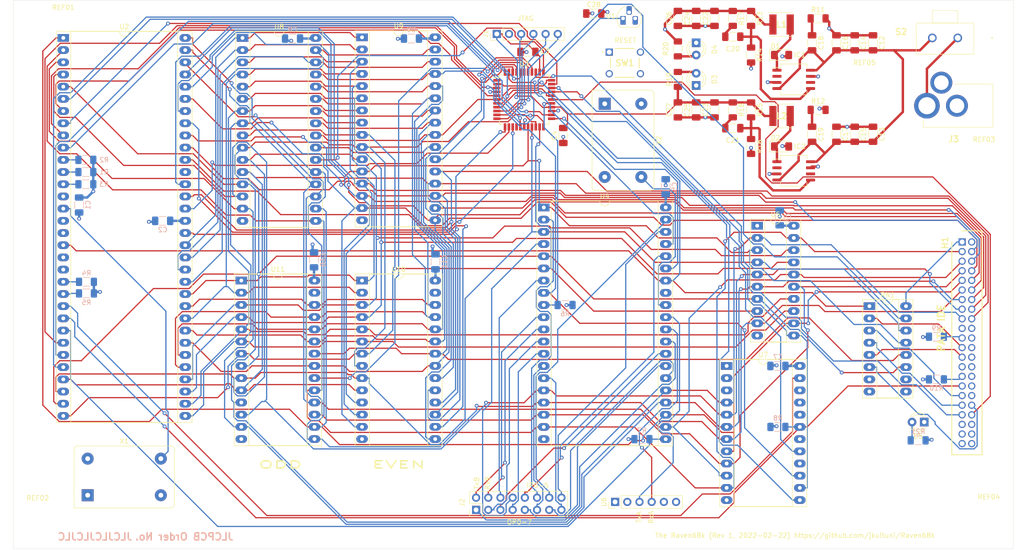
<source format=kicad_pcb>
(kicad_pcb (version 20211014) (generator pcbnew)
  (layers (0 "F.Cu" signal) (1 "In1.Cu" power "GND") (2 "In2.Cu" power "+5V") (31 "B.Cu" signal) (34 "B.Paste" user) (35 "F.Paste" user) (36 "B.SilkS" user "B.Silkscreen") (37 "F.SilkS" user "F.Silkscreen") (38 "B.Mask" user) (39 "F.Mask" user) (44 "Edge.Cuts" user))
  (net 0 "")
  (net 1 "D5")
  (net 2 "A4")
  (net 3 "D6")
  (net 4 "A3")
  (net 5 "D7")
  (net 6 "A2")
  (net 7 "D8")
  (net 8 "A1")
  (net 9 "D9")
  (net 10 "FC0")
  (net 11 "D10")
  (net 12 "FC1")
  (net 13 "D11")
  (net 14 "FC2")
  (net 15 "D12")
  (net 16 "~{DUART_DTACK}")
  (net 17 "D13")
  (net 18 "D14")
  (net 19 "~{IPL2}")
  (net 20 "D15")
  (net 21 "Net-(R5-Pad2)")
  (net 22 "GND")
  (net 23 "Net-(R4-Pad2)")
  (net 24 "A23")
  (net 25 "+5V")
  (net 26 "A22")
  (net 28 "A21")
  (net 29 "~{RESET}")
  (net 30 "A20")
  (net 31 "A19")
  (net 32 "Net-(U2-Pad15)")
  (net 33 "A18")
  (net 34 "A17")
  (net 35 "Net-(R3-Pad2)")
  (net 36 "A16")
  (net 37 "Net-(R1-Pad2)")
  (net 38 "A15")
  (net 39 "Net-(R2-Pad2)")
  (net 40 "A14")
  (net 41 "~{CPU_DTACK}")
  (net 42 "A13")
  (net 43 "R~{W}")
  (net 44 "A12")
  (net 45 "~{LDS}")
  (net 46 "A11")
  (net 47 "~{UDS}")
  (net 48 "A10")
  (net 49 "~{AS}")
  (net 50 "A9")
  (net 51 "D0")
  (net 52 "A8")
  (net 53 "D1")
  (net 54 "A7")
  (net 55 "D2")
  (net 56 "A6")
  (net 57 "D3")
  (net 58 "A5")
  (net 59 "D4")
  (net 61 "~{DUART_IACK}")
  (net 62 "~{ROM_UCE}")
  (net 63 "~{ROM_LCE}")
  (net 64 "~{RAM_UCE}")
  (net 65 "~{IDE_CS1}")
  (net 66 "+3V3")
  (net 67 "~{RAM_LCE}")
  (net 68 "~{OE}")
  (net 69 "NOT_LDS")
  (net 70 "NOT_AS")
  (net 71 "~{IDE_CS2}")
  (net 72 "Net-(J1-Pad3)")
  (net 73 "~{DUART_CS}")
  (net 75 "Net-(J1-Pad4)")
  (net 76 "Net-(J1-Pad5)")
  (net 77 "Net-(J1-Pad6)")
  (net 78 "~{RTC_CS}")
  (net 80 "Net-(C12-Pad2)")
  (net 81 "Net-(C18-Pad1)")
  (net 82 "Net-(C19-Pad1)")
  (net 83 "Net-(C20-Pad2)")
  (net 84 "Net-(C20-Pad1)")
  (net 85 "Net-(C21-Pad2)")
  (net 86 "Net-(C21-Pad1)")
  (net 87 "IP4")
  (net 88 "IP5")
  (net 91 "IP2")
  (net 92 "OP7")
  (net 93 "OP5")
  (net 95 "OP3")
  (net 96 "Net-(U4-Pad32)")
  (net 97 "OP1")
  (net 98 "TxDA")
  (net 99 "TxDB")
  (net 100 "RxDA")
  (net 101 "RxDB")
  (net 102 "OP0")
  (net 103 "OP2")
  (net 104 "OP4")
  (net 105 "IP0")
  (net 106 "OP6")
  (net 111 "IP1")
  (net 115 "IP3")
  (net 125 "~{WE}")
  (net 126 "Net-(H1-Pad1)")
  (net 127 "Net-(H1-Pad21)")
  (net 128 "Net-(H1-Pad23)")
  (net 129 "Net-(H1-Pad25)")
  (net 130 "Net-(H1-Pad29)")
  (net 131 "Net-(H1-Pad33)")
  (net 132 "Net-(H1-Pad35)")
  (net 133 "Net-(H1-Pad36)")
  (net 134 "~{IDE_LED}")
  (net 135 "Net-(D3-Pad2)")
  (net 136 "Net-(D4-Pad2)")
  (net 137 "Net-(D5-Pad2)")
  (net 139 "Net-(D1-Pad1)")
  (net 140 "Net-(D2-Pad1)")
  (net 141 "~{IPL1}")
  (net 142 "~{IPL0}")
  (net 143 "VDD")
  (footprint "Package_QFP:TQFP-44_10x10mm_P0.8mm" (layer "F.Cu") (at 141.986 58.801)
    (fp_text reference "U3")
    (fp_text value "XC9572XL-VQ44")
  )
  (footprint "Connector_PinHeader_2.54mm:PinHeader_1x06_P2.54mm_Vertical" (layer "F.Cu") (at 136.271 45.1485 90)
    (fp_text reference "J1")
    (fp_text value "CPLD_JTAG")
  )
  (footprint "Capacitor_SMD:C_1206_3216Metric_Pad1.33x1.80mm_HandSolder" (layer "F.Cu") (at 142.748 48.895)
    (fp_text reference "C3")
    (fp_text value "0.1uF")
  )
  (footprint "Capacitor_SMD:C_1206_3216Metric_Pad1.33x1.80mm_HandSolder" (layer "F.Cu") (at 150.114 66.294 90)
    (fp_text reference "C4")
    (fp_text value "0.1uF")
  )
  (footprint "Capacitor_SMD:C_1206_3216Metric_Pad1.33x1.80mm_HandSolder" (layer "F.Cu") (at 214.63 46.99 -90)
    (fp_text reference "C12")
    (fp_text value "0.1uF")
  )
  (footprint "Capacitor_SMD:C_1206_3216Metric_Pad1.33x1.80mm_HandSolder" (layer "F.Cu") (at 214.63 66.04 -90)
    (fp_text reference "C13")
    (fp_text value "0.1uF")
  )
  (footprint "Capacitor_SMD:C_1206_3216Metric_Pad1.33x1.80mm_HandSolder" (layer "F.Cu") (at 210.82 46.99 -90)
    (fp_text reference "C14")
    (fp_text value "10uF")
  )
  (footprint "Capacitor_SMD:C_1206_3216Metric_Pad1.33x1.80mm_HandSolder" (layer "F.Cu") (at 210.82 66.04 -90)
    (fp_text reference "C15")
    (fp_text value "10uF")
  )
  (footprint "Capacitor_SMD:C_1206_3216Metric_Pad1.33x1.80mm_HandSolder" (layer "F.Cu") (at 207.01 46.99 -90)
    (fp_text reference "C16")
    (fp_text value "220pF")
  )
  (footprint "Capacitor_SMD:C_1206_3216Metric_Pad1.33x1.80mm_HandSolder" (layer "F.Cu") (at 207.01 66.04 -90)
    (fp_text reference "C17")
    (fp_text value "220pF")
  )
  (footprint "Capacitor_SMD:C_1206_3216Metric_Pad1.33x1.80mm_HandSolder" (layer "F.Cu") (at 201.93 46.99 -90)
    (fp_text reference "C18")
    (fp_text value "22nF")
  )
  (footprint "Capacitor_SMD:C_1206_3216Metric_Pad1.33x1.80mm_HandSolder" (layer "F.Cu") (at 201.93 66.04 -90)
    (fp_text reference "C19")
    (fp_text value "22nF")
  )
  (footprint "Capacitor_SMD:C_1206_3216Metric_Pad1.33x1.80mm_HandSolder" (layer "F.Cu") (at 185.42 45.72)
    (fp_text reference "C20")
    (fp_text value "470pF")
  )
  (footprint "Capacitor_SMD:C_1206_3216Metric_Pad1.33x1.80mm_HandSolder" (layer "F.Cu") (at 185.42 64.77)
    (fp_text reference "C21")
    (fp_text value "470pF")
  )
  (footprint "Capacitor_SMD:C_1206_3216Metric_Pad1.33x1.80mm_HandSolder" (layer "F.Cu") (at 181.61 41.91 90)
    (fp_text reference "C22")
    (fp_text value "47uF")
  )
  (footprint "Capacitor_SMD:C_1206_3216Metric_Pad1.33x1.80mm_HandSolder" (layer "F.Cu") (at 181.61 60.96 90)
    (fp_text reference "C23")
    (fp_text value "47uF")
  )
  (footprint "Capacitor_SMD:C_1206_3216Metric_Pad1.33x1.80mm_HandSolder" (layer "F.Cu") (at 177.8 41.91 90)
    (fp_text reference "C24")
    (fp_text value "47uF")
  )
  (footprint "Capacitor_SMD:C_1206_3216Metric_Pad1.33x1.80mm_HandSolder" (layer "F.Cu") (at 177.8 60.96 90)
    (fp_text reference "C25")
    (fp_text value "47uF")
  )
  (footprint "Capacitor_SMD:C_1206_3216Metric_Pad1.33x1.80mm_HandSolder" (layer "F.Cu") (at 173.99 41.91 90)
    (fp_text reference "C26")
    (fp_text value "0.1uF")
  )
  (footprint "Capacitor_SMD:C_1206_3216Metric_Pad1.33x1.80mm_HandSolder" (layer "F.Cu") (at 173.99 60.96 90)
    (fp_text reference "C27")
    (fp_text value "0.1uF")
  )
  (footprint "Package_DIP:DIP-40_W25.4mm_Socket_LongPads" (layer "F.Cu") (at 146.05 81.285)
    (fp_text reference "U4")
    (fp_text value "68681")
  )
  (footprint "Package_DIP:DIP-64_W25.4mm_Socket_LongPads" (layer "F.Cu") (at 45.974 45.969)
    (fp_text reference "U2")
    (fp_text value "68010D")
  )
  (footprint "Package_DIP:DIP-20_W7.62mm_Socket_LongPads" (layer "F.Cu") (at 190.51 85.095)
    (fp_text reference "U5")
    (fp_text value "74LS373")
  )
  (footprint "Connector_PinHeader_2.54mm:PinHeader_1x06_P2.54mm_Vertical" (layer "F.Cu") (at 160.909 142.621 90)
    (fp_text reference "U6")
    (fp_text value "CONSOLE")
  )
  (footprint "Oscillator:Oscillator_DIP-14_LargePads" (layer "F.Cu") (at 158.75 59.69 -90)
    (fp_text reference "X2")
    (fp_text value "CXO_DIP14")
  )
  (footprint "Package_DIP:DIP-28_W15.24mm_Socket_LongPads" (layer "F.Cu") (at 108.199 96.505)
    (fp_text reference "U10")
    (fp_text value "28C256")
  )
  (footprint "Package_DIP:DIP-28_W15.24mm_Socket_LongPads" (layer "F.Cu") (at 83.053 96.505)
    (fp_text reference "U11")
    (fp_text value "28C256")
  )
  (footprint "Package_DIP:DIP-32_W15.24mm_Socket_LongPads" (layer "F.Cu") (at 108.199 45.847)
    (fp_text reference "U9")
    (fp_text value "KM684000BLP-7L")
  )
  (footprint "Package_DIP:DIP-32_W15.24mm_Socket_LongPads" (layer "F.Cu") (at 83.307 45.974)
    (fp_text reference "U8")
    (fp_text value "KM684000BLP-7L")
  )
  (footprint "Package_DIP:DIP-24_W15.24mm_Socket_LongPads" (layer "F.Cu") (at 184.145 114.295)
    (fp_text reference "U7")
    (fp_text value "DS12887+")
  )
  (footprint "Oscillator:Oscillator_DIP-14_LargePads" (layer "F.Cu") (at 51.054 141.224)
    (fp_text reference "X1")
    (fp_text value "CLOCK")
  )
  (footprint "Connector_PinHeader_2.54mm:PinHeader_2x08_P2.54mm_Vertical" (layer "F.Cu") (at 131.953 144.272 90)
    (fp_text reference "J2")
    (fp_text value "DUART_IO")
  )
  (footprint "raven68k-rev1:SHDR44W55P200_2X22_4665X630X640P" (layer "F.Cu") (at 233.188 88.474 -90)
    (fp_text reference "H1")
    (fp_text value "IDE-44-PIN" hide)
  )
  (footprint "Package_DIP:DIP-16_W7.62mm_Socket_LongPads" (layer "F.Cu") (at 213.878 101.844)
    (fp_text reference "RN1")
    (fp_text value "22")
  )
  (footprint "LED_THT:LED_D3.0mm" (layer "F.Cu") (at 177.8 55.88 90)
    (fp_text reference "D3")
    (fp_text value "3.3V")
  )
  (footprint "Resistor_SMD:R_1206_3216Metric_Pad1.30x1.75mm_HandSolder" (layer "F.Cu") (at 173.99 48.26 -90)
    (fp_text reference "R20")
    (fp_text value "680")
  )
  (footprint "LED_THT:LED_D3.0mm" (layer "F.Cu") (at 177.8 46.99 -90)
    (fp_text reference "D4")
    (fp_text value "5V")
  )
  (footprint "Package_SO:SO-8_5.3x6.2mm_P1.27mm" (layer "F.Cu") (at 198.12 73.66)
    (fp_text reference "IC2")
    (fp_text value "L5970D013TR")
  )
  (footprint "Resistor_SMD:R_1206_3216Metric_Pad1.30x1.75mm_HandSolder" (layer "F.Cu") (at 185.42 41.91 -90)
    (fp_text reference "R17")
    (fp_text value "390")
  )
  (footprint "LED_THT:LED_D3.0mm" (layer "F.Cu") (at 225.298 125.984 180)
    (fp_text reference "D5")
    (fp_text value "LED")
  )
  (footprint "Resistor_SMD:R_1206_3216Metric_Pad1.30x1.75mm_HandSolder" (layer "F.Cu") (at 203.2 41.91)
    (fp_text reference "R11")
    (fp_text value "4.7K")
  )
  (footprint "MountingHole:MountingHole_4mm" (layer "F.Cu") (at 212.852 56.134)
    (fp_text reference "REF05")
    (fp_text value "MountingHole_4mm")
  )
  (footprint "Diode_SMD:D_1206_3216Metric_Pad1.42x1.75mm_HandSolder" (layer "F.Cu") (at 195.58 49.53)
    (fp_text reference "D1")
    (fp_text value "SB140")
  )
  (footprint "Resistor_SMD:R_1206_3216Metric_Pad1.30x1.75mm_HandSolder" (layer "F.Cu") (at 189.23 41.91 -90)
    (fp_text reference "R13")
    (fp_text value "3.9K")
  )
  (footprint "Resistor_SMD:R_1206_3216Metric_Pad1.30x1.75mm_HandSolder" (layer "F.Cu") (at 203.2 60.96)
    (fp_text reference "R12")
    (fp_text value "4.7K")
  )
  (footprint "Diode_SMD:D_1206_3216Metric_Pad1.42x1.75mm_HandSolder" (layer "F.Cu") (at 195.58 68.58)
    (fp_text reference "D2")
    (fp_text value "SB140")
  )
  (footprint "raven68k-rev1:RAPC722BK" (layer "F.Cu") (at 225.859 60.095 90)
    (fp_text reference "J3")
    (fp_text value "RAPC722BK" hide)
  )
  (footprint "MountingHole:MountingHole_4mm" (layer "F.Cu") (at 40.64 146.812)
    (fp_text reference "REF02")
    (fp_text value "MountingHole_4mm")
  )
  (footprint "Package_SO:SO-8_5.3x6.2mm_P1.27mm" (layer "F.Cu") (at 198.12 54.61)
    (fp_text reference "IC1")
    (fp_text value "L5970D013TR")
  )
  (footprint "MountingHole:MountingHole_4mm" (layer "F.Cu") (at 238.76 146.558)
    (fp_text reference "REF04")
    (fp_text value "MountingHole_4mm")
  )
  (footprint "raven68k-rev1:GPTS203212B" (layer "F.Cu") (at 232.283 45.974 180)
    (fp_text reference "S2")
    (fp_text value "POWER_SW" hide)
  )
  (footprint "Package_TO_SOT_THT:TO-92L_HandSolder" (layer "F.Cu") (at 162.56 41.91)
    (fp_text reference "U1")
    (fp_text value "MCP100-465D")
  )
  (footprint "raven68k-rev1:TS0266170BK160SCRD" (layer "F.Cu") (at 159.691 48.931)
    (fp_text reference "SW1")
    (fp_text value "RESET_SW" hide)
  )
  (footprint "Resistor_SMD:R_1206_3216Metric_Pad1.30x1.75mm_HandSolder" (layer "F.Cu") (at 173.99 54.61 90)
    (fp_text reference "R19")
    (fp_text value "330")
  )
  (footprint "MountingHole:MountingHole_4mm" (layer "F.Cu") (at 237.744 72.136)
    (fp_text reference "REF03")
    (fp_text value "MountingHole_4mm")
  )
  (footprint "MountingHole:MountingHole_4mm" (layer "F.Cu") (at 40.132 42.672)
    (fp_text reference "REF01")
    (fp_text value "MountingHole_4mm")
  )
  (footprint "Resistor_SMD:R_1206_3216Metric_Pad1.30x1.75mm_HandSolder" (layer "F.Cu") (at 189.23 60.96 -90)
    (fp_text reference "R15")
    (fp_text value "4.7K")
  )
  (footprint "Resistor_SMD:R_1206_3216Metric_Pad1.30x1.75mm_HandSolder" (layer "F.Cu") (at 189.23 49.53 -90)
    (fp_text reference "R14")
    (fp_text value "1.2K")
  )
  (footprint "Capacitor_SMD:C_1206_3216Metric_Pad1.33x1.80mm_HandSolder" (layer "F.Cu") (at 156.464 40.894)
    (fp_text reference "C28")
    (fp_text value "0.1uF")
  )
  (footprint "raven68k-rev1:SRN5040TA101K" (layer "F.Cu") (at 195.58 43.18 180)
    (fp_text reference "L1")
    (fp_text value "SRN5040TA-101K" hide)
  )
  (footprint "Resistor_SMD:R_1206_3216Metric_Pad1.30x1.75mm_HandSolder" (layer "F.Cu") (at 189.23 68.58 -90)
    (fp_text reference "R16")
    (fp_text value "2.7K")
  )
  (footprint "raven68k-rev1:SRN5040TA101K" (layer "F.Cu") (at 195.58 62.23 180)
    (fp_text reference "L2")
    (fp_text value "SRN5040TA-101K" hide)
  )
  (footprint "Resistor_SMD:R_1206_3216Metric_Pad1.30x1.75mm_HandSolder" (layer "F.Cu") (at 185.42 60.96 -90)
    (fp_text reference "R18")
    (fp_text value "390")
  )
  (footprint "Capacitor_SMD:C_1206_3216Metric_Pad1.33x1.80mm_HandSolder" (layer "B.Cu") (at 49.276 80.772 90)
    (fp_text reference "C1")
    (fp_text value "0.1uF")
  )
  (footprint "Capacitor_SMD:C_1206_3216Metric_Pad1.33x1.80mm_HandSolder" (layer "B.Cu") (at 66.675 84.074)
    (fp_text reference "C2")
    (fp_text value "0.1uF")
  )
  (footprint "Capacitor_SMD:C_1206_3216Metric_Pad1.33x1.80mm_HandSolder" (layer "B.Cu") (at 171.45 76.962 90)
    (fp_text reference "C5")
    (fp_text value "0.1uF")
  )
  (footprint "Capacitor_SMD:C_1206_3216Metric_Pad1.33x1.80mm_HandSolder" (layer "B.Cu") (at 195.199 83.439 90)
    (fp_text reference "C6")
    (fp_text value "0.1uF")
  )
  (footprint "Capacitor_SMD:C_1206_3216Metric_Pad1.33x1.80mm_HandSolder" (layer "B.Cu") (at 194.818 114.3 180)
    (fp_text reference "C7")
    (fp_text value "0.1uF")
  )
  (footprint "Capacitor_SMD:C_1206_3216Metric_Pad1.33x1.80mm_HandSolder" (layer "B.Cu") (at 93.726 46.101 180)
    (fp_text reference "C8")
    (fp_text value "0.1uF")
  )
  (footprint "Capacitor_SMD:C_1206_3216Metric_Pad1.33x1.80mm_HandSolder" (layer "B.Cu") (at 118.491 46.101 180)
    (fp_text reference "C9")
    (fp_text value "0.1uF")
  )
  (footprint "Capacitor_SMD:C_1206_3216Metric_Pad1.33x1.80mm_HandSolder" (layer "B.Cu") (at 123.5 92.6 90)
    (fp_text reference "C11")
    (fp_text value "0.1uF")
  )
  (footprint "Capacitor_SMD:C_1206_3216Metric_Pad1.33x1.80mm_HandSolder" (layer "B.Cu") (at 98.2 92.2 90)
    (fp_text reference "C10")
    (fp_text value "0.1uF")
  )
  (footprint "Resistor_SMD:R_1206_3216Metric_Pad1.30x1.75mm_HandSolder" (layer "B.Cu") (at 224.028 129.794 180)
    (fp_text reference "R21")
    (fp_text value "680")
  )
  (footprint "Resistor_SMD:R_1206_3216Metric_Pad1.30x1.75mm_HandSolder" (layer "B.Cu") (at 50.8 96.774 180)
    (fp_text reference "R4")
    (fp_text value "2.2k")
  )
  (footprint "Resistor_SMD:R_1206_3216Metric_Pad1.30x1.75mm_HandSolder" (layer "B.Cu") (at 50.673 71.374 180)
    (fp_text reference "R2")
    (fp_text value "2.2k")
  )
  (footprint "Resistor_SMD:R_1206_3216Metric_Pad1.30x1.75mm_HandSolder" (layer "B.Cu") (at 50.673 73.914 180)
    (fp_text reference "R1")
    (fp_text value "2.2k")
  )
  (footprint "Resistor_SMD:R_1206_3216Metric_Pad1.30x1.75mm_HandSolder" (layer "B.Cu") (at 150.495 101.6)
    (fp_text reference "R6")
    (fp_text value "4.7k")
  )
  (footprint "Resistor_SMD:R_1206_3216Metric_Pad1.30x1.75mm_HandSolder" (layer "B.Cu") (at 194.818 127 180)
    (fp_text reference "R8")
    (fp_text value "4.7k")
  )
  (footprint "Resistor_SMD:R_1206_3216Metric_Pad1.30x1.75mm_HandSolder" (layer "B.Cu") (at 166.497 129.54 180)
    (fp_text reference "R7")
    (fp_text value "4.7k")
  )
  (footprint "Resistor_SMD:R_1206_3216Metric_Pad1.30x1.75mm_HandSolder" (layer "B.Cu") (at 227.838 117.094)
    (fp_text reference "R10")
    (fp_text value "10K")
  )
  (footprint "Resistor_SMD:R_1206_3216Metric_Pad1.30x1.75mm_HandSolder" (layer "B.Cu") (at 50.673 76.454 180)
    (fp_text reference "R3")
    (fp_text value "2.2k")
  )
  (footprint "Resistor_SMD:R_1206_3216Metric_Pad1.30x1.75mm_HandSolder" (layer "B.Cu") (at 50.8 99.187 180)
    (fp_text reference "R5")
    (fp_text value "2.2k")
  )
  (footprint "Resistor_SMD:R_1206_3216Metric_Pad1.30x1.75mm_HandSolder" (layer "B.Cu") (at 227.838 108.204 180)
    (fp_text reference "R9")
    (fp_text value "10K")
  )
  (gr_line (start 35.56 152.4) (end 35.56 38.1) (layer "Edge.Cuts") (width 0.05))
  (gr_line (start 243.84 38.1) (end 243.84 152.4) (layer "Edge.Cuts") (width 0.05))
  (gr_line (start 243.84 152.4) (end 35.56 152.4) (layer "Edge.Cuts") (width 0.05))
  (gr_line (start 35.56 38.1) (end 243.84 38.1) (layer "Edge.Cuts") (width 0.05))
  (gr_text "JLCPCB Order No. " (at 70.612 149.86) (layer "B.SilkS") (effects (font (size 1.5 1.5) (thickness 0.3)) (justify mirror)))
  (gr_text "JLCJLCJLCJLC" (at 52.578 149.86) (layer "B.SilkS") (effects (font (size 1.5 1.5) (thickness 0.3)) (justify mirror)))
  (gr_text "RESET" (at 163.068 46.482) (layer "F.SilkS") (effects (font (size 1 1))))
  (gr_text "OP0-7" (at 140.97 146.812) (layer "F.SilkS") (effects (font (size 1 1))))
  (gr_text "The Raven68k (Rev 1, 2022-02-22) https://github.com/jkuituni/Raven68k" (at 198.374 149.606) (layer "F.SilkS") (effects (font (size 1 1))))
  (gr_text "RxB" (at 134.366 138.684 90) (layer "F.SilkS") (effects (font (size 1 1))))
  (gr_text "IP0-5" (at 144.78 139.192) (layer "F.SilkS") (effects (font (size 1 1))))
  (gr_text "TxB" (at 132.08 138.684 90) (layer "F.SilkS") (effects (font (size 1 1))))
  (gr_text "ODD" (at 91.186 134.874) (layer "F.SilkS") (effects (font (size 1.5 3) (thickness 0.3))))
  (gr_text "EVEN" (at 115.824 134.874) (layer "F.SilkS") (effects (font (size 1.5 3) (thickness 0.3))))
  (gr_text "JTAG" (at 142.24 41.91) (layer "F.SilkS") (effects (font (size 1 1))))
  (gr_text "RxA" (at 168.402 145.796 90) (layer "F.SilkS") (effects (font (size 1 1))))
  (gr_text "TxA" (at 165.862 145.796 90) (layer "F.SilkS") (effects (font (size 1 1))))
  (gr_text "PATA IDE" (at 228.854 106.426 90) (layer "F.SilkS") (effects (font (size 1.5 1.5) (thickness 0.3))))
  (segment (start 201.0393 110.4851) (end 186.936 124.5884) (width 0.25) (layer "F.Cu") (net 1))
  (segment (start 71.374 45.969) (end 72.8993 45.969) (width 0.25) (layer "F.Cu") (net 1))
  (segment (start 72.8993 47.2479) (end 81.0346 55.3832) (width 0.25) (layer "F.Cu") (net 1))
  (segment (start 184.145 134.615) (end 185.6703 134.615) (width 0.25) (layer "F.Cu") (net 1))
  (segment (start 143.4179 125.5718) (end 100.9451 125.5718) (width 0.25) (layer "F.Cu") (net 1))
  (segment (start 186.936 133.3493) (end 185.6703 134.615) (width 0.25) (layer "F.Cu") (net 1))
  (segment (start 182.6197 134.615) (end 176.4243 128.4196) (width 0.25) (layer "F.Cu") (net 1))
  (segment (start 184.145 134.615) (end 182.6197 134.615) (width 0.25) (layer "F.Cu") (net 1))
  (segment (start 201.0393 106.8631) (end 201.0393 110.4851) (width 0.25) (layer "F.Cu") (net 1))
  (segment (start 233.188 94.474) (end 229.867 97.795) (width 0.25) (layer "F.Cu") (net 1))
  (segment (start 144.5247 124.465) (end 143.4179 125.5718) (width 0.25) (layer "F.Cu") (net 1))
  (segment (start 170.7024 128.4196) (end 166.7478 124.465) (width 0.25) (layer "F.Cu") (net 1))
  (segment (start 229.867 97.795) (end 199.6553 97.795) (width 0.25) (layer "F.Cu") (net 1))
  (segment (start 100.9451 125.5718) (end 99.8183 124.445) (width 0.25) (layer "F.Cu") (net 1))
  (segment (start 98.293 124.445) (end 99.8183 124.445) (width 0.25) (layer "F.Cu") (net 1))
  (segment (start 176.4243 128.4196) (end 170.7024 128.4196) (width 0.25) (layer "F.Cu") (net 1))
  (segment (start 146.05 124.465) (end 144.5247 124.465) (width 0.25) (layer "F.Cu") (net 1))
  (segment (start 186.936 124.5884) (end 186.936 133.3493) (width 0.25) (layer "F.Cu") (net 1))
  (segment (start 72.8993 45.969) (end 72.8993 47.2479) (width 0.25) (layer "F.Cu") (net 1))
  (segment (start 166.7478 124.465) (end 146.05 124.465) (width 0.25) (layer "F.Cu") (net 1))
  (segment (start 198.13 97.795) (end 199.6553 97.795) (width 0.25) (layer "F.Cu") (net 1))
  (via (at 201.0393 106.8631) (size 0.8) (drill 0.4) (layers "F.Cu" "B.Cu") (net 1))
  (via (at 81.0346 55.3832) (size 0.8) (drill 0.4) (layers "F.Cu" "B.Cu") (net 1))
  (segment (start 99.8183 124.445) (end 99.8183 121.4314) (width 0.25) (layer "B.Cu") (net 1))
  (segment (start 97.5647 120.635) (end 96.5675 119.6378) (width 0.25) (layer "B.Cu") (net 1))
  (segment (start 100.0873 75.968) (end 100.0873 77.4537) (width 0.25) (layer "B.Cu") (net 1))
  (segment (start 99.8183 121.4314) (end 99.0219 120.635) (width 0.25) (layer "B.Cu") (net 1))
  (segment (start 100.0873 77.4537) (end 98.547 78.994) (width 0.25) (layer "B.Cu") (net 1))
  (segment (start 99.0219 120.635) (end 97.5647 120.635) (width 0.25) (layer "B.Cu") (net 1))
  (segment (start 96.5675 79.4482) (end 97.0217 78.994) (width 0.25) (layer "B.Cu") (net 1))
  (segment (start 98.293 124.445) (end 99.8183 124.445) (width 0.25) (layer "B.Cu") (net 1))
  (segment (start 200.3166 106.1404) (end 201.0393 106.8631) (width 0.25) (layer "B.Cu") (net 1))
  (segment (start 96.5675 119.6378) (end 96.5675 79.4482) (width 0.25) (layer "B.Cu") (net 1))
  (segment (start 85.3004 62.7028) (end 97.9262 75.3286) (width 0.25) (layer "B.Cu") (net 1))
  (segment (start 81.0346 55.3832) (end 81.0346 55.8638) (width 0.25) (layer "B.Cu") (net 1))
  (segment (start 82.7194 57.5486) (end 84.1891 57.5486) (width 0.25) (layer "B.Cu") (net 1))
  (segment (start 99.4479 75.3286) (end 100.0873 75.968) (width 0.25) (layer "B.Cu") (net 1))
  (segment (start 97.9262 75.3286) (end 99.4479 75.3286) (width 0.25) (layer "B.Cu") (net 1))
  (segment (start 84.1891 57.5486) (end 85.3004 58.6599) (width 0.25) (layer "B.Cu") (net 1))
  (segment (start 199.6553 97.795) (end 200.3166 98.4563) (width 0.25) (layer "B.Cu") (net 1))
  (segment (start 98.547 78.994) (end 97.0217 78.994) (width 0.25) (layer "B.Cu") (net 1))
  (segment (start 85.3004 58.6599) (end 85.3004 62.7028) (width 0.25) (layer "B.Cu") (net 1))
  (segment (start 81.0346 55.8638) (end 82.7194 57.5486) (width 0.25) (layer "B.Cu") (net 1))
  (segment (start 200.3166 98.4563) (end 200.3166 106.1404) (width 0.25) (layer "B.Cu") (net 1))
  (segment (start 198.13 97.795) (end 199.6553 97.795) (width 0.25) (layer "B.Cu") (net 1))
  (segment (start 51.3093 120.899) (end 78.1333 120.899) (width 0.25) (layer "F.Cu") (net 2))
  (segment (start 190.51 102.875) (end 188.9847 102.875) (width 0.25) (layer "F.Cu") (net 2))
  (segment (start 84.8323 66.294) (end 85.9686 65.1577) (width 0.25) (layer "F.Cu") (net 2))
  (segment (start 83.053 111.745) (end 84.5783 111.745) (width 0.25) (layer "F.Cu") (net 2))
  (segment (start 100.5822 66.167) (end 108.199 66.167) (width 0.25) (layer "F.Cu") (net 2))
  (segment (start 144.9093 68.1145) (end 145.186 67.8378) (width 0.25) (layer "F.Cu") (net 2))
  (segment (start 146.05 93.985) (end 144.5247 93.985) (width 0.25) (layer "F.Cu") (net 2))
  (segment (start 85.7216 112.8883) (end 84.5783 111.745) (width 0.25) (layer "F.Cu") (net 2))
  (segment (start 106.6737 111.745) (end 105.5304 112.8883) (width 0.25) (layer "F.Cu") (net 2))
  (segment (start 145.186 67.8378) (end 145.186 64.501) (width 0.25) (layer "F.Cu") (net 2))
  (segment (start 105.5304 112.8883) (end 85.7216 112.8883) (width 0.25) (layer "F.Cu") (net 2))
  (segment (start 45.974 124.709) (end 47.4993 124.709) (width 0.25) (layer "F.Cu") (net 2))
  (segment (start 47.4993 124.709) (end 51.3093 120.899) (width 0.25) (layer "F.Cu") (net 2))
  (segment (start 147.5753 93.985) (end 156.4653 102.875) (width 0.25) (layer "F.Cu") (net 2))
  (segment (start 144.5027 94.007) (end 115.0517 94.007) (width 0.25) (layer "F.Cu") (net 2))
  (segment (start 78.1333 120.899) (end 80.2959 118.7364) (width 0.25) (layer "F.Cu") (net 2))
  (segment (start 146.05 93.985) (end 147.5753 93.985) (width 0.25) (layer "F.Cu") (net 2))
  (segment (start 144.5247 93.985) (end 144.5027 94.007) (width 0.25) (layer "F.Cu") (net 2))
  (segment (start 156.4653 102.875) (end 188.9847 102.875) (width 0.25) (layer "F.Cu") (net 2))
  (segment (start 85.9686 65.1577) (end 99.5729 65.1577) (width 0.25) (layer "F.Cu") (net 2))
  (segment (start 99.5729 65.1577) (end 100.5822 66.167) (width 0.25) (layer "F.Cu") (net 2))
  (segment (start 108.199 111.745) (end 106.6737 111.745) (width 0.25) (layer "F.Cu") (net 2))
  (segment (start 83.307 66.294) (end 84.8323 66.294) (width 0.25) (layer "F.Cu") (net 2))
  (via (at 80.2959 118.7364) (size 0.8) (drill 0.4) (layers "F.Cu" "B.Cu") (net 2))
  (via (at 144.9093 68.1145) (size 0.8) (drill 0.4) (layers "F.Cu" "B.Cu") (net 2))
  (via (at 115.0517 94.007) (size 0.8) (drill 0.4) (layers "F.Cu" "B.Cu") (net 2))
  (segment (start 147.5753 85.8913) (end 147.5753 93.985) (width 0.25) (layer "B.Cu") (net 2))
  (segment (start 144.3849 84.1634) (end 145.3165 85.095) (width 0.25) (layer "B.Cu") (net 2))
  (segment (start 108.199 66.167) (end 109.7243 66.167) (width 0.25) (layer "B.Cu") (net 2))
  (segment (start 144.3849 68.6389) (end 144.3849 84.1634) (width 0.25) (layer "B.Cu") (net 2))
  (segment (start 145.3165 85.095) (end 146.779 85.095) (width 0.25) (layer "B.Cu") (net 2))
  (segment (start 83.053 111.745) (end 82.9049 111.745) (width 0.25) (layer "B.Cu") (net 2))
  (segment (start 109.7243 66.167) (end 115.0517 71.4944) (width 0.25) (layer "B.Cu") (net 2))
  (segment (start 82.9049 111.745) (end 80.2959 114.354) (width 0.25) (layer "B.Cu") (net 2))
  (segment (start 108.199 111.745) (end 109.7243 111.745) (width 0.25) (layer "B.Cu") (net 2))
  (segment (start 114.6014 94.4573) (end 114.6014 106.8679) (width 0.25) (layer "B.Cu") (net 2))
  (segment (start 80.2959 114.354) (end 80.2959 118.7364) (width 0.25) (layer "B.Cu") (net 2))
  (segment (start 115.0517 71.4944) (end 115.0517 94.007) (width 0.25) (layer "B.Cu") (net 2))
  (segment (start 146.05 93.985) (end 147.5753 93.985) (width 0.25) (layer "B.Cu") (net 2))
  (segment (start 146.779 85.095) (end 147.5753 85.8913) (width 0.25) (layer "B.Cu") (net 2))
  (segment (start 144.9093 68.1145) (end 144.3849 68.6389) (width 0.25) (layer "B.Cu") (net 2))
  (segment (start 115.0517 94.007) (end 114.6014 94.4573) (width 0.25) (layer "B.Cu") (net 2))
  (segment (start 114.6014 106.8679) (end 109.7243 111.745) (width 0.25) (layer "B.Cu") (net 2))
  (segment (start 200.2685 95.8682) (end 199.6553 95.255) (width 0.25) (layer "F.Cu") (net 3))
  (segment (start 171.45 127.005) (end 169.9247 127.005) (width 0.25) (layer "F.Cu") (net 3))
  (segment (start 194.2623 96.3804) (end 184.299 96.3804) (width 0.25) (layer "F.Cu") (net 3))
  (segment (start 229.7938 95.8682) (end 200.2685 95.8682) (width 0.25) (layer "F.Cu") (net 3))
  (segment (start 72.8993 48.509) (end 72.8993 48.9217) (width 0.25) (layer "F.Cu") (net 3))
  (segment (start 195.3877 95.255) (end 194.2623 96.3804) (width 0.25) (layer "F.Cu") (net 3))
  (segment (start 71.374 48.509) (end 72.8993 48.509) (width 0.25) (layer "F.Cu") (net 3))
  (segment (start 184.299 96.3804) (end 182.796 97.8834) (width 0.25) (layer "F.Cu") (net 3))
  (segment (start 233.188 92.474) (end 229.7938 95.8682) (width 0.25) (layer "F.Cu") (net 3))
  (segment (start 198.13 95.255) (end 199.6553 95.255) (width 0.25) (layer "F.Cu") (net 3))
  (segment (start 198.13 95.255) (end 195.3877 95.255) (width 0.25) (layer "F.Cu") (net 3))
  (segment (start 101.2329 123.3196) (end 99.8183 121.905) (width 0.25) (layer "F.Cu") (net 3))
  (segment (start 169.9247 127.005) (end 166.2393 123.3196) (width 0.25) (layer "F.Cu") (net 3))
  (segment (start 72.8993 48.9217) (end 80.6566 56.679) (width 0.25) (layer "F.Cu") (net 3))
  (segment (start 98.293 121.905) (end 99.8183 121.905) (width 0.25) (layer "F.Cu") (net 3))
  (segment (start 166.2393 123.3196) (end 101.2329 123.3196) (width 0.25) (layer "F.Cu") (net 3))
  (via (at 80.6566 56.679) (size 0.8) (drill 0.4) (layers "F.Cu" "B.Cu") (net 3))
  (via (at 182.796 97.8834) (size 0.8) (drill 0.4) (layers "F.Cu" "B.Cu") (net 3))
  (segment (start 96.7677 121.905) (end 96.0641 121.2014) (width 0.25) (layer "B.Cu") (net 3))
  (segment (start 173.0435 127.005) (end 172.9753 127.005) (width 0.25) (layer "B.Cu") (net 3))
  (segment (start 84.8501 63.5206) (end 97.7835 76.454) (width 0.25) (layer "B.Cu") (net 3))
  (segment (start 80.6566 58.029) (end 82.7162 60.0886) (width 0.25) (layer "B.Cu") (net 3))
  (segment (start 96.0641 78.1734) (end 97.7835 76.454) (width 0.25) (layer "B.Cu") (net 3))
  (segment (start 98.293 121.905) (end 96.7677 121.905) (width 0.25) (layer "B.Cu") (net 3))
  (segment (start 84.1732 60.0886) (end 84.8501 60.7655) (width 0.25) (layer "B.Cu") (net 3))
  (segment (start 80.6566 56.679) (end 80.6566 58.029) (width 0.25) (layer "B.Cu") (net 3))
  (segment (start 97.7835 76.454) (end 97.7844 76.454) (width 0.25) (layer "B.Cu") (net 3))
  (segment (start 82.7162 60.0886) (end 84.1732 60.0886) (width 0.25) (layer "B.Cu") (net 3))
  (segment (start 96.0641 121.2014) (end 96.0641 78.1734) (width 0.25) (layer "B.Cu") (net 3))
  (segment (start 176.3205 123.728) (end 173.0435 127.005) (width 0.25) (layer "B.Cu") (net 3))
  (segment (start 176.3205 104.3589) (end 176.3205 123.728) (width 0.25) (layer "B.Cu") (net 3))
  (segment (start 182.6197 136.5812) (end 173.0435 127.005) (width 0.25) (layer "B.Cu") (net 3))
  (segment (start 171.45 127.005) (end 172.9753 127.005) (width 0.25) (layer "B.Cu") (net 3))
  (segment (start 98.547 76.454) (end 97.7844 76.454) (width 0.25) (layer "B.Cu") (net 3))
  (segment (start 184.145 137.155) (end 182.6197 137.155) (width 0.25) (layer "B.Cu") (net 3))
  (segment (start 84.8501 60.7655) (end 84.8501 63.5206) (width 0.25) (layer "B.Cu") (net 3))
  (segment (start 182.6197 137.155) (end 182.6197 136.5812) (width 0.25) (layer "B.Cu") (net 3))
  (segment (start 182.796 97.8834) (end 176.3205 104.3589) (width 0.25) (layer "B.Cu") (net 3))
  (segment (start 64.7628 98.171) (end 72.1722 98.171) (width 0.25) (layer "F.Cu") (net 4))
  (segment (start 44.4487 122.169) (end 43.9881 121.7084) (width 0.25) (layer "F.Cu") (net 4))
  (segment (start 140.0777 61.9498) (end 138.6021 63.4254) (width 0.25) (layer "F.Cu") (net 4))
  (segment (start 101.3819 68.2405) (end 100.8224 67.681) (width 0.25) (layer "F.Cu") (net 4))
  (segment (start 147.5753 91.445) (end 156.4653 100.335) (width 0.25) (layer "F.Cu") (net 4))
  (segment (start 126.2326 67.5494) (end 120.8496 67.5494) (width 0.25) (layer "F.Cu") (net 4))
  (segment (start 146.3982 91.445) (end 147.5753 91.445) (width 0.25) (layer "F.Cu") (net 4))
  (segment (start 43.9881 114.4403) (end 45.2233 113.2051) (width 0.25) (layer "F.Cu") (net 4))
  (segment (start 138.6021 63.4254) (end 130.3566 63.4254) (width 0.25) (layer "F.Cu") (net 4))
  (segment (start 43.9881 121.7084) (end 43.9881 114.4403) (width 0.25) (layer "F.Cu") (net 4))
  (segment (start 119.692 68.707) (end 108.199 68.707) (width 0.25) (layer "F.Cu") (net 4))
  (segment (start 72.1722 98.171) (end 75.1876 95.1556) (width 0.25) (layer "F.Cu") (net 4))
  (segment (start 49.7287 113.2051) (end 64.7628 98.171) (width 0.25) (layer "F.Cu") (net 4))
  (segment (start 85.9853 67.681) (end 84.8323 68.834) (width 0.25) (layer "F.Cu") (net 4))
  (segment (start 143.5051 63.4257) (end 142.0292 61.9498) (width 0.25) (layer "F.Cu") (net 4))
  (segment (start 75.1876 95.1556) (end 86.679 95.1556) (width 0.25) (layer "F.Cu") (net 4))
  (segment (start 100.8224 67.681) (end 85.9853 67.681) (width 0.25) (layer "F.Cu") (net 4))
  (segment (start 83.307 68.834) (end 84.8323 68.834) (width 0.25) (layer "F.Cu") (net 4))
  (segment (start 146.05 91.445) (end 90.3896 91.445) (width 0.25) (layer "F.Cu") (net 4))
  (segment (start 142.0292 61.9498) (end 140.0777 61.9498) (width 0.25) (layer "F.Cu") (net 4))
  (segment (start 106.2072 68.2405) (end 101.3819 68.2405) (width 0.25) (layer "F.Cu") (net 4))
  (segment (start 219.9727 114.544) (end 218.8371 115.6796) (width 0.25) (layer "F.Cu") (net 4))
  (segment (start 218.8371 115.6796) (end 208.1016 115.6796) (width 0.25) (layer "F.Cu") (net 4))
  (segment (start 120.8496 67.5494) (end 119.692 68.707) (width 0.25) (layer "F.Cu") (net 4))
  (segment (start 90.3896 91.445) (end 86.679 95.1556) (width 0.25) (layer "F.Cu") (net 4))
  (segment (start 221.498 114.544) (end 219.9727 114.544) (width 0.25) (layer "F.Cu") (net 4))
  (segment (start 45.974 122.169) (end 44.4487 122.169) (width 0.25) (layer "F.Cu") (net 4))
  (segment (start 106.6737 68.707) (end 106.2072 68.2405) (width 0.25) (layer "F.Cu") (net 4))
  (segment (start 156.4653 100.335) (end 188.9847 100.335) (width 0.25) (layer "F.Cu") (net 4))
  (segment (start 108.199 68.707) (end 106.6737 68.707) (width 0.25) (layer "F.Cu") (net 4))
  (segment (start 144.386 64.501) (end 144.386 63.4257) (width 0.25) (layer "F.Cu") (net 4))
  (segment (start 45.2233 113.2051) (end 49.7287 113.2051) (width 0.25) (layer "F.Cu") (net 4))
  (segment (start 146.3982 91.445) (end 146.05 91.445) (width 0.25) (layer "F.Cu") (net 4))
  (segment (start 190.51 100.335) (end 188.9847 100.335) (width 0.25) (layer "F.Cu") (net 4))
  (segment (start 144.386 63.4257) (end 143.5051 63.4257) (width 0.25) (layer "F.Cu") (net 4))
  (segment (start 130.3566 63.4254) (end 126.2326 67.5494) (width 0.25) (layer "F.Cu") (net 4))
  (via (at 86.679 95.1556) (size 0.8) (drill 0.4) (layers "F.Cu" "B.Cu") (net 4))
  (via (at 208.1016 115.6796) (size 0.8) (drill 0.4) (layers "F.Cu" "B.Cu") (net 4))
  (segment (start 190.51 100.335) (end 191.0581 100.335) (width 0.25) (layer "B.Cu") (net 4))
  (segment (start 108.199 114.285) (end 106.6737 114.285) (width 0.25) (layer "B.Cu") (net 4))
  (segment (start 107.3078 110.583) (end 106.6737 111.2171) (width 0.25) (layer "B.Cu") (net 4))
  (segment (start 109.7243 68.707) (end 112.9632 71.9459) (width 0.25) (layer "B.Cu") (net 4))
  (segment (start 112.9632 71.9459) (end 112.9632 106.4397) (width 0.25) (layer "B.Cu") (net 4))
  (segment (start 84.2837 75.2579) (end 86.679 77.6532) (width 0.25) (layer "B.Cu") (net 4))
  (segment (start 108.199 68.707) (end 109.7243 68.707) (width 0.25) (layer "B.Cu") (net 4))
  (segment (start 84.5783 114.285) (end 86.679 112.1843) (width 0.25) (layer "B.Cu") (net 4))
  (segment (start 112.9632 106.4397) (end 108.8199 110.583) (width 0.25) (layer "B.Cu") (net 4))
  (segment (start 83.307 68.834) (end 81.7429 70.3981) (width 0.25) (layer "B.Cu") (net 4))
  (segment (start 81.7429 74.3415) (end 82.6593 75.2579) (width 0.25) (layer "B.Cu") (net 4))
  (segment (start 199.107 106.685) (end 208.1016 115.6796) (width 0.25) (layer "B.Cu") (net 4))
  (segment (start 191.0581 100.335) (end 197.4081 106.685) (width 0.25) (layer "B.Cu") (net 4))
  (segment (start 82.6593 75.2579) (end 84.2837 75.2579) (width 0.25) (layer "B.Cu") (net 4))
  (segment (start 81.7429 70.3981) (end 81.7429 74.3415) (width 0.25) (layer "B.Cu") (net 4))
  (segment (start 197.4081 106.685) (end 199.107 106.685) (width 0.25) (layer "B.Cu") (net 4))
  (segment (start 106.6737 111.2171) (end 106.6737 114.285) (width 0.25) (layer "B.Cu") (net 4))
  (segment (start 108.8199 110.583) (end 107.3078 110.583) (width 0.25) (layer "B.Cu") (net 4))
  (segment (start 83.053 114.285) (end 84.5783 114.285) (width 0.25) (layer "B.Cu") (net 4))
  (segment (start 86.679 112.1843) (end 86.679 95.1556) (width 0.25) (layer "B.Cu") (net 4))
  (segment (start 86.679 77.6532) (end 86.679 95.1556) (width 0.25) (layer "B.Cu") (net 4))
  (segment (start 184.145 139.695) (end 177.6065 139.695) (width 0.25) (layer "F.Cu") (net 5))
  (segment (start 195.4311 86.4614) (end 185.6842 86.4614) (width 0.25) (layer "F.Cu") (net 5))
  (segment (start 143.3822 128.1475) (end 101.6557 128.1475) (width 0.25) (layer "F.Cu") (net 5))
  (segment (start 146.05 127.005) (end 147.5753 127.005) (width 0.25) (layer "F.Cu") (net 5))
  (segment (start 85.7334 62.3865) (end 82.4388 62.3865) (width 0.25) (layer "F.Cu") (net 5))
  (segment (start 86.0257 62.0942) (end 85.7334 62.3865) (width 0.25) (layer "F.Cu") (net 5))
  (segment (start 144.5247 127.005) (end 143.3822 128.1475) (width 0.25) (layer "F.Cu") (net 5))
  (segment (start 164.9165 127.005) (end 147.5753 127.005) (width 0.25) (layer "F.Cu") (net 5))
  (segment (start 99.2232 125.715) (end 97.5655 125.715) (width 0.25) (layer "F.Cu") (net 5))
  (segment (start 146.05 127.005) (end 144.5247 127.005) (width 0.25) (layer "F.Cu") (net 5))
  (segment (start 185.6842 86.4614) (end 183.8238 88.3218) (width 0.25) (layer "F.Cu") (net 5))
  (segment (start 82.4388 62.3865) (end 71.374 51.3217) (width 0.25) (layer "F.Cu") (net 5))
  (segment (start 98.293 119.365) (end 96.7677 119.365) (width 0.25) (layer "F.Cu") (net 5))
  (segment (start 96.7677 124.9172) (end 96.7677 119.365) (width 0.25) (layer "F.Cu") (net 5))
  (segment (start 233.188 90.474) (end 202.4943 90.474) (width 0.25) (layer "F.Cu") (net 5))
  (segment (start 97.5655 125.715) (end 96.7677 124.9172) (width 0.25) (layer "F.Cu") (net 5))
  (segment (start 198.13 87.635) (end 199.6553 87.635) (width 0.25) (layer "F.Cu") (net 5))
  (segment (start 196.6047 87.635) (end 195.4311 86.4614) (width 0.25) (layer "F.Cu") (net 5))
  (segment (start 202.4943 90.474) (end 199.6553 87.635) (width 0.25) (layer "F.Cu") (net 5))
  (segment (start 101.6557 128.1475) (end 99.2232 125.715) (width 0.25) (layer "F.Cu") (net 5))
  (segment (start 177.6065 139.695) (end 164.9165 127.005) (width 0.25) (layer "F.Cu") (net 5))
  (segment (start 198.13 87.635) (end 196.6047 87.635) (width 0.25) (layer "F.Cu") (net 5))
  (segment (start 71.374 51.3217) (end 71.374 51.049) (width 0.25) (layer "F.Cu") (net 5))
  (via (at 183.8238 88.3218) (size 0.8) (drill 0.4) (layers "F.Cu" "B.Cu") (net 5))
  (via (at 86.0257 62.0942) (size 0.8) (drill 0.4) (layers "F.Cu" "B.Cu") (net 5))
  (segment (start 98.293 119.365) (end 99.8183 119.365) (width 0.25) (layer "B.Cu") (net 5))
  (segment (start 183.8238 98.1632) (end 183.8238 88.3218) (width 0.25) (layer "B.Cu") (net 5))
  (segment (start 184.145 139.695) (end 185.6703 139.695) (width 0.25) (layer "B.Cu") (net 5))
  (segment (start 97.8455 73.914) (end 86.0257 62.0942) (width 0.25) (layer "B.Cu") (net 5))
  (segment (start 97.0179 86.4986) (end 97.0179 81.0439) (width 0.25) (layer "B.Cu") (net 5))
  (segment (start 97.0179 81.0439) (end 97.7239 80.3379) (width 0.25) (layer "B.Cu") (net 5))
  (segment (start 100.5428 79.0369) (end 100.5428 74.3845) (width 0.25) (layer "B.Cu") (net 5))
  (segment (start 184.909 133.345) (end 183.4085 133.345) (width 0.25) (layer "B.Cu") (net 5))
  (segment (start 182.1243 99.8627) (end 183.8238 98.1632) (width 0.25) (layer "B.Cu") (net 5))
  (segment (start 98.547 73.914) (end 97.8455 73.914) (width 0.25) (layer "B.Cu") (net 5))
  (segment (start 183.4085 133.345) (end 182.1243 132.0608) (width 0.25) (layer "B.Cu") (net 5))
  (segment (start 99.2418 80.3379) (end 100.5428 79.0369) (width 0.25) (layer "B.Cu") (net 5))
  (segment (start 182.1243 132.0608) (end 182.1243 99.8627) (width 0.25) (layer "B.Cu") (net 5))
  (segment (start 98.547 73.914) (end 100.0723 73.914) (width 0.25) (layer "B.Cu") (net 5))
  (segment (start 99.8183 119.365) (end 99.8183 89.299) (width 0.25) (layer "B.Cu") (net 5))
  (segment (start 100.5428 74.3845) (end 100.0723 73.914) (width 0.25) (layer "B.Cu") (net 5))
  (segment (start 185.6703 134.1063) (end 184.909 133.345) (width 0.25) (layer "B.Cu") (net 5))
  (segment (start 99.8183 89.299) (end 97.0179 86.4986) (width 0.25) (layer "B.Cu") (net 5))
  (segment (start 97.7239 80.3379) (end 99.2418 80.3379) (width 0.25) (layer "B.Cu") (net 5))
  (segment (start 185.6703 139.695) (end 185.6703 134.1063) (width 0.25) (layer "B.Cu") (net 5))
  (segment (start 108.199 71.247) (end 106.6737 71.247) (width 0.25) (layer "F.Cu") (net 6))
  (segment (start 83.307 71.374) (end 84.8323 71.374) (width 0.25) (layer "F.Cu") (net 6))
  (segment (start 83.053 116.825) (end 85.9705 116.825) (width 0.25) (layer "F.Cu") (net 6))
  (segment (start 190.51 92.715) (end 188.9847 92.715) (width 0.25) (layer "F.Cu") (net 6))
  (segment (start 44.4487 116.6147) (end 44.4487 119.629) (width 0.25) (layer "F.Cu") (net 6))
  (segment (start 105.9605 116.1118) (end 106.6737 116.825) (width 0.25) (layer "F.Cu") (net 6))
  (segment (start 143.586 64.501) (end 143.586 65.5763) (width 0.25) (layer "F.Cu") (net 6))
  (segment (start 84.8323 71.374) (end 86.0047 70.2016) (width 0.25) (layer "F.Cu") (net 6))
  (segment (start 105.3236 116.1118) (end 105.9605 116.1118) (width 0.25) (layer "F.Cu") (net 6))
  (segment (start 85.9705 116.825) (end 87.134 115.6615) (width 0.25) (layer "F.Cu") (net 6))
  (segment (start 83.053 116.825) (end 81.5277 116.825) (width 0.25) (layer "F.Cu") (net 6))
  (segment (start 146.4835 86.365) (end 147.5753 86.365) (width 0.25) (layer "F.Cu") (net 6))
  (segment (start 105.6283 70.2016) (end 106.6737 71.247) (width 0.25) (layer "F.Cu") (net 6))
  (segment (start 87.134 115.6615) (end 104.8733 115.6615) (width 0.25) (layer "F.Cu") (net 6))
  (segment (start 86.0047 70.2016) (end 105.6283 70.2016) (width 0.25) (layer "F.Cu") (net 6))
  (segment (start 147.5753 86.365) (end 162.9193 86.365) (width 0.25) (layer "F.Cu") (net 6))
  (segment (start 162.9193 86.365) (end 169.2693 92.715) (width 0.25) (layer "F.Cu") (net 6))
  (segment (start 143.5747 66.7614) (end 143.5747 65.5876) (width 0.25) (layer "F.Cu") (net 6))
  (segment (start 143.5747 65.5876) (end 143.586 65.5763) (width 0.25) (layer "F.Cu") (net 6))
  (segment (start 80.6663 115.9636) (end 45.0998 115.9636) (width 0.25) (layer "F.Cu") (net 6))
  (segment (start 45.0998 115.9636) (end 44.4487 116.6147) (width 0.25) (layer "F.Cu") (net 6))
  (segment (start 108.199 116.825) (end 106.6737 116.825) (width 0.25) (layer "F.Cu") (net 6))
  (segment (start 81.5277 116.825) (end 80.6663 115.9636) (width 0.25) (layer "F.Cu") (net 6))
  (segment (start 45.974 119.629) (end 44.4487 119.629) (width 0.25) (layer "F.Cu") (net 6))
  (segment (start 146.4835 86.365) (end 146.05 86.365) (width 0.25) (layer "F.Cu") (net 6))
  (segment (start 169.2693 92.715) (end 188.9847 92.715) (width 0.25) (layer "F.Cu") (net 6))
  (segment (start 104.8733 115.6615) (end 105.3236 116.1118) (width 0.25) (layer "F.Cu") (net 6))
  (via (at 143.5747 66.7614) (size 0.8) (drill 0.4) (layers "F.Cu" "B.Cu") (net 6))
  (segment (start 81.5277 116.825) (end 81.5277 119.8356) (width 0.25) (layer "B.Cu") (net 6))
  (segment (start 83.9285 120.5385) (end 87.8762 116.5908) (width 0.25) (layer "B.Cu") (net 6))
  (segment (start 108.199 116.825) (end 109.7243 116.825) (width 0.25) (layer "B.Cu") (net 6))
  (segment (start 143.5747 86.365) (end 144.5247 86.365) (width 0.25) (layer "B.Cu") (net 6))
  (segment (start 87.8762 116.5908) (end 87.8762 74.4179) (width 0.25) (layer "B.Cu") (net 6))
  (segment (start 146.05 86.365) (end 144.5247 86.365) (width 0.25) (layer "B.Cu") (net 6))
  (segment (start 124.2951 130.6811) (end 129.658 125.3182) (width 0.25) (layer "B.Cu") (net 6))
  (segment (start 192.0353 92.715) (end 193.4499 94.1296) (width 0.25) (layer "B.Cu") (net 6))
  (segment (start 190.51 92.715) (end 192.0353 92.715) (width 0.25) (layer "B.Cu") (net 6))
  (segment (start 82.2306 120.5385) (end 83.9285 120.5385) (width 0.25) (layer "B.Cu") (net 6))
  (segment (start 83.053 116.825) (end 81.5277 116.825) (width 0.25) (layer "B.Cu") (net 6))
  (segment (start 143.5747 86.365) (end 143.5747 66.7614) (width 0.25) (layer "B.Cu") (net 6))
  (segment (start 129.658 100.2817) (end 143.5747 86.365) (width 0.25) (layer "B.Cu") (net 6))
  (segment (start 219.9727 105.4757) (end 219.9727 106.924) (width 0.25) (layer "B.Cu") (net 6))
  (segment (start 81.5277 119.8356) (end 82.2306 120.5385) (width 0.25) (layer "B.Cu") (net 6))
  (segment (start 87.8762 74.4179) (end 84.8323 71.374) (width 0.25) (layer "B.Cu") (net 6))
  (segment (start 83.307 71.374) (end 84.8323 71.374) (width 0.25) (layer "B.Cu") (net 6))
  (segment (start 193.4499 94.1296) (end 208.6266 94.1296) (width 0.25) (layer "B.Cu") (net 6))
  (segment (start 221.498 106.924) (end 219.9727 106.924) (width 0.25) (layer "B.Cu") (net 6))
  (segment (start 122.4186 130.6811) (end 124.2951 130.6811) (width 0.25) (layer "B.Cu") (net 6))
  (segment (start 109.7243 116.825) (end 109.7243 117.9868) (width 0.25) (layer "B.Cu") (net 6))
  (segment (start 109.7243 117.9868) (end 122.4186 130.6811) (width 0.25) (layer "B.Cu") (net 6))
  (segment (start 129.658 125.3182) (end 129.658 100.2817) (width 0.25) (layer "B.Cu") (net 6))
  (segment (start 208.6266 94.1296) (end 219.9727 105.4757) (width 0.25) (layer "B.Cu") (net 6))
  (segment (start 109.7243 76.327) (end 111.1389 77.7416) (width 0.25) (layer "F.Cu") (net 7))
  (segment (start 149.5582 77.7416) (end 150.5804 78.7638) (width 0.25) (layer "F.Cu") (net 7))
  (segment (start 111.1389 77.7416) (end 149.5582 77.7416) (width 0.25) (layer "F.Cu") (net 7))
  (segment (start 190.8436 78.7638) (end 192.2471 80.1673) (width 0.25) (layer "F.Cu") (net 7))
  (segment (start 108.199 76.327) (end 109.7243 76.327) (width 0.25) (layer "F.Cu") (net 7))
  (segment (start 150.5804 78.7638) (end 190.8436 78.7638) (width 0.25) (layer "F.Cu") (net 7))
  (segment (start 192.2471 80.1673) (end 198.4293 80.1673) (width 0.25) (layer "F.Cu") (net 7))
  (via (at 198.4293 80.1673) (size 0.8) (drill 0.4) (layers "F.Cu" "B.Cu") (net 7))
  (segment (start 108.199 76.327) (end 110.2523 78.3803) (width 0.25) (layer "B.Cu") (net 7))
  (segment (start 202.2316 83.9696) (end 198.4293 80.1673) (width 0.25) (layer "B.Cu") (net 7))
  (segment (start 108.199 76.327) (end 106.6737 76.327) (width 0.25) (layer "B.Cu") (net 7))
  (segment (start 71.374 53.589) (end 81.0698 43.8932) (width 0.25) (layer "B.Cu") (net 7))
  (segment (start 102.4014 47.174) (end 102.4014 71.2988) (width 0.25) (layer "B.Cu") (net 7))
  (segment (start 102.4014 71.2988) (end 106.6737 75.5711) (width 0.25) (layer "B.Cu") (net 7))
  (segment (start 106.6737 75.5711) (end 106.6737 76.327) (width 0.25) (layer "B.Cu") (net 7))
  (segment (start 232.269 83.9696) (end 202.2316 83.9696) (width 0.25) (layer "B.Cu") (net 7))
  (segment (start 236.3154 88.016) (end 232.269 83.9696) (width 0.25) (layer "B.Cu") (net 7))
  (segment (start 104.9136 90.9136) (end 104.9136 120.1449) (width 0.25) (layer "B.Cu") (net 7))
  (segment (start 110.2523 85.5749) (end 104.9136 90.9136) (width 0.25) (layer "B.Cu") (net 7))
  (segment (start 235.188 90.474) (end 236.3154 89.3466) (width 0.25) (layer "B.Cu") (net 7))
  (segment (start 108.199 121.905) (end 106.6737 121.905) (width 0.25) (layer "B.Cu") (net 7))
  (segment (start 81.0698 43.8932) (end 99.1206 43.8932) (width 0.25) (layer "B.Cu") (net 7))
  (segment (start 99.1206 43.8932) (end 102.4014 47.174) (width 0.25) (layer "B.Cu") (net 7))
  (segment (start 104.9136 120.1449) (end 106.6737 121.905) (width 0.25) (layer "B.Cu") (net 7))
  (segment (start 110.2523 78.3803) (end 110.2523 85.5749) (width 0.25) (layer "B.Cu") (net 7))
  (segment (start 236.3154 89.3466) (end 236.3154 88.016) (width 0.25) (layer "B.Cu") (net 7))
  (segment (start 45.974 117.089) (end 47.4993 117.089) (width 0.25) (layer "F.Cu") (net 8))
  (segment (start 82.6195 119.365) (end 83.053 119.365) (width 0.25) (layer "F.Cu") (net 8))
  (segment (start 169.9246 87.635) (end 167.3846 85.095) (width 0.25) (layer "F.Cu") (net 8))
  (segment (start 190.51 90.175) (end 188.9847 90.175) (width 0.25) (layer "F.Cu") (net 8))
  (segment (start 142.786 71.5598) (end 141.7468 72.599) (width 0.25) (layer "F.Cu") (net 8))
  (segment (start 81.5277 118.8877) (end 80.6511 118.0111) (width 0.25) (layer "F.Cu") (net 8))
  (segment (start 83.053 119.365) (end 84.5783 119.365) (width 0.25) (layer "F.Cu") (net 8))
  (segment (start 141.7468 72.599) (end 110.9123 72.599) (width 0.25) (layer "F.Cu") (net 8))
  (segment (start 48.6383 118.228) (end 47.4993 117.089) (width 0.25) (layer "F.Cu") (net 8))
  (segment (start 185.1369 90.6607) (end 182.1112 87.635) (width 0.25) (layer "F.Cu") (net 8))
  (segment (start 105.4832 118.1745) (end 106.6737 119.365) (width 0.25) (layer "F.Cu") (net 8))
  (segment (start 188.9847 90.175) (end 188.499 90.6607) (width 0.25) (layer "F.Cu") (net 8))
  (segment (start 108.199 73.787) (end 106.6737 73.787) (width 0.25) (layer "F.Cu") (net 8))
  (segment (start 106.6737 73.787) (end 105.6906 73.787) (width 0.25) (layer "F.Cu") (net 8))
  (segment (start 83.307 73.914) (end 84.8323 73.914) (width 0.25) (layer "F.Cu") (net 8))
  (segment (start 104.4284 75.0492) (end 85.9675 75.0492) (width 0.25) (layer "F.Cu") (net 8))
  (segment (start 110.9123 72.599) (end 109.7243 73.787) (width 0.25) (layer "F.Cu") (net 8))
  (segment (start 105.6906 73.787) (end 104.4284 75.0492) (width 0.25) (layer "F.Cu") (net 8))
  (segment (start 85.9675 75.0492) (end 84.8323 73.914) (width 0.25) (layer "F.Cu") (net 8))
  (segment (start 188.499 90.6607) (end 185.1369 90.6607) (width 0.25) (layer "F.Cu") (net 8))
  (segment (start 146.05 81.285) (end 147.5753 81.285) (width 0.25) (layer "F.Cu") (net 8))
  (segment (start 80.6511 118.0111) (end 79.9955 118.0111) (width 0.25) (layer "F.Cu") (net 8))
  (segment (start 167.3846 85.095) (end 151.3853 85.095) (width 0.25) (layer "F.Cu") (net 8))
  (segment (start 81.5277 119.365) (end 81.5277 118.8877) (width 0.25) (layer "F.Cu") (net 8))
  (segment (start 85.7688 118.1745) (end 105.4832 118.1745) (width 0.25) (layer "F.Cu") (net 8))
  (segment (start 79.9955 118.0111) (end 79.7786 118.228) (width 0.25) (layer "F.Cu") (net 8))
  (segment (start 142.786 64.501) (end 142.786 71.5598) (width 0.25) (layer "F.Cu") (net 8))
  (segment (start 108.199 73.787) (end 109.7243 73.787) (width 0.25) (layer "F.Cu") (net 8))
  (segment (start 108.199 119.365) (end 106.6737 119.365) (width 0.25) (layer "F.Cu") (net 8))
  (segment (start 182.1112 87.635) (end 169.9246 87.635) (width 0.25) (layer "F.Cu") (net 8))
  (segment (start 79.7786 118.228) (end 48.6383 118.228) (width 0.25) (layer "F.Cu") (net 8))
  (segment (start 151.3853 85.095) (end 147.5753 81.285) (width 0.25) (layer "F.Cu") (net 8))
  (segment (start 84.5783 119.365) (end 85.7688 118.1745) (width 0.25) (layer "F.Cu") (net 8))
  (segment (start 145.1102 71.5598) (end 142.786 71.5598) (width 0.25) (layer "F.Cu") (net 8))
  (segment (start 82.6195 119.365) (end 81.5277 119.365) (width 0.25) (layer "F.Cu") (net 8))
  (via (at 145.1102 71.5598) (size 0.8) (drill 0.4) (layers "F.Cu" "B.Cu") (net 8))
  (segment (start 201.5548 96.525) (end 193.9802 96.525) (width 0.25) (layer "B.Cu") (net 8))
  (segment (start 210.6838 105.654) (end 201.5548 96.525) (width 0.25) (layer "B.Cu") (net 8))
  (segment (start 191.4402 93.985) (end 189.7864 93.985) (width 0.25) (layer "B.Cu") (net 8))
  (segment (start 221.498 109.464) (end 219.9727 109.464) (width 0.25) (layer "B.Cu") (net 8))
  (segment (start 84.8323 73.914) (end 87.4258 76.5075) (width 0.25) (layer "B.Cu") (net 8))
  (segment (start 219.9727 109.464) (end 216.1627 105.654) (width 0.25) (layer "B.Cu") (net 8))
  (segment (start 188.9847 93.1833) (end 188.9847 90.175) (width 0.25) (layer "B.Cu") (net 8))
  (segment (start 145.1102 80.3452) (end 145.1102 71.5598) (width 0.25) (layer "B.Cu") (net 8))
  (segment (start 216.1627 105.654) (end 210.6838 105.654) (width 0.25) (layer "B.Cu") (net 8))
  (segment (start 87.4258 114.9922) (end 83.053 119.365) (width 0.25) (layer "B.Cu") (net 8))
  (segment (start 83.307 73.914) (end 84.8323 73.914) (width 0.25) (layer "B.Cu") (net 8))
  (segment (start 189.7864 93.985) (end 188.9847 93.1833) (width 0.25) (layer "B.Cu") (net 8))
  (segment (start 146.05 81.285) (end 145.1102 80.3452) (width 0.25) (layer "B.Cu") (net 8))
  (segment (start 190.51 90.175) (end 188.9847 90.175) (width 0.25) (layer "B.Cu") (net 8))
  (segment (start 87.4258 76.5075) (end 87.4258 114.9922) (width 0.25) (layer "B.Cu") (net 8))
  (segment (start 193.9802 96.525) (end 191.4402 93.985) (width 0.25) (layer "B.Cu") (net 8))
  (segment (start 143.6118 78.7625) (end 148.1495 78.7625) (width 0.25) (layer "F.Cu") (net 9))
  (segment (start 110.8847 80.0274) (end 142.3469 80.0274) (width 0.25) (layer "F.Cu") (net 9))
  (segment (start 108.199 78.867) (end 109.7243 78.867) (width 0.25) (layer "F.Cu") (net 9))
  (segment (start 109.7243 78.867) (end 110.8847 80.0274) (width 0.25) (layer "F.Cu") (net 9))
  (segment (start 142.3469 80.0274) (end 143.6118 78.7625) (width 0.25) (layer "F.Cu") (net 9))
  (segment (start 198.4086 81.8092) (end 230.3899 81.8092) (width 0.25) (layer "F.Cu") (net 9))
  (segment (start 148.1495 78.7625) (end 149.0514 79.6644) (width 0.25) (layer "F.Cu") (net 9))
  (segment (start 149.0514 79.6644) (end 173.5736 79.6644) (width 0.25) (layer "F.Cu") (net 9))
  (segment (start 175.2872 81.378) (end 197.9774 81.378) (width 0.25) (layer "F.Cu") (net 9))
  (segment (start 197.9774 81.378) (end 198.4086 81.8092) (width 0.25) (layer "F.Cu") (net 9))
  (segment (start 173.5736 79.6644) (end 175.2872 81.378) (width 0.25) (layer "F.Cu") (net 9))
  (via (at 230.3899 81.8092) (size 0.8) (drill 0.4) (layers "F.Cu" "B.Cu") (net 9))
  (segment (start 76.9998 52.0285) (end 76.9998 49.7771) (width 0.25) (layer "B.Cu") (net 9))
  (segment (start 108.199 124.445) (end 106.6737 124.445) (width 0.25) (layer "B.Cu") (net 9))
  (segment (start 107.7655 78.867) (end 106.6737 78.867) (width 0.25) (layer "B.Cu") (net 9))
  (segment (start 71.374 56.129) (end 72.8993 56.129) (width 0.25) (layer "B.Cu") (net 9))
  (segment (start 88.1398 47.3275) (end 99.3567 47.3275) (width 0.25) (layer "B.Cu") (net 9))
  (segment (start 104.4633 122.2346) (end 106.6737 124.445) (width 0.25) (layer "B.Cu") (net 9))
  (segment (start 85.6556 44.8433) (end 88.1398 47.3275) (width 0.25) (layer "B.Cu") (net 9))
  (segment (start 101.2754 71.6125) (end 104.5824 74.9195) (width 0.25) (layer "B.Cu") (net 9))
  (segment (start 72.8993 56.129) (end 76.9998 52.0285) (width 0.25) (layer "B.Cu") (net 9))
  (segment (start 230.7455 81.8092) (end 230.3899 81.8092) (width 0.25) (layer "B.Cu") (net 9))
  (segment (start 101.2754 49.2462) (end 101.2754 71.6125) (width 0.25) (layer "B.Cu") (net 9))
  (segment (start 235.188 92.474) (end 236.7658 90.8962) (width 0.25) (layer "B.Cu") (net 9))
  (segment (start 104.4633 90.1209) (end 104.4633 122.2346) (width 0.25) (layer "B.Cu") (net 9))
  (segment (start 108.199 78.867) (end 107.7655 78.867) (width 0.25) (layer "B.Cu") (net 9))
  (segment (start 236.7658 87.8295) (end 230.7455 81.8092) (width 0.25) (layer "B.Cu") (net 9))
  (segment (start 76.9998 49.7771) (end 81.9336 44.8433) (width 0.25) (layer "B.Cu") (net 9))
  (segment (start 107.7655 78.867) (end 109.759 80.8605) (width 0.25) (layer "B.Cu") (net 9))
  (segment (start 104.5824 74.9195) (end 104.5824 76.7757) (width 0.25) (layer "B.Cu") (net 9))
  (segment (start 236.7658 90.8962) (end 236.7658 87.8295) (width 0.25) (layer "B.Cu") (net 9))
  (segment (start 81.9336 44.8433) (end 85.6556 44.8433) (width 0.25) (layer "B.Cu") (net 9))
  (segment (start 109.759 84.8252) (end 104.4633 90.1209) (width 0.25) (layer "B.Cu") (net 9))
  (segment (start 99.3567 47.3275) (end 101.2754 49.2462) (width 0.25) (layer "B.Cu") (net 9))
  (segment (start 104.5824 76.7757) (end 106.6737 78.867) (width 0.25) (layer "B.Cu") (net 9))
  (segment (start 109.759 80.8605) (end 109.759 84.8252) (width 0.25) (layer "B.Cu") (net 9))
  (segment (start 141.186 53.101) (end 141.186 54.1763) (width 0.25) (layer "F.Cu") (net 10))
  (segment (start 139.8339 54.4645) (end 140.8978 54.4645) (width 0.25) (layer "F.Cu") (net 10))
  (segment (start 140.8978 54.4645) (end 141.186 54.1763) (width 0.25) (layer "F.Cu") (net 10))
  (via (at 139.8339 54.4645) (size 0.8) (drill 0.4) (layers "F.Cu" "B.Cu") (net 10))
  (segment (start 43.9521 58.6356) (end 43.9521 114.0524) (width 0.25) (layer "B.Cu") (net 10))
  (segment (start 45.1887 57.399) (end 43.9521 58.6356) (width 0.25) (layer "B.Cu") (net 10))
  (segment (start 139.8339 54.3408) (end 127.1323 41.6392) (width 0.25) (layer "B.Cu") (net 10))
  (segment (start 127.1323 41.6392) (end 63.2592 41.6392) (width 0.25) (layer "B.Cu") (net 10))
  (segment (start 63.2592 41.6392) (end 47.4994 57.399) (width 0.25) (layer "B.Cu") (net 10))
  (segment (start 45.974 114.549) (end 44.4487 114.549) (width 0.25) (layer "B.Cu") (net 10))
  (segment (start 43.9521 114.0524) (end 44.4487 114.549) (width 0.25) (layer "B.Cu") (net 10))
  (segment (start 139.8339 54.4645) (end 139.8339 54.3408) (width 0.25) (layer "B.Cu") (net 10))
  (segment (start 47.4994 57.399) (end 45.1887 57.399) (width 0.25) (layer "B.Cu") (net 10))
  (segment (start 147.551 80.1597) (end 144.7152 80.1597) (width 0.25) (layer "F.Cu") (net 11))
  (segment (start 86.3907 63.6056) (end 85.0808 64.9155) (width 0.25) (layer "F.Cu") (net 11))
  (segment (start 108.3051 81.407) (end 109.7243 81.407) (width 0.25) (layer "F.Cu") (net 11))
  (segment (start 120.9128 85.0751) (end 117.2447 81.407) (width 0.25) (layer "F.Cu") (net 11))
  (segment (start 71.374 58.669) (end 72.8993 58.669) (width 0.25) (layer "F.Cu") (net 11))
  (segment (start 79.1458 64.9155) (end 72.8993 58.669) (width 0.25) (layer "F.Cu") (net 11))
  (segment (start 85.0808 64.9155) (end 79.1458 64.9155) (width 0.25) (layer "F.Cu") (net 11))
  (segment (start 108.3051 81.407) (end 108.199 81.407) (width 0.25) (layer "F.Cu") (net 11))
  (segment (start 168.9666 83.3331) (end 150.7244 83.3331) (width 0.25) (layer "F.Cu") (net 11))
  (segment (start 124.8738 85.0751) (end 120.9128 85.0751) (width 0.25) (layer "F.Cu") (net 11))
  (segment (start 236.2679 93.3941) (end 236.2679 87.9902) (width 0.25) (layer "F.Cu") (net 11))
  (segment (start 89.3302 63.6056) (end 86.3907 63.6056) (width 0.25) (layer "F.Cu") (net 11))
  (segment (start 150.7244 83.3331) (end 147.551 80.1597) (width 0.25) (layer "F.Cu") (net 11))
  (segment (start 232.2473 83.9696) (end 173.2969 83.9696) (width 0.25) (layer "F.Cu") (net 11))
  (segment (start 144.7152 80.1597) (end 141.3337 83.5412) (width 0.25) (layer "F.Cu") (net 11))
  (segment (start 126.4077 83.5412) (end 124.8738 85.0751) (width 0.25) (layer "F.Cu") (net 11))
  (segment (start 235.188 94.474) (end 236.2679 93.3941) (width 0.25) (layer "F.Cu") (net 11))
  (segment (start 236.2679 87.9902) (end 232.2473 83.9696) (width 0.25) (layer "F.Cu") (net 11))
  (segment (start 141.3337 83.5412) (end 126.4077 83.5412) (width 0.25) (layer "F.Cu") (net 11))
  (segment (start 172.3162 84.9503) (end 170.5838 84.9503) (width 0.25) (layer "F.Cu") (net 11))
  (segment (start 173.2969 83.9696) (end 172.3162 84.9503) (width 0.25) (layer "F.Cu") (net 11))
  (segment (start 170.5838 84.9503) (end 168.9666 83.3331) (width 0.25) (layer "F.Cu") (net 11))
  (segment (start 117.2447 81.407) (end 109.7243 81.407) (width 0.25) (layer "F.Cu") (net 11))
  (via (at 89.3302 63.6056) (size 0.8) (drill 0.4) (layers "F.Cu" "B.Cu") (net 11))
  (segment (start 104.013 124.3243) (end 106.6737 126.985) (width 0.25) (layer "B.Cu") (net 11))
  (segment (start 104.013 84.0677) (end 104.013 124.3243) (width 0.25) (layer "B.Cu") (net 11))
  (segment (start 101.1022 73.6682) (end 101.1022 75.8355) (width 0.25) (layer "B.Cu") (net 11))
  (segment (start 108.199 81.407) (end 106.6737 81.407) (width 0.25) (layer "B.Cu") (net 11))
  (segment (start 100.2301 71.0031) (end 100.2301 72.7961) (width 0.25) (layer "B.Cu") (net 11))
  (segment (start 89.3302 63.6056) (end 95.8286 70.104) (width 0.25) (layer "B.Cu") (net 11))
  (segment (start 99.331 70.104) (end 100.2301 71.0031) (width 0.25) (layer "B.Cu") (net 11))
  (segment (start 101.1022 75.8355) (end 106.6737 81.407) (width 0.25) (layer "B.Cu") (net 11))
  (segment (start 108.199 126.985) (end 106.6737 126.985) (width 0.25) (layer "B.Cu") (net 11))
  (segment (start 100.2301 72.7961) (end 101.1022 73.6682) (width 0.25) (layer "B.Cu") (net 11))
  (segment (start 106.6737 81.407) (end 104.013 84.0677) (width 0.25) (layer "B.Cu") (net 11))
  (segment (start 95.8286 70.104) (end 99.331 70.104) (width 0.25) (layer "B.Cu") (net 11))
  (segment (start 136.442 52.4277) (end 136.442 52.6737) (width 0.25) (layer "F.Cu") (net 12))
  (segment (start 139.8939 51.5336) (end 137.3361 51.5336) (width 0.25) (layer "F.Cu") (net 12))
  (segment (start 140.386 52.0257) (end 139.8939 51.5336) (width 0.25) (layer "F.Cu") (net 12))
  (segment (start 137.3361 51.5336) (end 136.442 52.4277) (width 0.25) (layer "F.Cu") (net 12))
  (segment (start 140.386 53.101) (end 140.386 52.0257) (width 0.25) (layer "F.Cu") (net 12))
  (via (at 136.442 52.6737) (size 0.8) (drill 0.4) (layers "F.Cu" "B.Cu") (net 12))
  (segment (start 126.3082 42.5399) (end 136.442 52.6737) (width 0.25) (layer "B.Cu") (net 12))
  (segment (start 44.4487 112.009) (end 44.4487 68.3476) (width 0.25) (layer "B.Cu") (net 12))
  (segment (start 47.0067 67.559) (end 72.0258 42.5399) (width 0.25) (layer "B.Cu") (net 12))
  (segment (start 44.4487 68.3476) (end 45.2373 67.559) (width 0.25) (layer "B.Cu") (net 12))
  (segment (start 72.0258 42.5399) (end 126.3082 42.5399) (width 0.25) (layer "B.Cu") (net 12))
  (segment (start 45.2373 67.559) (end 47.0067 67.559) (width 0.25) (layer "B.Cu") (net 12))
  (segment (start 45.974 112.009) (end 44.4487 112.009) (width 0.25) (layer "B.Cu") (net 12))
  (segment (start 109.8298 80.9566) (end 109.1548 80.2816) (width 0.25) (layer "F.Cu") (net 13))
  (segment (start 195.6279 82.4325) (end 150.4607 82.4325) (width 0.25) (layer "F.Cu") (net 13))
  (segment (start 123.439 83.947) (end 123.0055 83.947) (width 0.25) (layer "F.Cu") (net 13))
  (segment (start 123.0055 83.947) (end 121.9137 83.947) (width 0.25) (layer "F.Cu") (net 13))
  (segment (start 144.21 79.6631) (end 141.078 82.7951) (width 0.25) (layer "F.Cu") (net 13))
  (segment (start 147.6913 79.6631) (end 144.21 79.6631) (width 0.25) (layer "F.Cu") (net 13))
  (segment (start 109.1548 80.2816) (end 107.6041 80.2816) (width 0.25) (layer "F.Cu") (net 13))
  (segment (start 105.4308 78.1083) (end 105.4308 76.5881) (width 0.25) (layer "F.Cu") (net 13))
  (segment (start 121.9137 83.947) (end 118.9233 80.9566) (width 0.25) (layer "F.Cu") (net 13))
  (segment (start 150.4607 82.4325) (end 147.6913 79.6631) (width 0.25) (layer "F.Cu") (net 13))
  (segment (start 141.078 82.7951) (end 124.1574 82.7951) (width 0.25) (layer "F.Cu") (net 13))
  (segment (start 124.1574 82.7951) (end 123.0055 83.947) (width 0.25) (layer "F.Cu") (net 13))
  (segment (start 107.6041 80.2816) (end 105.4308 78.1083) (width 0.25) (layer "F.Cu") (net 13))
  (segment (start 118.9233 80.9566) (end 109.8298 80.9566) (width 0.25) (layer "F.Cu") (net 13))
  (segment (start 196.3746 83.1792) (end 195.6279 82.4325) (width 0.25) (layer "F.Cu") (net 13))
  (segment (start 232.1262 83.1792) (end 196.3746 83.1792) (width 0.25) (layer "F.Cu") (net 13))
  (segment (start 236.7361 87.7891) (end 232.1262 83.1792) (width 0.25) (layer "F.Cu") (net 13))
  (segment (start 235.188 96.474) (end 236.7361 94.9259) (width 0.25) (layer "F.Cu") (net 13))
  (segment (start 236.7361 94.9259) (end 236.7361 87.7891) (width 0.25) (layer "F.Cu") (net 13))
  (via (at 105.4308 76.5881) (size 0.8) (drill 0.4) (layers "F.Cu" "B.Cu") (net 13))
  (segment (start 105.4308 75.131) (end 105.4308 76.5881) (width 0.25) (layer "B.Cu") (net 13))
  (segment (start 98.9357 44.3452) (end 101.7257 47.1352) (width 0.25) (layer "B.Cu") (net 13))
  (segment (start 123.439 129.525) (end 121.9137 129.525) (width 0.25) (layer "B.Cu") (net 13))
  (segment (start 126.7664 113.0133) (end 126.7664 89.4372) (width 0.25) (layer "B.Cu") (net 13))
  (segment (start 70.6052 54.859) (end 72.0985 54.859) (width 0.25) (layer "B.Cu") (net 13))
  (segment (start 124.2247 115.555) (end 126.7664 113.0133) (width 0.25) (layer "B.Cu") (net 13))
  (segment (start 76.5495 49.5905) (end 81.7948 44.3452) (width 0.25) (layer "B.Cu") (net 13))
  (segment (start 69.8487 61.209) (end 69.8487 55.6155) (width 0.25) (layer "B.Cu") (net 13))
  (segment (start 121.4634 116.8021) (end 122.7105 115.555) (width 0.25) (layer "B.Cu") (net 13))
  (segment (start 76.5495 50.408) (end 76.5495 49.5905) (width 0.25) (layer "B.Cu") (net 13))
  (segment (start 122.7105 115.555) (end 124.2247 115.555) (width 0.25) (layer "B.Cu") (net 13))
  (segment (start 121.9137 129.525) (end 121.4634 129.0747) (width 0.25) (layer "B.Cu") (net 13))
  (segment (start 81.7948 44.3452) (end 98.9357 44.3452) (width 0.25) (layer "B.Cu") (net 13))
  (segment (start 126.7664 89.4372) (end 123.439 86.1098) (width 0.25) (layer "B.Cu") (net 13))
  (segment (start 101.7257 47.1352) (end 101.7257 71.4259) (width 0.25) (layer "B.Cu") (net 13))
  (segment (start 71.374 61.209) (end 69.8487 61.209) (width 0.25) (layer "B.Cu") (net 13))
  (segment (start 72.0985 54.859) (end 76.5495 50.408) (width 0.25) (layer "B.Cu") (net 13))
  (segment (start 101.7257 71.4259) (end 105.4308 75.131) (width 0.25) (layer "B.Cu") (net 13))
  (segment (start 69.8487 55.6155) (end 70.6052 54.859) (width 0.25) (layer "B.Cu") (net 13))
  (segment (start 123.439 86.1098) (end 123.439 83.947) (width 0.25) (layer "B.Cu") (net 13))
  (segment (start 121.4634 129.0747) (end 121.4634 116.8021) (width 0.25) (layer "B.Cu") (net 13))
  (segment (start 139.586 52.0257) (end 137.5524 52.0257) (width 0.25) (layer "F.Cu") (net 14))
  (segment (start 135.4628 53.6844) (end 133.9487 55.1985) (width 0.25) (layer "F.Cu") (net 14))
  (segment (start 127.8873 50.1904) (end 127.8873 47.6256) (width 0.25) (layer "F.Cu") (net 14))
  (segment (start 127.8873 47.6256) (end 123.6729 43.4112) (width 0.25) (layer "F.Cu") (net 14))
  (segment (start 45.974 109.469) (end 44.4487 109.469) (width 0.25) (layer "F.Cu") (net 14))
  (segment (start 137.1673 52.9907) (end 136.4736 53.6844) (width 0.25) (layer "F.Cu") (net 14))
  (segment (start 137.1673 52.4108) (end 137.1673 52.9907) (width 0.25) (layer "F.Cu") (net 14))
  (segment (start 42.1603 50.2897) (end 42.1603 107.1806) (width 0.25) (layer "F.Cu") (net 14))
  (segment (start 123.6729 43.4112) (end 69.6952 43.4112) (width 0.25) (layer "F.Cu") (net 14))
  (segment (start 136.4736 53.6844) (end 135.4628 53.6844) (width 0.25) (layer "F.Cu") (net 14))
  (segment (start 69.6952 43.4112) (end 66.012 47.0944) (width 0.25) (layer "F.Cu") (net 14))
  (segment (start 137.5524 52.0257) (end 137.1673 52.4108) (width 0.25) (layer "F.Cu") (net 14))
  (segment (start 45.3556 47.0944) (end 42.1603 50.2897) (width 0.25) (layer "F.Cu") (net 14))
  (segment (start 132.8954 55.1985) (end 127.8873 50.1904) (width 0.25) (layer "F.Cu") (net 14))
  (segment (start 133.9487 55.1985) (end 132.8954 55.1985) (width 0.25) (layer "F.Cu") (net 14))
  (segment (start 42.1603 107.1806) (end 44.4487 109.469) (width 0.25) (layer "F.Cu") (net 14))
  (segment (start 66.012 47.0944) (end 45.3556 47.0944) (width 0.25) (layer "F.Cu") (net 14))
  (segment (start 139.586 53.101) (end 139.586 52.0257) (width 0.25) (layer "F.Cu") (net 14))
  (segment (start 237.1865 96.4755) (end 235.188 98.474) (width 0.25) (layer "F.Cu") (net 15))
  (segment (start 232.1309 82.5346) (end 237.1865 87.5902) (width 0.25) (layer "F.Cu") (net 15))
  (segment (start 81.2254 86.4358) (end 74.2045 79.4149) (width 0.25) (layer "F.Cu") (net 15))
  (segment (start 143.7985 79.2128) (end 147.9629 79.2128) (width 0.25) (layer "F.Cu") (net 15))
  (segment (start 124.9643 81.407) (end 124.9643 81.4069) (width 0.25) (layer "F.Cu") (net 15))
  (segment (start 237.1865 87.5902) (end 237.1865 96.4755) (width 0.25) (layer "F.Cu") (net 15))
  (segment (start 126.3414 86.4357) (end 126.3414 86.4358) (width 0.25) (layer "F.Cu") (net 15))
  (segment (start 123.439 81.407) (end 124.9643 81.407) (width 0.25) (layer "F.Cu") (net 15))
  (segment (start 147.9629 79.2128) (end 148.8648 80.1147) (width 0.25) (layer "F.Cu") (net 15))
  (segment (start 126.3414 86.4358) (end 81.2254 86.4358) (width 0.25) (layer "F.Cu") (net 15))
  (segment (start 196.5922 82.5346) (end 232.1309 82.5346) (width 0.25) (layer "F.Cu") (net 15))
  (segment (start 129.8743 85.2014) (end 129.7804 85.1075) (width 0.25) (layer "F.Cu") (net 15))
  (segment (start 175.1007 81.8284) (end 195.886 81.8284) (width 0.25) (layer "F.Cu") (net 15))
  (segment (start 141.6044 81.4069) (end 143.7985 79.2128) (width 0.25) (layer "F.Cu") (net 15))
  (segment (start 195.886 81.8284) (end 196.5922 82.5346) (width 0.25) (layer "F.Cu") (net 15))
  (segment (start 129.7804 85.1075) (end 127.6696 85.1075) (width 0.25) (layer "F.Cu") (net 15))
  (segment (start 173.387 80.1147) (end 175.1007 81.8284) (width 0.25) (layer "F.Cu") (net 15))
  (segment (start 148.8648 80.1147) (end 173.387 80.1147) (width 0.25) (layer "F.Cu") (net 15))
  (segment (start 124.9643 81.4069) (end 141.6044 81.4069) (width 0.25) (layer "F.Cu") (net 15))
  (segment (start 127.6696 85.1075) (end 126.3414 86.4357) (width 0.25) (layer "F.Cu") (net 15))
  (via (at 129.8743 85.2014) (size 0.8) (drill 0.4) (layers "F.Cu" "B.Cu") (net 15))
  (via (at 74.2045 79.4149) (size 0.8) (drill 0.4) (layers "F.Cu" "B.Cu") (net 15))
  (segment (start 129.2076 122.7417) (end 124.9643 126.985) (width 0.25) (layer "B.Cu") (net 15))
  (segment (start 71.374 63.749) (end 72.8993 63.749) (width 0.25) (layer "B.Cu") (net 15))
  (segment (start 74.2045 65.0542) (end 72.8993 63.749) (width 0.25) (layer "B.Cu") (net 15))
  (segment (start 123.439 126.985) (end 124.9643 126.985) (width 0.25) (layer "B.Cu") (net 15))
  (segment (start 74.2045 79.4149) (end 74.2045 65.0542) (width 0.25) (layer "B.Cu") (net 15))
  (segment (start 129.2076 85.8681) (end 129.2076 122.7417) (width 0.25) (layer "B.Cu") (net 15))
  (segment (start 129.8743 85.2014) (end 129.2076 85.8681) (width 0.25) (layer "B.Cu") (net 15))
  (segment (start 147.686 59.601) (end 146.6107 59.601) (width 0.25) (layer "F.Cu") (net 16))
  (segment (start 146.4842 59.7275) (end 146.6107 59.601) (width 0.25) (layer "F.Cu") (net 16))
  (segment (start 146.1317 59.7275) (end 146.4842 59.7275) (width 0.25) (layer "F.Cu") (net 16))
  (via (at 146.1317 59.7275) (size 0.8) (drill 0.4) (layers "F.Cu" "B.Cu") (net 16))
  (segment (start 148.945 101.6) (end 148.945 67.4497) (width 0.25) (layer "B.Cu") (net 16))
  (segment (start 146.05 101.605) (end 147.5753 101.605) (width 0.25) (layer "B.Cu") (net 16))
  (segment (start 148.945 67.4497) (end 146.1317 64.6364) (width 0.25) (layer "B.Cu") (net 16))
  (segment (start 147.5803 101.6) (end 147.5753 101.605) (width 0.25) (layer "B.Cu") (net 16))
  (segment (start 148.945 101.6) (end 147.5803 101.6) (width 0.25) (layer "B.Cu") (net 16))
  (segment (start 146.1317 64.6364) (end 146.1317 59.7275) (width 0.25) (layer "B.Cu") (net 16))
  (segment (start 106.2556 76.445) (end 106.2556 76.3338) (width 0.25) (layer "F.Cu") (net 17))
  (segment (start 174.7926 79.2141) (end 176.4279 80.8494) (width 0.25) (layer "F.Cu") (net 17))
  (segment (start 176.4279 80.8494) (end 198.0857 80.8494) (width 0.25) (layer "F.Cu") (net 17))
  (segment (start 123.439 78.867) (end 124.9643 78.867) (width 0.25) (layer "F.Cu") (net 17))
  (segment (start 106.2556 76.3338) (end 105.7427 75.8209) (width 0.25) (layer "F.Cu") (net 17))
  (segment (start 125.5269 78.3044) (end 149.4841 78.3044) (width 0.25) (layer "F.Cu") (net 17))
  (segment (start 74.0371 67.4268) (end 72.8993 66.289) (width 0.25) (layer "F.Cu") (net 17))
  (segment (start 85.9396 66.5967) (end 85.1095 67.4268) (width 0.25) (layer "F.Cu") (net 17))
  (segment (start 105.7427 75.8209) (end 104.9725 75.8209) (width 0.25) (layer "F.Cu") (net 17))
  (segment (start 237.6683 87.4351) (end 237.6683 97.9937) (width 0.25) (layer "F.Cu") (net 17))
  (segment (start 198.1652 80.9289) (end 231.1621 80.9289) (width 0.25) (layer "F.Cu") (net 17))
  (segment (start 104.9725 75.8209) (end 104.2312 76.5622) (width 0.25) (layer "F.Cu") (net 17))
  (segment (start 149.4841 78.3044) (end 150.3938 79.2141) (width 0.25) (layer "F.Cu") (net 17))
  (segment (start 104.2312 76.5622) (end 103.8571 76.5622) (width 0.25) (layer "F.Cu") (net 17))
  (segment (start 123.439 78.867) (end 111.3979 78.867) (width 0.25) (layer "F.Cu") (net 17))
  (segment (start 107.5522 77.7416) (end 106.2556 76.445) (width 0.25) (layer "F.Cu") (net 17))
  (segment (start 124.9643 78.867) (end 125.5269 78.3044) (width 0.25) (layer "F.Cu") (net 17))
  (segment (start 231.1621 80.9289) (end 237.6683 87.4351) (width 0.25) (layer "F.Cu") (net 17))
  (segment (start 111.3979 78.867) (end 110.2725 77.7416) (width 0.25) (layer "F.Cu") (net 17))
  (segment (start 95.9055 66.5967) (end 85.9396 66.5967) (width 0.25) (layer "F.Cu") (net 17))
  (segment (start 71.374 66.289) (end 72.8993 66.289) (width 0.25) (layer "F.Cu") (net 17))
  (segment (start 85.1095 67.4268) (end 74.0371 67.4268) (width 0.25) (layer "F.Cu") (net 17))
  (segment (start 110.2725 77.7416) (end 107.5522 77.7416) (width 0.25) (layer "F.Cu") (net 17))
  (segment (start 150.3938 79.2141) (end 174.7926 79.2141) (width 0.25) (layer "F.Cu") (net 17))
  (segment (start 237.6683 97.9937) (end 235.188 100.474) (width 0.25) (layer "F.Cu") (net 17))
  (segment (start 198.0857 80.8494) (end 198.1652 80.9289) (width 0.25) (layer "F.Cu") (net 17))
  (via (at 95.9055 66.5967) (size 0.8) (drill 0.4) (layers "F.Cu" "B.Cu") (net 17))
  (via (at 103.8571 76.5622) (size 0.8) (drill 0.4) (layers "F.Cu" "B.Cu") (net 17))
  (segment (start 128.1271 119.7569) (end 123.439 124.445) (width 0.25) (layer "B.Cu") (net 17))
  (segment (start 124.9643 78.867) (end 125.9828 79.8855) (width 0.25) (layer "B.Cu") (net 17))
  (segment (start 97.0174 67.7086) (end 95.9055 66.5967) (width 0.25) (layer "B.Cu") (net 17))
  (segment (start 100.8251 69.059) (end 99.4747 67.7086) (width 0.25) (layer "B.Cu") (net 17))
  (segment (start 125.9828 85.5204) (end 128.1271 87.6647) (width 0.25) (layer "B.Cu") (net 17))
  (segment (start 125.9828 79.8855) (end 125.9828 85.5204) (width 0.25) (layer "B.Cu") (net 17))
  (segment (start 128.1271 87.6647) (end 128.1271 119.7569) (width 0.25) (layer "B.Cu") (net 17))
  (segment (start 100.8251 72.7542) (end 100.8251 69.059) (width 0.25) (layer "B.Cu") (net 17))
  (segment (start 103.8571 76.5622) (end 103.8571 75.7862) (width 0.25) (layer "B.Cu") (net 17))
  (segment (start 103.8571 75.7862) (end 100.8251 72.7542) (width 0.25) (layer "B.Cu") (net 17))
  (segment (start 123.439 78.867) (end 124.9643 78.867) (width 0.25) (layer "B.Cu") (net 17))
  (segment (start 99.4747 67.7086) (end 97.0174 67.7086) (width 0.25) (layer "B.Cu") (net 17))
  (segment (start 101.3515 77.5848) (end 103.1154 75.8209) (width 0.25) (layer "F.Cu") (net 18))
  (segment (start 86.8133 77.5848) (end 101.3515 77.5848) (width 0.25) (layer "F.Cu") (net 18))
  (segment (start 238.1187 99.5433) (end 235.188 102.474) (width 0.25) (layer "F.Cu") (net 18))
  (segment (start 103.1154 75.8209) (end 104.2936 75.8209) (width 0.25) (layer "F.Cu") (net 18))
  (segment (start 192.3571 79.3608) (end 230.241 79.3608) (width 0.25) (layer "F.Cu") (net 18))
  (segment (start 238.1187 87.2385) (end 238.1187 99.5433) (width 0.25) (layer "F.Cu") (net 18))
  (segment (start 123.6297 76.327) (end 123.439 76.327) (width 0.25) (layer "F.Cu") (net 18))
  (segment (start 79.3448 75.2745) (end 84.503 75.2745) (width 0.25) (layer "F.Cu") (net 18))
  (segment (start 104.925 75.1895) (end 120.7762 75.1895) (width 0.25) (layer "F.Cu") (net 18))
  (segment (start 104.2936 75.8209) (end 104.925 75.1895) (width 0.25) (layer "F.Cu") (net 18))
  (segment (start 120.7762 75.1895) (end 121.9137 76.327) (width 0.25) (layer "F.Cu") (net 18))
  (segment (start 84.503 75.2745) (end 86.8133 77.5848) (width 0.25) (layer "F.Cu") (net 18))
  (segment (start 71.374 68.829) (end 72.8993 68.829) (width 0.25) (layer "F.Cu") (net 18))
  (segment (start 152.7828 76.327) (end 154.7693 78.3135) (width 0.25) (layer "F.Cu") (net 18))
  (segment (start 124.9643 76.327) (end 152.7828 76.327) (width 0.25) (layer "F.Cu") (net 18))
  (segment (start 191.3098 78.3135) (end 192.3571 79.3608) (width 0.25) (layer "F.Cu") (net 18))
  (segment (start 230.241 79.3608) (end 238.1187 87.2385) (width 0.25) (layer "F.Cu") (net 18))
  (segment (start 123.6297 76.327) (end 124.9643 76.327) (width 0.25) (layer "F.Cu") (net 18))
  (segment (start 72.8993 68.829) (end 79.3448 75.2745) (width 0.25) (layer "F.Cu") (net 18))
  (segment (start 123.439 76.327) (end 121.9137 76.327) (width 0.25) (layer "F.Cu") (net 18))
  (segment (start 154.7693 78.3135) (end 191.3098 78.3135) (width 0.25) (layer "F.Cu") (net 18))
  (segment (start 122.7126 80.137) (end 121.9137 79.3381) (width 0.25) (layer "B.Cu") (net 18))
  (segment (start 123.439 121.905) (end 124.9643 121.905) (width 0.25) (layer "B.Cu") (net 18))
  (segment (start 125.5324 81.5052) (end 124.1642 80.137) (width 0.25) (layer "B.Cu") (net 18))
  (segment (start 124.1642 80.137) (end 122.7126 80.137) (width 0.25) (layer "B.Cu") (net 18))
  (segment (start 125.5324 85.8289) (end 125.5324 81.5052) (width 0.25) (layer "B.Cu") (net 18))
  (segment (start 127.6768 119.1925) (end 127.6768 87.9733) (width 0.25) (layer "B.Cu") (net 18))
  (segment (start 123.439 76.327) (end 121.9137 76.327) (width 0.25) (layer "B.Cu") (net 18))
  (segment (start 127.6768 87.9733) (end 125.5324 85.8289) (width 0.25) (layer "B.Cu") (net 18))
  (segment (start 124.9643 121.905) (end 127.6768 119.1925) (width 0.25) (layer "B.Cu") (net 18))
  (segment (start 121.9137 79.3381) (end 121.9137 76.327) (width 0.25) (layer "B.Cu") (net 18))
  (segment (start 174.5905 145.4474) (end 88.3709 145.4474) (width 0.25) (layer "F.Cu") (net 19))
  (segment (start 199.385 116.835) (end 197.8597 116.835) (width 0.25) (layer "F.Cu") (net 19))
  (segment (start 197.8597 127.9734) (end 184.8681 140.965) (width 0.25) (layer "F.Cu") (net 19))
  (segment (start 179.0729 140.965) (end 174.5905 145.4474) (width 0.25) (layer "F.Cu") (net 19))
  (segment (start 197.8597 116.835) (end 197.8597 127.9734) (width 0.25) (layer "F.Cu") (net 19))
  (segment (start 88.3709 145.4474) (end 67.076 124.1525) (width 0.25) (layer "F.Cu") (net 19))
  (segment (start 184.8681 140.965) (end 179.0729 140.965) (width 0.25) (layer "F.Cu") (net 19))
  (via (at 67.076 124.1525) (size 0.8) (drill 0.4) (layers "F.Cu" "B.Cu") (net 19))
  (segment (start 48.9648 103.3145) (end 47.4993 101.849) (width 0.25) (layer "B.Cu") (net 19))
  (segment (start 67.076 124.1525) (end 48.9648 106.0413) (width 0.25) (layer "B.Cu") (net 19))
  (segment (start 45.974 101.849) (end 47.4993 101.849) (width 0.25) (layer "B.Cu") (net 19))
  (segment (start 48.9648 106.0413) (end 48.9648 103.3145) (width 0.25) (layer "B.Cu") (net 19))
  (segment (start 155.085 73.787) (end 123.439 73.787) (width 0.25) (layer "F.Cu") (net 20))
  (segment (start 120.7218 85.5254) (end 125.557 85.5254) (width 0.25) (layer "F.Cu") (net 20))
  (segment (start 159.1611 77.8631) (end 155.085 73.787) (width 0.25) (layer "F.Cu") (net 20))
  (segment (start 238.6014 101.0606) (end 238.6014 87.0843) (width 0.25) (layer "F.Cu") (net 20))
  (segment (start 72.8993 71.369) (end 79.3989 77.8686) (width 0.25) (layer "F.Cu") (net 20))
  (segment (start 125.557 85.5254) (end 126.8159 84.2665) (width 0.25) (layer "F.Cu") (net 20))
  (segment (start 117.9714 82.775) (end 120.7218 85.5254) (width 0.25) (layer "F.Cu") (net 20))
  (segment (start 235.188 104.474) (end 238.6014 101.0606) (width 0.25) (layer "F.Cu") (net 20))
  (segment (start 79.3989 77.8686) (end 86.3535 77.8686) (width 0.25) (layer "F.Cu") (net 20))
  (segment (start 193.5845 78.9104) (end 192.5372 77.8631) (width 0.25) (layer "F.Cu") (net 20))
  (segment (start 86.3535 77.8686) (end 91.2599 82.775) (width 0.25) (layer "F.Cu") (net 20))
  (segment (start 230.4275 78.9104) (end 193.5845 78.9104) (width 0.25) (layer "F.Cu") (net 20))
  (segment (start 192.5372 77.8631) (end 159.1611 77.8631) (width 0.25) (layer "F.Cu") (net 20))
  (segment (start 91.2599 82.775) (end 117.9714 82.775) (width 0.25) (layer "F.Cu") (net 20))
  (segment (start 71.374 71.369) (end 72.8993 71.369) (width 0.25) (layer "F.Cu") (net 20))
  (segment (start 238.6014 87.0843) (end 230.4275 78.9104) (width 0.25) (layer "F.Cu") (net 20))
  (via (at 126.8159 84.2665) (size 0.8) (drill 0.4) (layers "F.Cu" "B.Cu") (net 20))
  (segment (start 123.439 73.787) (end 124.9643 73.787) (width 0.25) (layer "B.Cu") (net 20))
  (segment (start 126.8159 75.6386) (end 126.8159 84.2665) (width 0.25) (layer "B.Cu") (net 20))
  (segment (start 124.341 125.5843) (end 122.5282 125.5843) (width 0.25) (layer "B.Cu") (net 20))
  (segment (start 124.9643 73.787) (end 126.8159 75.6386) (width 0.25) (layer "B.Cu") (net 20))
  (segment (start 126.8159 84.2665) (end 126.816 84.2665) (width 0.25) (layer "B.Cu") (net 20))
  (segment (start 126.816 85.7167) (end 128.5774 87.4781) (width 0.25) (layer "B.Cu") (net 20))
  (segment (start 128.5774 121.3479) (end 124.341 125.5843) (width 0.25) (layer "B.Cu") (net 20))
  (segment (start 126.816 84.2665) (end 126.816 85.7167) (width 0.25) (layer "B.Cu") (net 20))
  (segment (start 121.9137 124.9698) (end 121.9137 119.365) (width 0.25) (layer "B.Cu") (net 20))
  (segment (start 128.5774 87.4781) (end 128.5774 121.3479) (width 0.25) (layer "B.Cu") (net 20))
  (segment (start 122.5282 125.5843) (end 121.9137 124.9698) (width 0.25) (layer "B.Cu") (net 20))
  (segment (start 123.439 119.365) (end 121.9137 119.365) (width 0.25) (layer "B.Cu") (net 20))
  (segment (start 49.25 99.187) (end 47.6213 99.187) (width 0.25) (layer "B.Cu") (net 21))
  (segment (start 45.974 99.309) (end 47.4993 99.309) (width 0.25) (layer "B.Cu") (net 21))
  (segment (start 47.6213 99.187) (end 47.4993 99.309) (width 0.25) (layer "B.Cu") (net 21))
  (segment (start 179.705 43.4725) (end 181.61 43.4725) (width 0.5) (layer "F.Cu") (net 22))
  (segment (start 177.8 43.4725) (end 179.705 43.4725) (width 0.5) (layer "F.Cu") (net 22))
  (segment (start 173.99 62.5225) (end 177.8 62.5225) (width 0.5) (layer "F.Cu") (net 22))
  (segment (start 141.2154 48.9249) (end 141.1855 48.895) (width 0.5) (layer "F.Cu") (net 22))
  (segment (start 201.8755 72.7695) (end 201.62 73.025) (width 0.5) (layer "F.Cu") (net 22))
  (segment (start 154.9353 40.8602) (end 154.9015 40.894) (width 0.5) (layer "F.Cu") (net 22))
  (segment (start 194.575 55.2) (end 194.62 55.245) (width 0.5) (layer "F.Cu") (net 22))
  (segment (start 142.1302 63.2815) (end 142.1302 63.1137) (width 0.25) (layer "F.Cu") (net 22))
  (segment (start 195.7307 49.8122) (end 196.7853 49.8122) (width 0.5) (layer "F.Cu") (net 22))
  (segment (start 149.0545 61.1019) (end 148.8604 61.1019) (width 0.25) (layer "F.Cu") (net 22))
  (segment (start 135.2107 57.201) (end 134.9093 57.201) (width 0.25) (layer "F.Cu") (net 22))
  (segment (start 196.9863 68.4988) (end 197.0675 68.58) (width 0.5) (layer "F.Cu") (net 22))
  (segment (start 141.986 64.501) (end 141.986 63.4257) (width 0.25) (layer "F.Cu") (net 22))
  (segment (start 193.0559 74.295) (end 194.62 74.295) (width 0.5) (layer "F.Cu") (net 22))
  (segment (start 209.2287 64.4775) (end 210.82 64.4775) (width 0.5) (layer "F.Cu") (net 22))
  (segment (start 201.645 54) (end 201.62 53.975) (width 0.5) (layer "F.Cu") (net 22))
  (segment (start 205.5825 44) (end 207.01 45.4275) (width 0.5) (layer "F.Cu") (net 22))
  (segment (start 203.4786 60.6838) (end 204.4738 60.6838) (width 0.5) (layer "F.Cu") (net 22))
  (segment (start 179.705 62.5225) (end 181.61 62.5225) (width 0.5) (layer "F.Cu") (net 22))
  (segment (start 177.8 62.5225) (end 179.705 62.5225) (width 0.5) (layer "F.Cu") (net 22))
  (segment (start 150.114 66.5869) (end 150.114 67.8565) (width 0.25) (layer "F.Cu") (net 22))
  (segment (start 141.986 63.4257) (end 142.1302 63.2815) (width 0.25) (layer "F.Cu") (net 22))
  (segment (start 205.5 44) (end 205.5825 44) (width 0.5) (layer "F.Cu") (net 22))
  (segment (start 148.8604 61.1019) (end 148.7613 61.201) (width 0.25) (layer "F.Cu") (net 22))
  (segment (start 136.286 57.201) (end 135.2107 57.201) (width 0.25) (layer "F.Cu") (net 22))
  (segment (start 205.5 42.66) (end 204.75 41.91) (width 0.5) (layer "F.Cu") (net 22))
  (segment (start 147.686 61.201) (end 148.7613 61.201) (width 0.25) (layer "F.Cu") (net 22))
  (segment (start 203.2 54) (end 201.645 54) (width 0.5) (layer "F.Cu") (net 22))
  (segment (start 156.1766 40.8602) (end 154.9353 40.8602) (width 0.5) (layer "F.Cu") (net 22))
  (segment (start 196.7853 49.8122) (end 197.0675 49.53) (width 0.5) (layer "F.Cu") (net 22))
  (segment (start 207.01 45.4275) (end 210.82 45.4275) (width 0.5) (layer "F.Cu") (net 22))
  (segment (start 205.5 44) (end 205.5 42.66) (width 0.5) (layer "F.Cu") (net 22))
  (segment (start 207.01 64.4775) (end 209.2287 64.4775) (width 0.5) (layer "F.Cu") (net 22))
  (segment (start 210.82 64.4775) (end 214.63 64.4775) (width 0.5) (layer "F.Cu") (net 22))
  (segment (start 210.82 45.4275) (end 214.63 45.4275) (width 0.5) (layer "F.Cu") (net 22))
  (segment (start 142.4631 48.9249) (end 141.2154 48.9249) (width 0.5) (layer "F.Cu") (net 22))
  (segment (start 192.7 55.2) (end 194.575 55.2) (width 0.5) (layer "F.Cu") (net 22))
  (segment (start 173.99 43.4725) (end 177.8 43.4725) (width 0.5) (layer "F.Cu") (net 22))
  (segment (start 189.23 68.8721) (end 189.23 70.13) (width 0.5) (layer "F.Cu") (net 22))
  (segment (start 195.7516 68.4988) (end 196.9863 68.4988) (width 0.5) (layer "F.Cu") (net 22))
  (segment (start 203.1714 72.7695) (end 201.8755 72.7695) (width 0.5) (layer "F.Cu") (net 22))
  (segment (start 189.23 52.3616) (end 189.23 51.08) (width 0.5) (layer "F.Cu") (net 22))
  (segment (start 204.4738 60.6838) (end 204.75 60.96) (width 0.5) (layer "F.Cu") (net 22))
  (via (at 203.2 54) (size 0.8) (drill 0.4) (layers "F.Cu" "B.Cu") (net 22))
  (via (at 203.1714 72.7695) (size 0.8) (drill 0.4) (layers "F.Cu" "B.Cu") (net 22))
  (via (at 49.276 83.6118) (size 0.8) (drill 0.4) (layers "F.Cu" "B.Cu") (net 22))
  (via (at 150.114 66.5869) (size 0.8) (drill 0.4) (layers "F.Cu" "B.Cu") (net 22))
  (via (at 203.4786 60.6838) (size 0.8) (drill 0.4) (layers "F.Cu" "B.Cu") (net 22))
  (via (at 195.199 83.1655) (size 0.8) (drill 0.4) (layers "F.Cu" "B.Cu") (net 22))
  (via (at 149.0545 61.1019) (size 0.8) (drill 0.4) (layers "F.Cu" "B.Cu") (net 22))
  (via (at 179.705 62.5225) (size 0.8) (drill 0.4) (layers "F.Cu" "B.Cu") (net 22))
  (via (at 122.9 89.4) (size 0.8) (drill 0.4) (layers "F.Cu" "B.Cu") (net 22))
  (via (at 142.1302 63.1137) (size 0.8) (drill 0.4) (layers "F.Cu" "B.Cu") (net 22))
  (via (at 156.1766 40.8602) (size 0.8) (drill 0.4) (layers "F.Cu" "B.Cu") (net 22))
  (via (at 63.8076 84.264) (size 0.8) (drill 0.4) (layers "F.Cu" "B.Cu") (net 22))
  (via (at 142.4631 48.9249) (size 0.8) (drill 0.4) (layers "F.Cu" "B.Cu") (net 22))
  (via (at 194.5496 114.1691) (size 0.8) (drill 0.4) (layers "F.Cu" "B.Cu") (net 22))
  (via (at 93.4517 46.5492) (size 0.8) (drill 0.4) (layers "F.Cu" "B.Cu") (net 22))
  (via (at 195.7516 68.4988) (size 0.8) (drill 0.4) (layers "F.Cu" "B.Cu") (net 22))
  (via (at 115.6511 46.1542) (size 0.8) (drill 0.4) (layers "F.Cu" "B.Cu") (net 22))
  (via (at 193.0559 74.295) (size 0.8) (drill 0.4) (layers "F.Cu" "B.Cu") (net 22))
  (via (at 97.9 89) (size 0.8) (drill 0.4) (layers "F.Cu" "B.Cu") (net 22))
  (via (at 209.2287 64.4775) (size 0.8) (drill 0.4) (layers "F.Cu" "B.Cu") (net 22))
  (via (at 171.45 76.6683) (size 0.8) (drill 0.4) (layers "F.Cu" "B.Cu") (net 22))
  (via (at 189.23 68.8721) (size 0.8) (drill 0.4) (layers "F.Cu" "B.Cu") (net 22))
  (via (at 134.9093 57.201) (size 0.8) (drill 0.4) (layers "F.Cu" "B.Cu") (net 22))
  (via (at 179.705 43.4725) (size 0.8) (drill 0.4) (layers "F.Cu" "B.Cu") (net 22))
  (via (at 205.5 44) (size 0.8) (drill 0.4) (layers "F.Cu" "B.Cu") (net 22))
  (via (at 195.7307 49.8122) (size 0.8) (drill 0.4) (layers "F.Cu" "B.Cu") (net 22))
  (via (at 192.7 55.2) (size 0.8) (drill 0.4) (layers "F.Cu" "B.Cu") (net 22))
  (via (at 189.23 52.3616) (size 0.8) (drill 0.4) (layers "F.Cu" "B.Cu") (net 22))
  (segment (start 49.276 82.3345) (end 49.276 83.6118) (width 0.5) (layer "B.Cu") (net 22))
  (segment (start 116.8753 46.1542) (end 116.9285 46.101) (width 0.5) (layer "B.Cu") (net 22))
  (segment (start 193.3864 114.1691) (end 193.2555 114.3) (width 0.5) (layer "B.Cu") (net 22))
  (segment (start 115.6511 46.1542) (end 116.8753 46.1542) (width 0.5) (layer "B.Cu") (net 22))
  (segment (start 195.199 83.1655) (end 195.199 81.8765) (width 0.5) (layer "B.Cu") (net 22))
  (segment (start 194.5496 114.1691) (end 193.3864 114.1691) (width 0.5) (layer "B.Cu") (net 22))
  (segment (start 97.9 89) (end 97.9 90.3375) (width 0.5) (layer "B.Cu") (net 22))
  (segment (start 122.9 90.4375) (end 123.5 91.0375) (width 0.5) (layer "B.Cu") (net 22))
  (segment (start 64.9225 84.264) (end 65.1125 84.074) (width 0.5) (layer "B.Cu") (net 22))
  (segment (start 122.9 89.4) (end 122.9 90.4375) (width 0.5) (layer "B.Cu") (net 22))
  (segment (start 63.8076 84.264) (end 64.9225 84.264) (width 0.5) (layer "B.Cu") (net 22))
  (segment (start 97.9 90.3375) (end 98.2 90.6375) (width 0.5) (layer "B.Cu") (net 22))
  (segment (start 93.4517 46.5492) (end 92.6117 46.5492) (width 0.5) (layer "B.Cu") (net 22))
  (segment (start 92.6117 46.5492) (end 92.1635 46.101) (width 0.5) (layer "B.Cu") (net 22))
  (segment (start 171.45 76.6683) (end 171.45 75.3995) (width 0.5) (layer "B.Cu") (net 22))
  (segment (start 47.5043 96.774) (end 47.4993 96.769) (width 0.25) (layer "B.Cu") (net 23))
  (segment (start 49.25 96.774) (end 47.5043 96.774) (width 0.25) (layer "B.Cu") (net 23))
  (segment (start 45.974 96.769) (end 47.4993 96.769) (width 0.25) (layer "B.Cu") (net 23))
  (segment (start 141.1047 63.3444) (end 141.1047 62.6751) (width 0.25) (layer "F.Cu") (net 24))
  (segment (start 141.186 64.501) (end 141.186 63.4257) (width 0.25) (layer "F.Cu") (net 24))
  (segment (start 141.186 63.4257) (end 141.1047 63.3444) (width 0.25) (layer "F.Cu") (net 24))
  (via (at 141.1047 62.6751) (size 0.8) (drill 0.4) (layers "F.Cu" "B.Cu") (net 24))
  (segment (start 69.3944 51.0203) (end 70.6357 49.779) (width 0.25) (layer "B.Cu") (net 24))
  (segment (start 74.4503 49.779) (end 80.7867 43.4426) (width 0.25) (layer "B.Cu") (net 24))
  (segment (start 69.8487 76.449) (end 69.3944 75.9947) (width 0.25) (layer "B.Cu") (net 24))
  (segment (start 136.614 54.8138) (end 136.614 58.1844) (width 0.25) (layer "B.Cu") (net 24))
  (segment (start 135.2194 53.4192) (end 136.614 54.8138) (width 0.25) (layer "B.Cu") (net 24))
  (segment (start 136.614 58.1844) (end 141.1047 62.6751) (width 0.25) (layer "B.Cu") (net 24))
  (segment (start 80.7867 43.4426) (end 125.8797 43.4426) (width 0.25) (layer "B.Cu") (net 24))
  (segment (start 125.8797 43.4426) (end 135.2194 52.7823) (width 0.25) (layer "B.Cu") (net 24))
  (segment (start 135.2194 52.7823) (end 135.2194 53.4192) (width 0.25) (layer "B.Cu") (net 24))
  (segment (start 69.3944 75.9947) (end 69.3944 51.0203) (width 0.25) (layer "B.Cu") (net 24))
  (segment (start 70.6357 49.779) (end 74.4503 49.779) (width 0.25) (layer "B.Cu") (net 24))
  (segment (start 71.374 76.449) (end 69.8487 76.449) (width 0.25) (layer "B.Cu") (net 24))
  (segment (start 177.8 40.354) (end 177.8 40.3475) (width 0.25) (layer "F.Cu") (net 25))
  (segment (start 181.61 40.36) (end 177.806 40.36) (width 0.5) (layer "F.Cu") (net 25))
  (segment (start 177.806 40.36) (end 175.895 40.36) (width 0.5) (layer "F.Cu") (net 25))
  (segment (start 185.42 40.36) (end 181.61 40.36) (width 0.5) (layer "F.Cu") (net 25))
  (segment (start 175.895 40.36) (end 174.002 40.36) (width 0.5) (layer "F.Cu") (net 25))
  (segment (start 177.806 40.36) (end 177.8 40.354) (width 0.25) (layer "F.Cu") (net 25))
  (segment (start 174.002 40.36) (end 173.99 40.3475) (width 0.5) (layer "F.Cu") (net 25))
  (segment (start 173.99 46.71) (end 173.814 46.71) (width 0.5) (layer "F.Cu") (net 25))
  (segment (start 171.3 44.196) (end 171.3 43.0375) (width 0.5) (layer "F.Cu") (net 25))
  (segment (start 192.05 43.18) (end 189.23 40.36) (width 0.5) (layer "F.Cu") (net 25))
  (segment (start 189.23 40.36) (end 185.42 40.36) (width 0.5) (layer "F.Cu") (net 25))
  (segment (start 173.814 46.71) (end 171.3 44.196) (width 0.5) (layer "F.Cu") (net 25))
  (segment (start 159.3046 40.5612) (end 158.3593 40.5612) (width 0.5) (layer "F.Cu") (net 25))
  (segment (start 158.3593 40.5612) (end 158.0265 40.894) (width 0.5) (layer "F.Cu") (net 25))
  (segment (start 193.78 43.18) (end 192.05 43.18) (width 0.5) (layer "F.Cu") (net 25))
  (segment (start 181.61 40.3475) (end 181.61 40.36) (width 0.25) (layer "F.Cu") (net 25))
  (segment (start 171.3 43.0375) (end 173.99 40.3475) (width 0.5) (layer "F.Cu") (net 25))
  (via (at 225.0149 117.094) (size 0.8) (drill 0.4) (layers "F.Cu" "B.Cu") (net 25))
  (via (at 225.034 108.2719) (size 0.8) (drill 0.4) (layers "F.Cu" "B.Cu") (net 25))
  (via (at 159.3046 40.5612) (size 0.8) (drill 0.4) (layers "F.Cu" "B.Cu") (net 25))
  (via (at 53.6161 98.8758) (size 0.8) (drill 0.4) (layers "F.Cu" "B.Cu") (net 25))
  (via (at 226.8397 129.6665) (size 0.8) (drill 0.4) (layers "F.Cu" "B.Cu") (net 25))
  (via (at 171.3 44.196) (size 0.8) (drill 0.4) (layers "F.Cu" "B.Cu") (net 25))
  (via (at 150.7929 101.6233) (size 0.8) (drill 0.4) (layers "F.Cu" "B.Cu") (net 25))
  (via (at 52.223 77.9376) (size 0.8) (drill 0.4) (layers "F.Cu" "B.Cu") (net 25))
  (via (at 194.5372 126.8569) (size 0.8) (drill 0.4) (layers "F.Cu" "B.Cu") (net 25))
  (via (at 163.6924 129.5358) (size 0.8) (drill 0.4) (layers "F.Cu" "B.Cu") (net 25))
  (segment (start 171.45 78.5245) (end 171.45 81.285) (width 0.5) (layer "B.Cu") (net 25))
  (segment (start 98.42 46.101) (end 98.547 45.974) (width 0.5) (layer "B.Cu") (net 25))
  (segment (start 226.2201 108.2719) (end 226.288 108.204) (width 0.5) (layer "B.Cu") (net 25))
  (segment (start 226.8397 129.6665) (end 225.7055 129.6665) (width 0.5) (layer "B.Cu") (net 25))
  (segment (start 164.9428 129.5358) (end 164.947 129.54) (width 0.5) (layer "B.Cu") (net 25))
  (segment (start 225.0149 117.094) (end 226.288 117.094) (width 0.5) (layer "B.Cu") (net 25))
  (segment (start 123.5 96.444) (end 123.439 96.505) (width 0.5) (layer "B.Cu") (net 25))
  (segment (start 194.5372 126.8569) (end 193.4111 126.8569) (width 0.5) (layer "B.Cu") (net 25))
  (segment (start 50.9511 79.2095) (end 52.223 77.9376) (width 0.5) (layer "B.Cu") (net 25))
  (segment (start 123.185 46.101) (end 123.439 45.847) (width 0.5) (layer "B.Cu") (net 25))
  (segment (start 95.2885 46.101) (end 98.42 46.101) (width 0.5) (layer "B.Cu") (net 25))
  (segment (start 195.2925 85.095) (end 195.199 85.0015) (width 0.5) (layer "B.Cu") (net 25))
  (segment (start 52.223 71.374) (end 52.223 73.914) (width 0.5) (layer "B.Cu") (net 25))
  (segment (start 225.034 108.2719) (end 226.2201 108.2719) (width 0.5) (layer "B.Cu") (net 25))
  (segment (start 123.5 94.1625) (end 123.5 96.444) (width 0.5) (layer "B.Cu") (net 25))
  (segment (start 152.0217 101.6233) (end 152.045 101.6) (width 0.5) (layer "B.Cu") (net 25))
  (segment (start 68.2425 84.069) (end 68.2375 84.074) (width 0.25) (layer "B.Cu") (net 25))
  (segment (start 225.7055 129.6665) (end 225.578 129.794) (width 0.5) (layer "B.Cu") (net 25))
  (segment (start 71.374 84.069) (end 68.2425 84.069) (width 0.5) (layer "B.Cu") (net 25))
  (segment (start 52.35 99.187) (end 52.35 96.774) (width 0.5) (layer "B.Cu") (net 25))
  (segment (start 52.223 73.914) (end 52.223 76.454) (width 0.5) (layer "B.Cu") (net 25))
  (segment (start 49.276 79.2095) (end 50.9511 79.2095) (width 0.5) (layer "B.Cu") (net 25))
  (segment (start 198.13 85.095) (end 195.2925 85.095) (width 0.5) (layer "B.Cu") (net 25))
  (segment (start 196.3855 114.295) (end 196.3805 114.3) (width 0.5) (layer "B.Cu") (net 25))
  (segment (start 52.6612 98.8758) (end 52.35 99.187) (width 0.5) (layer "B.Cu") (net 25))
  (segment (start 199.385 114.295) (end 196.3855 114.295) (width 0.5) (layer "B.Cu") (net 25))
  (segment (start 98.2 96.412) (end 98.293 96.505) (width 0.5) (layer "B.Cu") (net 25))
  (segment (start 163.6924 129.5358) (end 164.9428 129.5358) (width 0.5) (layer "B.Cu") (net 25))
  (segment (start 150.7929 101.6233) (end 152.0217 101.6233) (width 0.5) (layer "B.Cu") (net 25))
  (segment (start 98.2 93.7625) (end 98.2 96.412) (width 0.5) (layer "B.Cu") (net 25))
  (segment (start 53.6161 98.8758) (end 52.6612 98.8758) (width 0.5) (layer "B.Cu") (net 25))
  (segment (start 52.223 76.454) (end 52.223 77.9376) (width 0.5) (layer "B.Cu") (net 25))
  (segment (start 193.4111 126.8569) (end 193.268 127) (width 0.5) (layer "B.Cu") (net 25))
  (segment (start 120.0535 46.101) (end 123.185 46.101) (width 0.5) (layer "B.Cu") (net 25))
  (segment (start 74.7513 78.6426) (end 73.2457 78.6426) (width 0.25) (layer "F.Cu") (net 26))
  (segment (start 128.4917 84.2882) (end 127.852 84.2882) (width 0.25) (layer "F.Cu") (net 26))
  (segment (start 139.586 65.8587) (end 139.586 64.501) (width 0.25) (layer "F.Cu") (net 26))
  (segment (start 127.852 84.2882) (end 126.1547 85.9855) (width 0.25) (layer "F.Cu") (net 26))
  (segment (start 71.374 78.989) (end 72.8993 78.989) (width 0.25) (layer "F.Cu") (net 26))
  (segment (start 73.2457 78.6426) (end 72.8993 78.989) (width 0.25) (layer "F.Cu") (net 26))
  (segment (start 82.0942 85.9855) (end 74.7513 78.6426) (width 0.25) (layer "F.Cu") (net 26))
  (segment (start 126.1547 85.9855) (end 82.0942 85.9855) (width 0.25) (layer "F.Cu") (net 26))
  (via (at 139.586 65.8587) (size 0.8) (drill 0.4) (layers "F.Cu" "B.Cu") (net 26))
  (via (at 128.4917 84.2882) (size 0.8) (drill 0.4) (layers "F.Cu" "B.Cu") (net 26))
  (segment (start 139.586 73.1939) (end 128.4917 84.2882) (width 0.25) (layer "B.Cu") (net 26))
  (segment (start 139.586 65.8587) (end 139.586 73.1939) (width 0.25) (layer "B.Cu") (net 26))
  (segment (start 109.7244 72.1486) (end 109.356 72.517) (width 0.25) (layer "F.Cu") (net 28))
  (segment (start 134.3853 69.977) (end 121.7737 69.977) (width 0.25) (layer "F.Cu") (net 28))
  (segment (start 138.786 65.5763) (end 134.3853 69.977) (width 0.25) (layer "F.Cu") (net 28))
  (segment (start 138.786 64.501) (end 138.786 65.5763) (width 0.25) (layer "F.Cu") (net 28))
  (segment (start 121.7737 69.977) (end 119.6021 72.1486) (width 0.25) (layer "F.Cu") (net 28))
  (segment (start 119.6021 72.1486) (end 109.7244 72.1486) (width 0.25) (layer "F.Cu") (net 28))
  (segment (start 77.6144 72.517) (end 76.9952 71.8978) (width 0.25) (layer "F.Cu") (net 28))
  (segment (start 109.356 72.517) (end 77.6144 72.517) (width 0.25) (layer "F.Cu") (net 28))
  (via (at 76.9952 71.8978) (size 0.8) (drill 0.4) (layers "F.Cu" "B.Cu") (net 28))
  (segment (start 73.1674 81.529) (end 76.9952 77.7012) (width 0.25) (layer "B.Cu") (net 28))
  (segment (start 71.374 81.529) (end 73.1674 81.529) (width 0.25) (layer "B.Cu") (net 28))
  (segment (start 76.9952 77.7012) (end 76.9952 71.8978) (width 0.25) (layer "B.Cu") (net 28))
  (segment (start 137.3613 60.2412) (end 140.2151 57.3874) (width 0.25) (layer "F.Cu") (net 29))
  (segment (start 171.0165 96.525) (end 171.45 96.525) (width 0.25) (layer "F.Cu") (net 29))
  (segment (start 202.0026 99.0243) (end 204.8223 101.844) (width 0.25) (layer "F.Cu") (net 29))
  (segment (start 213.878 101.844) (end 212.3527 101.844) (width 0.25) (layer "F.Cu") (net 29))
  (segment (start 136.286 60.401) (end 137.3613 60.401) (width 0.25) (layer "F.Cu") (net 29))
  (segment (start 204.8223 101.844) (end 212.3527 101.844) (width 0.25) (layer "F.Cu") (net 29))
  (segment (start 175.4746 99.0243) (end 202.0026 99.0243) (width 0.25) (layer "F.Cu") (net 29))
  (segment (start 48.6692 90.3189) (end 47.4993 89.149) (width 0.25) (layer "F.Cu") (net 29))
  (segment (start 45.974 89.149) (end 47.4993 89.149) (width 0.25) (layer "F.Cu") (net 29))
  (segment (start 172.9753 96.525) (end 175.4746 99.0243) (width 0.25) (layer "F.Cu") (net 29))
  (segment (start 169.9247 96.525) (end 163.7186 90.3189) (width 0.25) (layer "F.Cu") (net 29))
  (segment (start 163.7186 90.3189) (end 48.6692 90.3189) (width 0.25) (layer "F.Cu") (net 29))
  (segment (start 171.45 96.525) (end 172.9753 96.525) (width 0.25) (layer "F.Cu") (net 29))
  (segment (start 171.0165 96.525) (end 169.9247 96.525) (width 0.25) (layer "F.Cu") (net 29))
  (segment (start 140.2151 57.3874) (end 145.3503 57.3874) (width 0.25) (layer "F.Cu") (net 29))
  (segment (start 137.3613 60.401) (end 137.3613 60.2412) (width 0.25) (layer "F.Cu") (net 29))
  (via (at 145.3503 57.3874) (size 0.8) (drill 0.4) (layers "F.Cu" "B.Cu") (net 29))
  (segment (start 157.8091 41.91) (end 162.56 41.91) (width 0.25) (layer "B.Cu") (net 29))
  (segment (start 145.3503 57.3874) (end 144.8825 56.9196) (width 0.25) (layer "B.Cu") (net 29))
  (segment (start 174.3821 95.1182) (end 174.3821 75.7596) (width 0.25) (layer "B.Cu") (net 29))
  (segment (start 174.3821 75.7596) (end 170.5641 71.9416) (width 0.25) (layer "B.Cu") (net 29))
  (segment (start 161.3881 71.9416) (end 146.8339 57.3874) (width 0.25) (layer "B.Cu") (net 29))
  (segment (start 170.5641 71.9416) (end 161.3881 71.9416) (width 0.25) (layer "B.Cu") (net 29))
  (segment (start 144.8825 54.8366) (end 157.8091 41.91) (width 0.25) (layer "B.Cu") (net 29))
  (segment (start 171.45 96.525) (end 172.9753 96.525) (width 0.25) (layer "B.Cu") (net 29))
  (segment (start 172.9753 96.525) (end 174.3821 95.1182) (width 0.25) (layer "B.Cu") (net 29))
  (segment (start 146.8339 57.3874) (end 145.3503 57.3874) (width 0.25) (layer "B.Cu") (net 29))
  (segment (start 144.8825 56.9196) (end 144.8825 54.8366) (width 0.25) (layer "B.Cu") (net 29))
  (segment (start 72.8993 86.609) (end 73.1765 86.8862) (width 0.25) (layer "F.Cu") (net 30))
  (segment (start 126.9166 86.8862) (end 127.9639 85.8389) (width 0.25) (layer "F.Cu") (net 30))
  (segment (start 137.0186 65.5763) (end 137.986 65.5763) (width 0.25) (layer "F.Cu") (net 30))
  (segment (start 73.1765 86.8862) (end 126.9166 86.8862) (width 0.25) (layer "F.Cu") (net 30))
  (segment (start 71.374 86.609) (end 72.8993 86.609) (width 0.25) (layer "F.Cu") (net 30))
  (segment (start 137.986 64.501) (end 137.986 65.5763) (width 0.25) (layer "F.Cu") (net 30))
  (via (at 127.9639 85.8389) (size 0.8) (drill 0.4) (layers "F.Cu" "B.Cu") (net 30))
  (via (at 137.0186 65.5763) (size 0.8) (drill 0.4) (layers "F.Cu" "B.Cu") (net 30))
  (segment (start 127.7574 74.8375) (end 137.0186 65.5763) (width 0.25) (layer "B.Cu") (net 30))
  (segment (start 127.9639 85.8389) (end 127.7574 85.6324) (width 0.25) (layer "B.Cu") (net 30))
  (segment (start 127.7574 85.6324) (end 127.7574 74.8375) (width 0.25) (layer "B.Cu") (net 30))
  (segment (start 85.9577 44.8486) (end 105.6753 44.8486) (width 0.25) (layer "F.Cu") (net 31))
  (segment (start 105.6753 44.8486) (end 106.6737 45.847) (width 0.25) (layer "F.Cu") (net 31))
  (segment (start 84.8323 45.974) (end 85.9577 44.8486) (width 0.25) (layer "F.Cu") (net 31))
  (segment (start 83.307 45.974) (end 84.8323 45.974) (width 0.25) (layer "F.Cu") (net 31))
  (segment (start 108.199 45.847) (end 106.6737 45.847) (width 0.25) (layer "F.Cu") (net 31))
  (segment (start 83.307 45.974) (end 81.7817 45.974) (width 0.25) (layer "B.Cu") (net 31))
  (segment (start 77.7285 50.0272) (end 77.7285 82.7945) (width 0.25) (layer "B.Cu") (net 31))
  (segment (start 81.7817 45.974) (end 77.7285 50.0272) (width 0.25) (layer "B.Cu") (net 31))
  (segment (start 77.7285 82.7945) (end 71.374 89.149) (width 0.25) (layer "B.Cu") (net 31))
  (segment (start 67.3482 123.3989) (end 67.3481 123.3989) (width 0.25) (layer "B.Cu") (net 32))
  (segment (start 66.294 133.604) (end 67.8013 132.0967) (width 0.25) (layer "B.Cu") (net 32))
  (segment (start 45.974 81.529) (end 47.4993 81.529) (width 0.25) (layer "B.Cu") (net 32))
  (segment (start 47.4993 83.0543) (end 47.4993 81.529) (width 0.25) (layer "B.Cu") (net 32))
  (segment (start 67.8013 123.852) (end 67.3482 123.3989) (width 0.25) (layer "B.Cu") (net 32))
  (segment (start 67.3481 102.9031) (end 47.4993 83.0543) (width 0.25) (layer "B.Cu") (net 32))
  (segment (start 67.8013 132.0967) (end 67.8013 123.852) (width 0.25) (layer "B.Cu") (net 32))
  (segment (start 67.3481 123.3989) (end 67.3481 102.9031) (width 0.25) (layer "B.Cu") (net 32))
  (segment (start 98.547 51.054) (end 100.0723 51.054) (width 0.25) (layer "F.Cu") (net 33))
  (segment (start 101.1184 52.1001) (end 120.7406 52.1001) (width 0.25) (layer "F.Cu") (net 33))
  (segment (start 120.7406 52.1001) (end 121.9137 50.927) (width 0.25) (layer "F.Cu") (net 33))
  (segment (start 123.439 50.927) (end 121.9137 50.927) (width 0.25) (layer "F.Cu") (net 33))
  (segment (start 100.0723 51.054) (end 101.1184 52.1001) (width 0.25) (layer "F.Cu") (net 33))
  (segment (start 95.8395 49.8718) (end 82.4801 49.8718) (width 0.25) (layer "B.Cu") (net 33))
  (segment (start 98.547 51.054) (end 97.0217 51.054) (width 0.25) (layer "B.Cu") (net 33))
  (segment (start 82.4801 49.8718) (end 78.6293 53.7226) (width 0.25) (layer "B.Cu") (net 33))
  (segment (start 71.374 91.689) (end 72.8993 91.689) (width 0.25) (layer "B.Cu") (net 33))
  (segment (start 78.6293 85.959) (end 72.8993 91.689) (width 0.25) (layer "B.Cu") (net 33))
  (segment (start 97.0217 51.054) (end 95.8395 49.8718) (width 0.25) (layer "B.Cu") (net 33))
  (segment (start 78.6293 53.7226) (end 78.6293 85.959) (width 0.25) (layer "B.Cu") (net 33))
  (segment (start 85.9576 47.3887) (end 105.6754 47.3887) (width 0.25) (layer "F.Cu") (net 34))
  (segment (start 108.199 48.387) (end 106.6737 48.387) (width 0.25) (layer "F.Cu") (net 34))
  (segment (start 83.307 48.514) (end 84.8323 48.514) (width 0.25) (layer "F.Cu") (net 34))
  (segment (start 105.6754 47.3887) (end 106.6737 48.387) (width 0.25) (layer "F.Cu") (net 34))
  (segment (start 84.8323 48.514) (end 85.9576 47.3887) (width 0.25) (layer "F.Cu") (net 34))
  (segment (start 72.2353 90.2796) (end 78.1789 84.336) (width 0.25) (layer "B.Cu") (net 34))
  (segment (start 83.307 48.514) (end 81.7817 48.514) (width 0.25) (layer "B.Cu") (net 34))
  (segment (start 69.8487 91.2085) (end 70.7776 90.2796) (width 0.25) (layer "B.Cu") (net 34))
  (segment (start 70.7776 90.2796) (end 72.2353 90.2796) (width 0.25) (layer "B.Cu") (net 34))
  (segment (start 69.8487 94.229) (end 69.8487 91.2085) (width 0.25) (layer "B.Cu") (net 34))
  (segment (start 71.374 94.229) (end 69.8487 94.229) (width 0.25) (layer "B.Cu") (net 34))
  (segment (start 78.1789 84.336) (end 78.1789 52.1168) (width 0.25) (layer "B.Cu") (net 34))
  (segment (start 78.1789 52.1168) (end 81.7817 48.514) (width 0.25) (layer "B.Cu") (net 34))
  (segment (start 47.5043 76.454) (end 47.4993 76.449) (width 0.25) (layer "B.Cu") (net 35))
  (segment (start 45.974 76.449) (end 47.4993 76.449) (width 0.25) (layer "B.Cu") (net 35))
  (segment (start 49.123 76.454) (end 47.5043 76.454) (width 0.25) (layer "B.Cu") (net 35))
  (segment (start 120.7867 49.514) (end 121.9137 48.387) (width 0.25) (layer "F.Cu") (net 36))
  (segment (start 100.0723 48.514) (end 101.0723 49.514) (width 0.25) (layer "F.Cu") (net 36))
  (segment (start 123.439 48.387) (end 121.9137 48.387) (width 0.25) (layer "F.Cu") (net 36))
  (segment (start 101.0723 49.514) (end 120.7867 49.514) (width 0.25) (layer "F.Cu") (net 36))
  (segment (start 98.547 48.514) (end 100.0723 48.514) (width 0.25) (layer "F.Cu") (net 36))
  (segment (start 98.547 48.514) (end 100.0936 50.0606) (width 0.25) (layer "B.Cu") (net 36))
  (segment (start 79.0799 55.6293) (end 79.0799 90.5884) (width 0.25) (layer "B.Cu") (net 36))
  (segment (start 82.3603 52.3489) (end 79.0799 55.6293) (width 0.25) (layer "B.Cu") (net 36))
  (segment (start 100.0936 51.5104) (end 99.2551 52.3489) (width 0.25) (layer "B.Cu") (net 36))
  (segment (start 79.0799 90.5884) (end 72.8993 96.769) (width 0.25) (layer "B.Cu") (net 36))
  (segment (start 100.0936 50.0606) (end 100.0936 51.5104) (width 0.25) (layer "B.Cu") (net 36))
  (segment (start 71.374 96.769) (end 72.8993 96.769) (width 0.25) (layer "B.Cu") (net 36))
  (segment (start 99.2551 52.3489) (end 82.3603 52.3489) (width 0.25) (layer "B.Cu") (net 36))
  (segment (start 49.123 73.914) (end 47.5043 73.914) (width 0.25) (layer "B.Cu") (net 37))
  (segment (start 47.5043 73.914) (end 47.4993 73.909) (width 0.25) (layer "B.Cu") (net 37))
  (segment (start 45.974 73.909) (end 47.4993 73.909) (width 0.25) (layer "B.Cu") (net 37))
  (segment (start 86.3554 96.505) (end 87.1245 95.7359) (width 0.25) (layer "F.Cu") (net 38))
  (segment (start 105.5483 95.3796) (end 106.6737 96.505) (width 0.25) (layer "F.Cu") (net 38))
  (segment (start 97.1225 95.3796) (end 105.5483 95.3796) (width 0.25) (layer "F.Cu") (net 38))
  (segment (start 85.9623 49.924) (end 99.843 49.924) (width 0.25) (layer "F.Cu") (net 38))
  (segment (start 100.846 50.927) (end 108.199 50.927) (width 0.25) (layer "F.Cu") (net 38))
  (segment (start 99.843 49.924) (end 100.846 50.927) (width 0.25) (layer "F.Cu") (net 38))
  (segment (start 72.8993 99.309) (end 75.7033 96.505) (width 0.25) (layer "F.Cu") (net 38))
  (segment (start 83.307 51.054) (end 84.8323 51.054) (width 0.25) (layer "F.Cu") (net 38))
  (segment (start 71.374 99.309) (end 72.8993 99.309) (width 0.25) (layer "F.Cu") (net 38))
  (segment (start 87.1245 95.7359) (end 96.7662 95.7359) (width 0.25) (layer "F.Cu") (net 38))
  (segment (start 84.5783 96.505) (end 86.3554 96.505) (width 0.25) (layer "F.Cu") (net 38))
  (segment (start 84.8323 51.054) (end 85.9623 49.924) (width 0.25) (layer "F.Cu") (net 38))
  (segment (start 75.7033 96.505) (end 83.053 96.505) (width 0.25) (layer "F.Cu") (net 38))
  (segment (start 96.7662 95.7359) (end 97.1225 95.3796) (width 0.25) (layer "F.Cu") (net 38))
  (segment (start 83.053 96.505) (end 84.5783 96.505) (width 0.25) (layer "F.Cu") (net 38))
  (segment (start 108.199 96.505) (end 106.6737 96.505) (width 0.25) (layer "F.Cu") (net 38))
  (segment (start 108.199 96.505) (end 109.7243 96.505) (width 0.25) (layer "B.Cu") (net 38))
  (segment (start 108.9459 75.057) (end 110.7027 76.8138) (width 0.25) (layer "B.Cu") (net 38))
  (segment (start 107.4761 75.057) (end 108.9459 75.057) (width 0.25) (layer "B.Cu") (net 38))
  (segment (start 110.7027 76.8138) (end 110.7027 95.5266) (width 0.25) (layer "B.Cu") (net 38))
  (segment (start 108.199 50.927) (end 105.743 53.383) (width 0.25) (layer "B.Cu") (net 38))
  (segment (start 105.743 73.3239) (end 107.4761 75.057) (width 0.25) (layer "B.Cu") (net 38))
  (segment (start 105.743 53.383) (end 105.743 73.3239) (width 0.25) (layer "B.Cu") (net 38))
  (segment (start 110.7027 95.5266) (end 109.7243 96.505) (width 0.25) (layer "B.Cu") (net 38))
  (segment (start 45.974 71.369) (end 47.4993 71.369) (width 0.25) (layer "B.Cu") (net 39))
  (segment (start 49.123 71.374) (end 47.5043 71.374) (width 0.25) (layer "B.Cu") (net 39))
  (segment (start 47.5043 71.374) (end 47.4993 71.369) (width 0.25) (layer "B.Cu") (net 39))
  (segment (start 121.9137 101.585) (end 120.783 100.4543) (width 0.25) (layer "F.Cu") (net 40))
  (segment (start 98.293 101.585) (end 96.7677 101.585) (width 0.25) (layer "F.Cu") (net 40))
  (segment (start 96.7677 101.585) (end 95.5905 100.4078) (width 0.25) (layer "F.Cu") (net 40))
  (segment (start 100.949 100.4543) (end 99.8183 101.585) (width 0.25) (layer "F.Cu") (net 40))
  (segment (start 100.0723 56.134) (end 101.1183 57.18) (width 0.25) (layer "F.Cu") (net 40))
  (segment (start 123.439 101.585) (end 121.9137 101.585) (width 0.25) (layer "F.Cu") (net 40))
  (segment (start 123.439 56.007) (end 121.9137 56.007) (width 0.25) (layer "F.Cu") (net 40))
  (segment (start 95.5905 100.4078) (end 74.3405 100.4078) (width 0.25) (layer "F.Cu") (net 40))
  (segment (start 101.1183 57.18) (end 120.7407 57.18) (width 0.25) (layer "F.Cu") (net 40))
  (segment (start 120.7407 57.18) (end 121.9137 56.007) (width 0.25) (layer "F.Cu") (net 40))
  (segment (start 74.3405 100.4078) (end 72.8993 101.849) (width 0.25) (layer "F.Cu") (net 40))
  (segment (start 98.293 101.585) (end 99.8183 101.585) (width 0.25) (layer "F.Cu") (net 40))
  (segment (start 120.783 100.4543) (end 100.949 100.4543) (width 0.25) (layer "F.Cu") (net 40))
  (segment (start 71.374 101.849) (end 72.8993 101.849) (width 0.25) (layer "F.Cu") (net 40))
  (segment (start 98.547 56.134) (end 100.0723 56.134) (width 0.25) (layer "F.Cu") (net 40))
  (segment (start 121.9136 88.6618) (end 119.1556 85.9038) (width 0.25) (layer "B.Cu") (net 40))
  (segment (start 121.9136 101.585) (end 121.9136 88.6618) (width 0.25) (layer "B.Cu") (net 40))
  (segment (start 124.9643 59.0142) (end 124.9643 56.007) (width 0.25) (layer "B.Cu") (net 40))
  (segment (start 119.1556 63.3581) (end 122.6967 59.817) (width 0.25) (layer "B.Cu") (net 40))
  (segment (start 124.1615 59.817) (end 124.9643 59.0142) (width 0.25) (layer "B.Cu") (net 40))
  (segment (start 121.9137 101.585) (end 121.9136 101.585) (width 0.25) (layer "B.Cu") (net 40))
  (segment (start 123.439 101.585) (end 121.9137 101.585) (width 0.25) (layer "B.Cu") (net 40))
  (segment (start 122.6967 59.817) (end 124.1615 59.817) (width 0.25) (layer "B.Cu") (net 40))
  (segment (start 123.439 56.007) (end 124.9643 56.007) (width 0.25) (layer "B.Cu") (net 40))
  (segment (start 119.1556 85.9038) (end 119.1556 63.3581) (width 0.25) (layer "B.Cu") (net 40))
  (segment (start 145.986 64.501) (end 145.986 63.4257) (width 0.25) (layer "F.Cu") (net 41))
  (segment (start 144.6922 62.1319) (end 145.986 63.4257) (width 0.25) (layer "F.Cu") (net 41))
  (segment (start 143.237 62.1319) (end 144.6922 62.1319) (width 0.25) (layer "F.Cu") (net 41))
  (via (at 143.237 62.1319) (size 0.8) (drill 0.4) (layers "F.Cu" "B.Cu") (net 41))
  (segment (start 137.3665 54.9294) (end 137.3665 58.0939) (width 0.25) (layer "B.Cu") (net 41))
  (segment (start 126.0643 42.9903) (end 135.6697 52.5957) (width 0.25) (layer "B.Cu") (net 41))
  (segment (start 77.1481 42.9903) (end 126.0643 42.9903) (width 0.25) (layer "B.Cu") (net 41))
  (segment (start 141.5873 62.1319) (end 143.237 62.1319) (width 0.25) (layer "B.Cu") (net 41))
  (segment (start 47.4993 68.829) (end 69.0893 47.239) (width 0.25) (layer "B.Cu") (net 41))
  (segment (start 141.4052 61.9498) (end 141.5873 62.1319) (width 0.25) (layer "B.Cu") (net 41))
  (segment (start 69.0893 47.239) (end 72.8994 47.239) (width 0.25) (layer "B.Cu") (net 41))
  (segment (start 137.3665 58.0939) (end 141.2224 61.9498) (width 0.25) (layer "B.Cu") (net 41))
  (segment (start 135.6697 53.2326) (end 137.3665 54.9294) (width 0.25) (layer "B.Cu") (net 41))
  (segment (start 135.6697 52.5957) (end 135.6697 53.2326) (width 0.25) (layer "B.Cu") (net 41))
  (segment (start 45.974 68.829) (end 47.4993 68.829) (width 0.25) (layer "B.Cu") (net 41))
  (segment (start 141.2224 61.9498) (end 141.4052 61.9498) (width 0.25) (layer "B.Cu") (net 41))
  (segment (start 72.8994 47.239) (end 77.1481 42.9903) (width 0.25) (layer "B.Cu") (net 41))
  (segment (start 106.6737 99.045) (end 105.5375 97.9088) (width 0.25) (layer "F.Cu") (net 42))
  (segment (start 85.9686 52.4577) (end 99.5729 52.4577) (width 0.25) (layer "F.Cu") (net 42))
  (segment (start 83.053 99.045) (end 84.5783 99.045) (width 0.25) (layer "F.Cu") (net 42))
  (segment (start 100.5822 53.467) (end 108.199 53.467) (width 0.25) (layer "F.Cu") (net 42))
  (segment (start 83.307 53.594) (end 84.8323 53.594) (width 0.25) (layer "F.Cu") (net 42))
  (segment (start 105.5375 97.9088) (end 85.7145 97.9088) (width 0.25) (layer "F.Cu") (net 42))
  (segment (start 84.8323 53.594) (end 85.9686 52.4577) (width 0.25) (layer "F.Cu") (net 42))
  (segment (start 99.5729 52.4577) (end 100.5822 53.467) (width 0.25) (layer "F.Cu") (net 42))
  (segment (start 85.7145 97.9088) (end 84.5783 99.045) (width 0.25) (layer "F.Cu") (net 42))
  (segment (start 108.199 99.045) (end 106.6737 99.045) (width 0.25) (layer "F.Cu") (net 42))
  (segment (start 83.053 99.045) (end 81.5277 99.045) (width 0.25) (layer "B.Cu") (net 42))
  (segment (start 71.374 104.389) (end 72.8993 104.389) (width 0.25) (layer "B.Cu") (net 42))
  (segment (start 83.307 53.594) (end 81.7817 53.594) (width 0.25) (layer "B.Cu") (net 42))
  (segment (start 80.2518 97.7691) (end 79.9242 97.7691) (width 0.25) (layer "B.Cu") (net 42))
  (segment (start 81.5277 99.045) (end 80.2518 97.7691) (width 0.25) (layer "B.Cu") (net 42))
  (segment (start 79.5192 97.7691) (end 72.8993 104.389) (width 0.25) (layer "B.Cu") (net 42))
  (segment (start 81.7817 53.594) (end 79.9242 55.4515) (width 0.25) (layer "B.Cu") (net 42))
  (segment (start 79.9242 55.4515) (end 79.9242 97.7691) (width 0.25) (layer "B.Cu") (net 42))
  (segment (start 79.9242 97.7691) (end 79.5192 97.7691) (width 0.25) (layer "B.Cu") (net 42))
  (segment (start 147.5753 99.065) (end 147.5753 99.4463) (width 0.25) (layer "F.Cu") (net 43))
  (segment (start 43.5112 63.8262) (end 45.974 66.289) (width 0.25) (layer "F.Cu") (net 43))
  (segment (start 70.1067 43.8615) (end 61.5753 52.3929) (width 0.25) (layer "F.Cu") (net 43))
  (segment (start 135.0603 56.2506) (end 134.4189 56.2506) (width 0.25) (layer "F.Cu") (net 43))
  (segment (start 127.4369 47.8122) (end 123.4862 43.8615) (width 0.25) (layer "F.Cu") (net 43))
  (segment (start 61.5753 52.3929) (end 44.9923 52.3929) (width 0.25) (layer "F.Cu") (net 43))
  (segment (start 123.4862 43.8615) (end 70.1067 43.8615) (width 0.25) (layer "F.Cu") (net 43))
  (segment (start 127.4369 50.3882) (end 127.4369 47.8122) (width 0.25) (layer "F.Cu") (net 43))
  (segment (start 153.544 105.415) (end 186.4286 105.415) (width 0.25) (layer "F.Cu") (net 43))
  (segment (start 146.05 99.065) (end 147.5753 99.065) (width 0.25) (layer "F.Cu") (net 43))
  (segment (start 133.2993 56.2506) (end 127.4369 50.3882) (width 0.25) (layer "F.Cu") (net 43))
  (segment (start 147.5753 99.4463) (end 153.544 105.415) (width 0.25) (layer "F.Cu") (net 43))
  (segment (start 43.5112 53.874) (end 43.5112 63.8262) (width 0.25) (layer "F.Cu") (net 43))
  (segment (start 135.2107 56.401) (end 135.0603 56.2506) (width 0.25) (layer "F.Cu") (net 43))
  (segment (start 44.9923 52.3929) (end 43.5112 53.874) (width 0.25) (layer "F.Cu") (net 43))
  (segment (start 136.286 56.401) (end 135.2107 56.401) (width 0.25) (layer "F.Cu") (net 43))
  (segment (start 186.4286 105.415) (end 187.8769 106.8633) (width 0.25) (layer "F.Cu") (net 43))
  (segment (start 134.4189 56.2506) (end 133.2993 56.2506) (width 0.25) (layer "F.Cu") (net 43))
  (via (at 187.8769 106.8633) (size 0.8) (drill 0.4) (layers "F.Cu" "B.Cu") (net 43))
  (via (at 134.4189 56.2506) (size 0.8) (drill 0.4) (layers "F.Cu" "B.Cu") (net 43))
  (segment (start 135.6587 58.9601) (end 141.8319 65.1333) (width 0.25) (layer "B.Cu") (net 43))
  (segment (start 197.8597 137.155) (end 187.8769 127.1722) (width 0.25) (layer "B.Cu") (net 43))
  (segment (start 135.0113 56.2506) (end 135.6587 56.898) (width 0.25) (layer "B.Cu") (net 43))
  (segment (start 135.6587 56.898) (end 135.6587 58.9601) (width 0.25) (layer "B.Cu") (net 43))
  (segment (start 134.4189 56.2506) (end 135.0113 56.2506) (width 0.25) (layer "B.Cu") (net 43))
  (segment (start 141.8319 65.1333) (end 142.9739 65.1333) (width 0.25) (layer "B.Cu") (net 43))
  (segment (start 199.385 137.155) (end 197.8597 137.155) (width 0.25) (layer "B.Cu") (net 43))
  (segment (start 146.05 99.065) (end 147.5753 99.065) (width 0.25) (layer "B.Cu") (net 43))
  (segment (start 142.9739 65.1333) (end 148.4946 70.654) (width 0.25) (layer "B.Cu") (net 43))
  (segment (start 148.4946 70.654) (end 148.4946 98.1457) (width 0.25) (layer "B.Cu") (net 43))
  (segment (start 187.8769 127.1722) (end 187.8769 106.8633) (width 0.25) (layer "B.Cu") (net 43))
  (segment (start 148.4946 98.1457) (end 147.5753 99.065) (width 0.25) (layer "B.Cu") (net 43))
  (segment (start 120.7406 64.8001) (end 121.9137 63.627) (width 0.25) (layer "F.Cu") (net 44))
  (segment (start 95.4201 107.8574) (end 96.7677 109.205) (width 0.25) (layer "F.Cu") (net 44))
  (segment (start 100.9984 108.0249) (end 99.8183 109.205) (width 0.25) (layer "F.Cu") (net 44))
  (segment (start 123.439 63.627) (end 121.9137 63.627) (width 0.25) (layer "F.Cu") (net 44))
  (segment (start 123.439 109.205) (end 121.9137 109.205) (width 0.25) (layer "F.Cu") (net 44))
  (segment (start 121.9137 109.205) (end 121.4633 108.7546) (width 0.25) (layer "F.Cu") (net 44))
  (segment (start 72.8993 106.929) (end 73.8277 107.8574) (width 0.25) (layer "F.Cu") (net 44))
  (segment (start 121.4633 108.7546) (end 111.177 108.7546) (width 0.25) (layer "F.Cu") (net 44))
  (segment (start 99.0557 109.205) (end 99.8183 109.205) (width 0.25) (layer "F.Cu") (net 44))
  (segment (start 98.293 109.205) (end 96.7677 109.205) (width 0.25) (layer "F.Cu") (net 44))
  (segment (start 100.0723 63.754) (end 101.1184 64.8001) (width 0.25) (layer "F.Cu") (net 44))
  (segment (start 98.547 63.754) (end 100.0723 63.754) (width 0.25) (layer "F.Cu") (net 44))
  (segment (start 101.1184 64.8001) (end 120.7406 64.8001) (width 0.25) (layer "F.Cu") (net 44))
  (segment (start 99.0557 109.205) (end 98.293 109.205) (width 0.25) (layer "F.Cu") (net 44))
  (segment (start 111.177 108.7546) (end 110.4473 108.0249) (width 0.25) (layer "F.Cu") (net 44))
  (segment (start 110.4473 108.0249) (end 100.9984 108.0249) (width 0.25) (layer "F.Cu") (net 44))
  (segment (start 73.8277 107.8574) (end 95.4201 107.8574) (width 0.25) (layer "F.Cu") (net 44))
  (segment (start 71.374 106.929) (end 72.8993 106.929) (width 0.25) (layer "F.Cu") (net 44))
  (segment (start 124.9643 109.205) (end 125.4146 108.7547) (width 0.25) (layer "B.Cu") (net 44))
  (segment (start 123.439 109.205) (end 124.9643 109.205) (width 0.25) (layer "B.Cu") (net 44))
  (segment (start 125.4146 90.048236) (end 120.05708 84.690716) (width 0.25) (layer "B.Cu") (net 44))
  (segment (start 125.4146 108.7547) (end 125.4146 90.048236) (width 0.25) (layer "B.Cu") (net 44))
  (segment (start 120.05708 66.24292) (end 122.673 63.627) (width 0.25) (layer "B.Cu") (net 44))
  (segment (start 122.673 63.627) (end 123.439 63.627) (width 0.25) (layer "B.Cu") (net 44))
  (segment (start 120.05708 84.690716) (end 120.05708 66.24292) (width 0.25) (layer "B.Cu") (net 44))
  (segment (start 142.621 45.6192) (end 142.621 44.6724) (width 0.25) (layer "F.Cu") (net 45))
  (segment (start 148.7613 55.601) (end 148.7613 50.8152) (width 0.25) (layer "F.Cu") (net 45))
  (segment (start 143.3256 46.3238) (end 142.621 45.6192) (width 0.25) (layer "F.Cu") (net 45))
  (segment (start 67.7811 42.9609) (end 67.7711 42.9709) (width 0.25) (layer "F.Cu") (net 45))
  (segment (start 147.686 55.601) (end 148.7613 55.601) (width 0.25) (layer "F.Cu") (net 45))
  (segment (start 140.9095 42.9609) (end 67.7811 42.9609) (width 0.25) (layer "F.Cu") (net 45))
  (segment (start 148.7613 50.8152) (end 144.2699 46.3238) (width 0.25) (layer "F.Cu") (net 45))
  (segment (start 142.621 44.6724) (end 140.9095 42.9609) (width 0.25) (layer "F.Cu") (net 45))
  (segment (start 144.2699 46.3238) (end 143.3256 46.3238) (width 0.25) (layer "F.Cu") (net 45))
  (via (at 67.7711 42.9709) (size 0.8) (drill 0.4) (layers "F.Cu" "B.Cu") (net 45))
  (segment (start 45.974 63.749) (end 47.4993 63.749) (width 0.25) (layer "B.Cu") (net 45))
  (segment (start 47.4993 63.749) (end 47.4993 63.2427) (width 0.25) (layer "B.Cu") (net 45))
  (segment (start 47.4993 63.2427) (end 67.7711 42.9709) (width 0.25) (layer "B.Cu") (net 45))
  (segment (start 71.374 109.469) (end 72.8993 109.469) (width 0.25) (layer "F.Cu") (net 46))
  (segment (start 123.439 68.707) (end 121.9137 68.707) (width 0.25) (layer "F.Cu") (net 46))
  (segment (start 98.293 114.285) (end 85.2532 114.285) (width 0.25) (layer "F.Cu") (net 46))
  (segment (start 123.439 114.285) (end 121.9137 114.285) (width 0.25) (layer "F.Cu") (net 46))
  (segment (start 85.2532 114.285) (end 84.1018 115.4364) (width 0.25) (layer "F.Cu") (net 46))
  (segment (start 121.9137 114.285) (end 120.7623 115.4364) (width 0.25) (layer "F.Cu") (net 46))
  (segment (start 98.547 68.834) (end 100.0723 68.834) (width 0.25) (layer "F.Cu") (net 46))
  (segment (start 100.0723 68.834) (end 105.3907 68.834) (width 0.25) (layer "F.Cu") (net 46))
  (segment (start 84.1018 115.4364) (end 78.8667 115.4364) (width 0.25) (layer "F.Cu") (net 46))
  (segment (start 104.452 114.285) (end 98.293 114.285) (width 0.25) (layer "F.Cu") (net 46))
  (segment (start 105.6034 115.4364) (end 104.452 114.285) (width 0.25) (layer "F.Cu") (net 46))
  (segment (start 120.7623 115.4364) (end 105.6034 115.4364) (width 0.25) (layer "F.Cu") (net 46))
  (segment (start 105.3907 68.834) (end 106.389 69.8323) (width 0.25) (layer "F.Cu") (net 46))
  (segment (start 106.389 69.8323) (end 120.7884 69.8323) (width 0.25) (layer "F.Cu") (net 46))
  (segment (start 78.8667 115.4364) (end 72.8993 109.469) (width 0.25) (layer "F.Cu") (net 46))
  (segment (start 120.7884 69.8323) (end 121.9137 68.707) (width 0.25) (layer "F.Cu") (net 46))
  (segment (start 121.0131 84.3753) (end 121.0131 69.6076) (width 0.25) (layer "B.Cu") (net 46))
  (segment (start 126.3161 89.6783) (end 121.0131 84.3753) (width 0.25) (layer "B.Cu") (net 46))
  (segment (start 121.0131 69.6076) (end 121.9137 68.707) (width 0.25) (layer "B.Cu") (net 46))
  (segment (start 123.439 68.707) (end 121.9137 68.707) (width 0.25) (layer "B.Cu") (net 46))
  (segment (start 126.3161 111.4079) (end 126.3161 89.6783) (width 0.25) (layer "B.Cu") (net 46))
  (segment (start 123.439 114.285) (end 126.3161 111.4079) (width 0.25) (layer "B.Cu") (net 46))
  (segment (start 124.1787 47.117) (end 126.8522 49.7905) (width 0.25) (layer "F.Cu") (net 47))
  (segment (start 44.4487 59.6837) (end 44.4487 55.6207) (width 0.25) (layer "F.Cu") (net 47))
  (segment (start 126.8522 50.5198) (end 134.3334 58.001) (width 0.25) (layer "F.Cu") (net 47))
  (segment (start 134.3334 58.001) (end 135.2107 58.001) (width 0.25) (layer "F.Cu") (net 47))
  (segment (start 44.4487 55.6207) (end 45.1139 54.9555) (width 0.25) (layer "F.Cu") (net 47))
  (segment (start 70.2568 44.3483) (end 119.7401 44.3483) (width 0.25) (layer "F.Cu") (net 47))
  (segment (start 119.7401 44.3483) (end 122.5088 47.117) (width 0.25) (layer "F.Cu") (net 47))
  (segment (start 136.286 58.001) (end 135.2107 58.001) (width 0.25) (layer "F.Cu") (net 47))
  (segment (start 45.1139 54.9555) (end 59.6496 54.9555) (width 0.25) (layer "F.Cu") (net 47))
  (segment (start 126.8522 49.7905) (end 126.8522 50.5198) (width 0.25) (layer "F.Cu") (net 47))
  (segment (start 59.6496 54.9555) (end 70.2568 44.3483) (width 0.25) (layer "F.Cu") (net 47))
  (segment (start 122.5088 47.117) (end 124.1787 47.117) (width 0.25) (layer "F.Cu") (net 47))
  (segment (start 45.974 61.209) (end 44.4487 59.6837) (width 0.25) (layer "F.Cu") (net 47))
  (segment (start 123.439 61.087) (end 121.9137 61.087) (width 0.25) (layer "F.Cu") (net 48))
  (segment (start 120.7406 62.2601) (end 121.9137 61.087) (width 0.25) (layer "F.Cu") (net 48))
  (segment (start 120.7518 105.5031) (end 121.9137 106.665) (width 0.25) (layer "F.Cu") (net 48))
  (segment (start 85.3506 105.5342) (end 70.7522 105.5342) (width 0.25) (layer "F.Cu") (net 48))
  (segment (start 69.8487 106.4377) (end 69.8487 112.009) (width 0.25) (layer "F.Cu") (net 48))
  (segment (start 101.1184 62.2601) (end 120.7406 62.2601) (width 0.25) (layer "F.Cu") (net 48))
  (segment (start 98.547 61.214) (end 100.0723 61.214) (width 0.25) (layer "F.Cu") (net 48))
  (segment (start 99.8183 106.665) (end 100.9802 105.5031) (width 0.25) (layer "F.Cu") (net 48))
  (segment (start 99.0557 106.665) (end 98.293 106.665) (width 0.25) (layer "F.Cu") (net 48))
  (segment (start 100.9802 105.5031) (end 120.7518 105.5031) (width 0.25) (layer "F.Cu") (net 48))
  (segment (start 99.0557 106.665) (end 99.8183 106.665) (width 0.25) (layer "F.Cu") (net 48))
  (segment (start 70.7522 105.5342) (end 69.8487 106.4377) (width 0.25) (layer "F.Cu") (net 48))
  (segment (start 98.293 106.665) (end 86.4814 106.665) (width 0.25) (layer "F.Cu") (net 48))
  (segment (start 71.374 112.009) (end 69.8487 112.009) (width 0.25) (layer "F.Cu") (net 48))
  (segment (start 86.4814 106.665) (end 85.3506 105.5342) (width 0.25) (layer "F.Cu") (net 48))
  (segment (start 123.439 106.665) (end 121.9137 106.665) (width 0.25) (layer "F.Cu") (net 48))
  (segment (start 100.0723 61.214) (end 101.1184 62.2601) (width 0.25) (layer "F.Cu") (net 48))
  (segment (start 119.60512 64.92088) (end 123.439 61.087) (width 0.25) (layer "B.Cu") (net 48))
  (segment (start 123.439 106.665) (end 124.9643 106.665) (width 0.25) (layer "B.Cu") (net 48))
  (segment (start 119.60512 84.874474) (end 119.60512 64.92088) (width 0.25) (layer "B.Cu") (net 48))
  (segment (start 124.9643 90.233654) (end 119.60512 84.874474) (width 0.25) (layer "B.Cu") (net 48))
  (segment (start 124.9643 106.665) (end 124.9643 90.233654) (width 0.25) (layer "B.Cu") (net 48))
  (segment (start 136.286 59.601) (end 137.3613 59.601) (width 0.25) (layer "F.Cu") (net 49))
  (segment (start 146.6107 57.5281) (end 146.6107 58.001) (width 0.25) (layer "F.Cu") (net 49))
  (segment (start 139.6957 56.8808) (end 144.8309 56.8808) (width 0.25) (layer "F.Cu") (net 49))
  (segment (start 138.4533 58.1232) (end 139.6957 56.8808) (width 0.25) (layer "F.Cu") (net 49))
  (segment (start 147.686 58.001) (end 146.6107 58.001) (width 0.25) (layer "F.Cu") (net 49))
  (segment (start 138.4533 58.1232) (end 138.4533 58.509) (width 0.25) (layer "F.Cu") (net 49))
  (segment (start 145.6775 56.5949) (end 146.6107 57.5281) (width 0.25) (layer "F.Cu") (net 49))
  (segment (start 144.8309 56.8808) (end 145.1168 56.5949) (width 0.25) (layer "F.Cu") (net 49))
  (segment (start 145.1168 56.5949) (end 145.6775 56.5949) (width 0.25) (layer "F.Cu") (net 49))
  (segment (start 138.4533 58.509) (end 137.3613 59.601) (width 0.25) (layer "F.Cu") (net 49))
  (via (at 138.4533 58.1232) (size 0.8) (drill 0.4) (layers "F.Cu" "B.Cu") (net 49))
  (segment (start 126.9458 42.0896) (end 64.0787 42.0896) (width 0.25) (layer "B.Cu") (net 49))
  (segment (start 138.4533 58.1232) (end 138.4533 53.5971) (width 0.25) (layer "B.Cu") (net 49))
  (segment (start 64.0787 42.0896) (end 47.4993 58.669) (width 0.25) (layer "B.Cu") (net 49))
  (segment (start 45.974 58.669) (end 47.4993 58.669) (width 0.25) (layer "B.Cu") (net 49))
  (segment (start 138.4533 53.5971) (end 126.9458 42.0896) (width 0.25) (layer "B.Cu") (net 49))
  (segment (start 69.3488 104.3866) (end 69.3488 114.0491) (width 0.25) (layer "F.Cu") (net 50))
  (segment (start 98.293 104.125) (end 89.2602 104.125) (width 0.25) (layer "F.Cu") (net 50))
  (segment (start 123.439 104.125) (end 121.9137 104.125) (width 0.25) (layer "F.Cu") (net 50))
  (segment (start 71.374 114.549) (end 69.8487 114.549) (width 0.25) (layer "F.Cu") (net 50))
  (segment (start 120.7406 59.7201) (end 121.9137 58.547) (width 0.25) (layer "F.Cu") (net 50))
  (segment (start 99.0557 104.125) (end 99.8183 104.125) (width 0.25) (layer "F.Cu") (net 50))
  (segment (start 89.2602 104.125) (end 88.1096 102.9744) (width 0.25) (layer "F.Cu") (net 50))
  (segment (start 100.9449 102.9984) (end 99.8183 104.125) (width 0.25) (layer "F.Cu") (net 50))
  (segment (start 100.0723 58.674) (end 101.1184 59.7201) (width 0.25) (layer "F.Cu") (net 50))
  (segment (start 98.547 58.674) (end 100.0723 58.674) (width 0.25) (layer "F.Cu") (net 50))
  (segment (start 120.7871 102.9984) (end 100.9449 102.9984) (width 0.25) (layer "F.Cu") (net 50))
  (segment (start 70.761 102.9744) (end 69.3488 104.3866) (width 0.25) (layer "F.Cu") (net 50))
  (segment (start 88.1096 102.9744) (end 70.761 102.9744) (width 0.25) (layer "F.Cu") (net 50))
  (segment (start 69.3488 114.0491) (end 69.8487 114.549) (width 0.25) (layer "F.Cu") (net 50))
  (segment (start 99.0557 104.125) (end 98.293 104.125) (width 0.25) (layer "F.Cu") (net 50))
  (segment (start 123.439 58.547) (end 121.9137 58.547) (width 0.25) (layer "F.Cu") (net 50))
  (segment (start 121.9137 104.125) (end 120.7871 102.9984) (width 0.25) (layer "F.Cu") (net 50))
  (segment (start 101.1184 59.7201) (end 120.7406 59.7201) (width 0.25) (layer "F.Cu") (net 50))
  (segment (start 118.7052 61.7555) (end 118.7052 91.1602) (width 0.25) (layer "B.Cu") (net 50))
  (segment (start 121.9137 58.547) (end 118.7052 61.7555) (width 0.25) (layer "B.Cu") (net 50))
  (segment (start 123.439 58.547) (end 121.9137 58.547) (width 0.25) (layer "B.Cu") (net 50))
  (segment (start 121.3944 103.6057) (end 121.9137 104.125) (width 0.25) (layer "B.Cu") (net 50))
  (segment (start 118.7052 91.1602) (end 121.3944 93.8494) (width 0.25) (layer "B.Cu") (net 50))
  (segment (start 121.3944 93.8494) (end 121.3944 103.6057) (width 0.25) (layer "B.Cu") (net 50))
  (segment (start 123.439 104.125) (end 121.9137 104.125) (width 0.25) (layer "B.Cu") (net 50))
  (segment (start 61.4693 70.099) (end 47.4993 56.129) (width 0.25) (layer "F.Cu") (net 51))
  (segment (start 73.0393 70.099) (end 61.4693 70.099) (width 0.25) (layer "F.Cu") (net 51))
  (segment (start 79.3943 76.454) (end 73.0393 70.099) (width 0.25) (layer "F.Cu") (net 51))
  (segment (start 45.974 56.129) (end 47.4993 56.129) (width 0.25) (layer "F.Cu") (net 51))
  (segment (start 180.0897 119.385) (end 171.45 119.385) (width 0.25) (layer "F.Cu") (net 51))
  (segment (start 190.51 87.635) (end 188.9847 87.635) (width 0.25) (layer "F.Cu") (net 51))
  (segment (start 186.6923 89.9274) (end 185.9411 89.9274) (width 0.25) (layer "F.Cu") (net 51))
  (segment (start 188.9847 87.635) (end 186.6923 89.9274) (width 0.25) (layer "F.Cu") (net 51))
  (segment (start 83.307 76.454) (end 79.3943 76.454) (width 0.25) (layer "F.Cu") (net 51))
  (segment (start 182.6197 121.915) (end 180.0897 119.385) (width 0.25) (layer "F.Cu") (net 51))
  (segment (start 184.145 121.915) (end 182.6197 121.915) (width 0.25) (layer "F.Cu") (net 51))
  (via (at 185.9411 89.9274) (size 0.8) (drill 0.4) (layers "F.Cu" "B.Cu") (net 51))
  (segment (start 81.0213 114.2655) (end 81.0213 121.3984) (width 0.25) (layer "B.Cu") (net 51))
  (segment (start 85.9537 110.8533) (end 83.792 113.015) (width 0.25) (layer "B.Cu") (net 51))
  (segment (start 84.8323 76.454) (end 85.9537 77.5754) (width 0.25) (layer "B.Cu") (net 51))
  (segment (start 81.5279 121.905) (end 81.5277 121.9052) (width 0.25) (layer "B.Cu") (net 51))
  (segment (start 231.828 103.114) (end 219.9726 103.114) (width 0.25) (layer "B.Cu") (net 51))
  (segment (start 82.2718 113.015) (end 81.0213 114.2655) (width 0.25) (layer "B.Cu") (net 51))
  (segment (start 81.0213 121.3984) (end 81.5279 121.905) (width 0.25) (layer "B.Cu") (net 51))
  (segment (start 85.9537 77.5754) (end 85.9537 110.8533) (width 0.25) (layer "B.Cu") (net 51))
  (segment (start 150.7478 146.8302) (end 153.9676 143.6104) (width 0.25) (layer "B.Cu") (net 51))
  (segment (start 185.6703 90.1982) (end 185.6703 121.915) (width 0.25) (layer "B.Cu") (net 51))
  (segment (start 81.5277 121.9052) (end 81.5277 124.9619) (width 0.25) (layer "B.Cu") (net 51))
  (segment (start 83.792 113.015) (end 82.2718 113.015) (width 0.25) (layer "B.Cu") (net 51))
  (segment (start 105.0984 146.8302) (end 150.7478 146.8302) (width 0.25) (layer "B.Cu") (net 51))
  (segment (start 219.9726 103.114) (end 205.9082 89.0496) (width 0.25) (layer "B.Cu") (net 51))
  (segment (start 83.307 76.454) (end 84.8323 76.454) (width 0.25) (layer "B.Cu") (net 51))
  (segment (start 82.2808 125.715) (end 83.9832 125.715) (width 0.25) (layer "B.Cu") (net 51))
  (segment (start 153.9676 136.8674) (end 171.45 119.385) (width 0.25) (layer "B.Cu") (net 51))
  (segment (start 83.053 121.905) (end 81.5279 121.905) (width 0.25) (layer "B.Cu") (net 51))
  (segment (start 193.4499 89.0496) (end 192.0353 87.635) (width 0.25) (layer "B.Cu") (net 51))
  (segment (start 185.9411 89.9274) (end 185.6703 90.1982) (width 0.25) (layer "B.Cu") (net 51))
  (segment (start 205.9082 89.0496) (end 193.4499 89.0496) (width 0.25) (layer "B.Cu") (net 51))
  (segment (start 190.51 87.635) (end 192.0353 87.635) (width 0.25) (layer "B.Cu") (net 51))
  (segment (start 233.188 104.474) (end 231.828 103.114) (width 0.25) (layer "B.Cu") (net 51))
  (segment (start 184.145 121.915) (end 185.6703 121.915) (width 0.25) (layer "B.Cu") (net 51))
  (segment (start 153.9676 143.6104) (end 153.9676 136.8674) (width 0.25) (layer "B.Cu") (net 51))
  (segment (start 83.9832 125.715) (end 105.0984 146.8302) (width 0.25) (layer "B.Cu") (net 51))
  (segment (start 81.5277 124.9619) (end 82.2808 125.715) (width 0.25) (layer "B.Cu") (net 51))
  (segment (start 85.9687 54.9976) (end 99.5728 54.9976) (width 0.25) (layer "F.Cu") (net 52))
  (segment (start 198.13 90.175) (end 196.6047 90.175) (width 0.25) (layer "F.Cu") (net 52))
  (segment (start 137.8848 85.1735) (end 147.2035 85.1735) (width 0.25) (layer "F.Cu") (net 52))
  (segment (start 168.4524 90.0304) (end 181.7772 90.0304) (width 0.25) (layer "F.Cu") (net 52))
  (segment (start 99.5728 54.9976) (end 100.5822 56.007) (width 0.25) (layer "F.Cu") (net 52))
  (segment (start 163.9674 85.5454) (end 168.4524 90.0304) (width 0.25) (layer "F.Cu") (net 52))
  (segment (start 99.3229 102.7173) (end 95.9969 102.7173) (width 0.25) (layer "F.Cu") (net 52))
  (segment (start 95.9969 102.7173) (end 94.8646 101.585) (width 0.25) (layer "F.Cu") (net 52))
  (segment (start 195.4695 91.3102) (end 196.6047 90.175) (width 0.25) (layer "F.Cu") (net 52))
  (segment (start 183.057 91.3102) (end 195.4695 91.3102) (width 0.25) (layer "F.Cu") (net 52))
  (segment (start 147.2035 85.1735) (end 147.5754 85.5454) (width 0.25) (layer "F.Cu") (net 52))
  (segment (start 181.7772 90.0304) (end 183.057 91.3102) (width 0.25) (layer "F.Cu") (net 52))
  (segment (start 100.4552 101.585) (end 99.3229 102.7173) (width 0.25) (layer "F.Cu") (net 52))
  (segment (start 147.5754 85.5454) (end 163.9674 85.5454) (width 0.25) (layer "F.Cu") (net 52))
  (segment (start 94.8646 101.585) (end 83.053 101.585) (width 0.25) (layer "F.Cu") (net 52))
  (segment (start 111.4458 87.6186) (end 135.4397 87.6186) (width 0.25) (layer "F.Cu") (net 52))
  (segment (start 84.8323 56.134) (end 85.9687 54.9976) (width 0.25) (layer "F.Cu") (net 52))
  (segment (start 108.199 101.585) (end 100.4552 101.585) (width 0.25) (layer "F.Cu") (net 52))
  (segment (start 135.4397 87.6186) (end 137.8848 85.1735) (width 0.25) (layer "F.Cu") (net 52))
  (segment (start 83.307 56.134) (end 84.8323 56.134) (width 0.25) (layer "F.Cu") (net 52))
  (segment (start 100.5822 56.007) (end 108.199 56.007) (width 0.25) (layer "F.Cu") (net 52))
  (via (at 111.4458 87.6186) (size 0.8) (drill 0.4) (layers "F.Cu" "B.Cu") (net 52))
  (segment (start 108.9317 72.517) (end 111.1782 74.7635) (width 0.25) (layer "B.Cu") (net 52))
  (segment (start 108.199 101.585) (end 109.7243 101.585) (width 0.25) (layer "B.Cu") (net 52))
  (segment (start 108.199 56.007) (end 106.6737 56.007) (width 0.25) (layer "B.Cu") (net 52))
  (segment (start 72.8993 110.2134) (end 81.5277 101.585) (width 0.25) (layer "B.Cu") (net 52))
  (segment (start 106.1934 71.292) (end 107.4184 72.517) (width 0.25) (layer "B.Cu") (net 52))
  (segment (start 83.053 101.585) (end 81.5277 101.585) (width 0.25) (layer "B.Cu") (net 52))
  (segment (start 111.1782 87.6186) (end 111.4458 87.6186) (width 0.25) (layer "B.Cu") (net 52))
  (segment (start 106.1934 56.4873) (end 106.1934 71.292) (width 0.25) (layer "B.Cu") (net 52))
  (segment (start 107.4184 72.517) (end 108.9317 72.517) (width 0.25) (layer "B.Cu") (net 52))
  (segment (start 111.1782 100.1311) (end 109.7243 101.585) (width 0.25) (layer "B.Cu") (net 52))
  (segment (start 106.6737 56.007) (end 106.1934 56.4873) (width 0.25) (layer "B.Cu") (net 52))
  (segment (start 72.8993 117.089) (end 72.8993 110.2134) (width 0.25) (layer "B.Cu") (net 52))
  (segment (start 111.1782 87.6186) (end 111.1782 100.1311) (width 0.25) (layer "B.Cu") (net 52))
  (segment (start 111.1782 74.7635) (end 111.1782 87.6186) (width 0.25) (layer "B.Cu") (net 52))
  (segment (start 71.374 117.089) (end 72.8993 117.089) (width 0.25) (layer "B.Cu") (net 52))
  (segment (start 144.5247 119.385) (end 141.9553 121.9544) (width 0.25) (layer "F.Cu") (net 53))
  (segment (start 83.307 78.994) (end 81.7817 78.994) (width 0.25) (layer "F.Cu") (net 53))
  (segment (start 194.981 94.0976) (end 193.8236 95.255) (width 0.25) (layer "F.Cu") (net 53))
  (segment (start 45.974 53.589) (end 44.4487 53.589) (width 0.25) (layer "F.Cu") (net 53))
  (segment (start 190.51 95.255) (end 187.6341 95.255) (width 0.25) (layer "F.Cu") (net 53))
  (segment (start 146.05 119.385) (end 147.5753 119.385) (width 0.25) (layer "F.Cu") (net 53))
  (segment (start 187.6341 95.255) (end 187.2835 95.6056) (width 0.25) (layer "F.Cu") (net 53))
  (segment (start 48.5502 62.5257) (end 45.283 62.5257) (width 0.25) (layer "F.Cu") (net 53))
  (segment (start 141.9553 121.9544) (end 134.0251 121.9544) (width 0.25) (layer "F.Cu") (net 53))
  (segment (start 73.1996 72.5313) (end 58.5558 72.5313) (width 0.25) (layer "F.Cu") (net 53))
  (segment (start 43.9984 61.2411) (end 43.9984 54.0393) (width 0.25) (layer "F.Cu") (net 53))
  (segment (start 225.4273 94.0976) (end 194.981 94.0976) (width 0.25) (layer "F.Cu") (net 53))
  (segment (start 182.6197 124.455) (end 178.7074 120.5427) (width 0.25) (layer "F.Cu") (net 53))
  (segment (start 45.283 62.5257) (end 43.9984 61.2411) (width 0.25) (layer "F.Cu") (net 53))
  (segment (start 81.7817 78.994) (end 79.6623 78.994) (width 0.25) (layer "F.Cu") (net 53))
  (segment (start 148.733 120.5427) (end 147.5753 119.385) (width 0.25) (layer "F.Cu") (net 53))
  (segment (start 58.5558 72.5313) (end 48.5502 62.5257) (width 0.25) (layer "F.Cu") (net 53))
  (segment (start 79.6623 78.994) (end 73.1996 72.5313) (width 0.25) (layer "F.Cu") (net 53))
  (segment (start 184.145 124.455) (end 182.6197 124.455) (width 0.25) (layer "F.Cu") (net 53))
  (segment (start 226.4726 95.1429) (end 225.4273 94.0976) (width 0.25) (layer "F.Cu") (net 53))
  (segment (start 178.7074 120.5427) (end 148.733 120.5427) (width 0.25) (layer "F.Cu") (net 53))
  (segment (start 43.9984 54.0393) (end 44.4487 53.589) (width 0.25) (layer "F.Cu") (net 53))
  (segment (start 146.05 119.385) (end 144.5247 119.385) (width 0.25) (layer "F.Cu") (net 53))
  (segment (start 193.8236 95.255) (end 190.51 95.255) (width 0.25) (layer "F.Cu") (net 53))
  (via (at 226.4726 95.1429) (size 0.8) (drill 0.4) (layers "F.Cu" "B.Cu") (net 53))
  (via (at 134.0251 121.9544) (size 0.8) (drill 0.4) (layers "F.Cu" "B.Cu") (net 53))
  (via (at 187.2835 95.6056) (size 0.8) (drill 0.4) (layers "F.Cu" "B.Cu") (net 53))
  (segment (start 184.145 124.455) (end 185.6703 124.455) (width 0.25) (layer "B.Cu") (net 53))
  (segment (start 88.0451 121.5352) (end 88.3265 121.2538) (width 0.25) (layer "B.Cu") (net 53))
  (segment (start 83.053 124.445) (end 84.5783 124.445) (width 0.25) (layer "B.Cu") (net 53))
  (segment (start 84.1594 67.6782) (end 82.4314 67.6782) (width 0.25) (layer "B.Cu") (net 53))
  (segment (start 187.2835 95.6056) (end 186.1858 96.7033) (width 0.25) (layer "B.Cu") (net 53))
  (segment (start 81.2751 68.8345) (end 81.2751 78.4874) (width 0.25) (layer "B.Cu") (net 53))
  (segment (start 84.5783 124.445) (end 87.3192 121.7041) (width 0.25) (layer "B.Cu") (net 53))
  (segment (start 124.6683 131.5817) (end 134.0251 122.2249) (width 0.25) (layer "B.Cu") (net 53))
  (segment (start 88.0451 121.5352) (end 98.0915 131.5817) (width 0.25) (layer "B.Cu") (net 53))
  (segment (start 226.4726 96.9838) (end 226.4726 95.1429) (width 0.25) (layer "B.Cu") (net 53))
  (segment (start 82.4314 67.6782) (end 81.2751 68.8345) (width 0.25) (layer "B.Cu") (net 53))
  (segment (start 233.188 102.474) (end 231.9628 102.474) (width 0.25) (layer "B.Cu") (net 53))
  (segment (start 186.1858 123.9395) (end 185.6703 124.455) (width 0.25) (layer "B.Cu") (net 53))
  (segment (start 87.8762 121.7041) (end 88.0451 121.5352) (width 0.25) (layer "B.Cu") (net 53))
  (segment (start 98.0915 131.5817) (end 124.6683 131.5817) (width 0.25) (layer "B.Cu") (net 53))
  (segment (start 87.3192 121.7041) (end 87.8762 121.7041) (width 0.25) (layer "B.Cu") (net 53))
  (segment (start 88.3265 121.2538) (end 88.3265 71.8453) (width 0.25) (layer "B.Cu") (net 53))
  (segment (start 81.2751 78.4874) (end 81.7817 78.994) (width 0.25) (layer "B.Cu") (net 53))
  (segment (start 186.1858 96.7033) (end 186.1858 123.9395) (width 0.25) (layer "B.Cu") (net 53))
  (segment (start 83.307 78.994) (end 81.7817 78.994) (width 0.25) (layer "B.Cu") (net 53))
  (segment (start 231.9628 102.474) (end 226.4726 96.9838) (width 0.25) (layer "B.Cu") (net 53))
  (segment (start 88.3265 71.8453) (end 84.1594 67.6782) (width 0.25) (layer "B.Cu") (net 53))
  (segment (start 134.0251 122.2249) (end 134.0251 121.9544) (width 0.25) (layer "B.Cu") (net 53))
  (segment (start 140.3565 87.7475) (end 139.5686 88.5354) (width 0.25) (layer "F.Cu") (net 54))
  (segment (start 84.8323 58.674) (end 85.9687 57.5376) (width 0.25) (layer "F.Cu") (net 54))
  (segment (start 99.5728 57.5376) (end 100.5822 58.547) (width 0.25) (layer "F.Cu") (net 54))
  (segment (start 194.7016 92.715) (end 193.4316 93.985) (width 0.25) (layer "F.Cu") (net 54))
  (segment (start 101.2283 104.125) (end 100.0994 105.2539) (width 0.25) (layer "F.Cu") (net 54))
  (segment (start 100.5822 58.547) (end 108.199 58.547) (width 0.25) (layer "F.Cu") (net 54))
  (segment (start 106.6737 104.125) (end 101.2283 104.125) (width 0.25) (layer "F.Cu") (net 54))
  (segment (start 193.4316 93.985) (end 183.4553 93.985) (width 0.25) (layer "F.Cu") (net 54))
  (segment (start 198.13 92.715) (end 194.7016 92.715) (width 0.25) (layer "F.Cu") (net 54))
  (segment (start 183.4553 93.985) (end 182.3299 95.1104) (width 0.25) (layer "F.Cu") (net 54))
  (segment (start 83.4865 104.125) (end 83.053 104.125) (width 0.25) (layer "F.Cu") (net 54))
  (segment (start 162.2772 87.7475) (end 140.3565 87.7475) (width 0.25) (layer "F.Cu") (net 54))
  (segment (start 139.5686 88.5354) (end 112.1982 88.5354) (width 0.25) (layer "F.Cu") (net 54))
  (segment (start 100.0994 105.2539) (end 85.7072 105.2539) (width 0.25) (layer "F.Cu") (net 54))
  (segment (start 108.199 104.125) (end 106.6737 104.125) (width 0.25) (layer "F.Cu") (net 54))
  (segment (start 169.6401 95.1104) (end 162.2772 87.7475) (width 0.25) (layer "F.Cu") (net 54))
  (segment (start 182.3299 95.1104) (end 169.6401 95.1104) (width 0.25) (layer "F.Cu") (net 54))
  (segment (start 83.4865 104.125) (end 84.5783 104.125) (width 0.25) (layer "F.Cu") (net 54))
  (segment (start 83.307 58.674) (end 84.8323 58.674) (width 0.25) (layer "F.Cu") (net 54))
  (segment (start 85.9687 57.5376) (end 99.5728 57.5376) (width 0.25) (layer "F.Cu") (net 54))
  (segment (start 85.7072 105.2539) (end 84.5783 104.125) (width 0.25) (layer "F.Cu") (net 54))
  (via (at 112.1982 88.5354) (size 0.8) (drill 0.4) (layers "F.Cu" "B.Cu") (net 54))
  (segment (start 81.5277 104.125) (end 73.7141 111.9386) (width 0.25) (layer "B.Cu") (net 54))
  (segment (start 73.7141 118.8142) (end 72.8993 119.629) (width 0.25) (layer "B.Cu") (net 54))
  (segment (start 108.951 69.977) (end 112.1982 73.2242) (width 0.25) (layer "B.Cu") (net 54))
  (segment (start 106.6737 58.547) (end 106.6737 69.2089) (width 0.25) (layer "B.Cu") (net 54))
  (segment (start 106.6737 69.2089) (end 107.4418 69.977) (width 0.25) (layer "B.Cu") (net 54))
  (segment (start 107.4418 69.977) (end 108.951 69.977) (width 0.25) (layer "B.Cu") (net 54))
  (segment (start 83.053 104.125) (end 81.5277 104.125) (width 0.25) (layer "B.Cu") (net 54))
  (segment (start 73.7141 111.9386) (end 73.7141 118.8142) (width 0.25) (layer "B.Cu") (net 54))
  (segment (start 112.1982 101.6511) (end 109.7243 104.125) (width 0.25) (layer "B.Cu") (net 54))
  (segment (start 108.199 58.547) (end 106.6737 58.547) (width 0.25) (layer "B.Cu") (net 54))
  (segment (start 108.199 104.125) (end 109.7243 104.125) (width 0.25) (layer "B.Cu") (net 54))
  (segment (start 71.374 119.629) (end 72.8993 119.629) (width 0.25) (layer "B.Cu") (net 54))
  (segment (start 112.1982 73.2242) (end 112.1982 88.5354) (width 0.25) (layer "B.Cu") (net 54))
  (segment (start 112.1982 88.5354) (end 112.1982 101.6511) (width 0.25) (layer "B.Cu") (net 54))
  (segment (start 190.51 97.795) (end 195.9201 97.795) (width 0.25) (layer "F.Cu") (net 55))
  (segment (start 184.145 126.995) (end 182.6197 126.995) (width 0.25) (layer "F.Cu") (net 55))
  (segment (start 56.1263 75.2449) (end 75.2763 75.2449) (width 0.25) (layer "F.Cu") (net 55))
  (segment (start 43.0609 52.4368) (end 43.0609 65.4433) (width 0.25) (layer "F.Cu") (net 55))
  (segment (start 45.1027 67.4851) (end 48.3665 67.4851) (width 0.25) (layer "F.Cu") (net 55))
  (segment (start 48.3665 67.4851) (end 56.1263 75.2449) (width 0.25) (layer "F.Cu") (net 55))
  (segment (start 43.0609 65.4433) (end 45.1027 67.4851) (width 0.25) (layer "F.Cu") (net 55))
  (segment (start 83.307 81.534) (end 81.7817 81.534) (width 0.25) (layer "F.Cu") (net 55))
  (segment (start 195.9201 97.795) (end 197.0608 96.6543) (width 0.25) (layer "F.Cu") (net 55))
  (segment (start 177.5497 121.925) (end 182.6197 126.995) (width 0.25) (layer "F.Cu") (net 55))
  (segment (start 171.45 121.925) (end 177.5497 121.925) (width 0.25) (layer "F.Cu") (net 55))
  (segment (start 75.2763 75.2449) (end 81.5654 81.534) (width 0.25) (layer "F.Cu") (net 55))
  (segment (start 188.4808 98.2989) (end 187.09 98.2989) (width 0.25) (layer "F.Cu") (net 55))
  (segment (start 197.0608 96.6543) (end 227.1981 96.6543) (width 0.25) (layer "F.Cu") (net 55))
  (segment (start 44.4487 51.049) (end 43.0609 52.4368) (width 0.25) (layer "F.Cu") (net 55))
  (segment (start 81.5654 81.534) (end 81.7817 81.534) (width 0.25) (layer "F.Cu") (net 55))
  (segment (start 190.51 97.795) (end 188.9847 97.795) (width 0.25) (layer "F.Cu") (net 55))
  (segment (start 45.974 51.049) (end 44.4487 51.049) (width 0.25) (layer "F.Cu") (net 55))
  (segment (start 188.9847 97.795) (end 188.4808 98.2989) (width 0.25) (layer "F.Cu") (net 55))
  (via (at 227.1981 96.6543) (size 0.8) (drill 0.4) (layers "F.Cu" "B.Cu") (net 55))
  (via (at 187.09 98.2989) (size 0.8) (drill 0.4) (layers "F.Cu" "B.Cu") (net 55))
  (segment (start 184.145 126.995) (end 185.6703 126.995) (width 0.25) (layer "B.Cu") (net 55))
  (segment (start 83.1428 126.985) (end 84.5783 126.985) (width 0.25) (layer "B.Cu") (net 55))
  (segment (start 84.8323 81.534) (end 85.5034 82.2051) (width 0.25) (layer "B.Cu") (net 55))
  (segment (start 85.5034 108.7489) (end 83.7773 110.475) (width 0.25) (layer "B.Cu") (net 55))
  (segment (start 83.053 126.985) (end 81.5277 126.985) (width 0.25) (layer "B.Cu") (net 55))
  (segment (start 85.5034 82.2051) (end 85.5034 108.7489) (width 0.25) (layer "B.Cu") (net 55))
  (segment (start 154.4179 137.4318) (end 169.9247 121.925) (width 0.25) (layer "B.Cu") (net 55))
  (segment (start 82.2846 110.475) (end 79.5706 113.189) (width 0.25) (layer "B.Cu") (net 55))
  (segment (start 150.9344 147.2805) (end 154.4179 143.797) (width 0.25) (layer "B.Cu") (net 55))
  (segment (start 83.1428 126.985) (end 83.053 126.985) (width 0.25) (layer "B.Cu") (net 55))
  (segment (start 231.0178 100.474) (end 227.1981 96.6543) (width 0.25) (layer "B.Cu") (net 55))
  (segment (start 171.45 121.925) (end 169.9247 121.925) (width 0.25) (layer "B.Cu") (net 55))
  (segment (start 79.5706 113.189) (end 79.5706 125.0279) (width 0.25) (layer "B.Cu") (net 55))
  (segment (start 79.5706 125.0279) (end 81.5277 126.985) (width 0.25) (layer "B.Cu") (net 55))
  (segment (start 83.307 81.534) (end 84.8323 81.534) (width 0.25) (layer "B.Cu") (net 55))
  (segment (start 233.188 100.474) (end 231.0178 100.474) (width 0.25) (layer "B.Cu") (net 55))
  (segment (start 186.7012 98.6877) (end 187.09 98.2989) (width 0.25) (layer "B.Cu") (net 55))
  (segment (start 84.5783 126.985) (end 104.8738 147.2805) (width 0.25) (layer "B.Cu") (net 55))
  (segment (start 186.7012 125.9641) (end 186.7012 98.6877) (width 0.25) (layer "B.Cu") (net 55))
  (segment (start 154.4179 143.797) (end 154.4179 137.4318) (width 0.25) (layer "B.Cu") (net 55))
  (segment (start 104.8738 147.2805) (end 150.9344 147.2805) (width 0.25) (layer "B.Cu") (net 55))
  (segment (start 83.7773 110.475) (end 82.2846 110.475) (width 0.25) (layer "B.Cu") (net 55))
  (segment (start 185.6703 126.995) (end 186.7012 125.9641) (width 0.25) (layer "B.Cu") (net 55))
  (segment (start 189.9321 104.0004) (end 191.6657 104.0004) (width 0.25) (layer "F.Cu") (net 56))
  (segment (start 110.8773 107.818) (end 187.948 107.818) (width 0.25) (layer "F.Cu") (net 56))
  (segment (start 99.573 60.0778) (end 100.5822 61.087) (width 0.25) (layer "F.Cu") (net 56))
  (segment (start 108.199 106.665) (end 101.5361 106.665) (width 0.25) (layer "F.Cu") (net 56))
  (segment (start 198.13 100.335) (end 196.6047 100.335) (width 0.25) (layer "F.Cu") (net 56))
  (segment (start 187.948 107.818) (end 188.6022 107.1638) (width 0.25) (layer "F.Cu") (net 56))
  (segment (start 191.6657 104.0004) (end 195.3311 100.335) (width 0.25) (layer "F.Cu") (net 56))
  (segment (start 96.7014 107.7914) (end 96.0413 107.1313) (width 0.25) (layer "F.Cu") (net 56))
  (segment (start 100.5822 61.087) (end 108.199 61.087) (width 0.25) (layer "F.Cu") (net 56))
  (segment (start 85.0446 107.1313) (end 84.5783 106.665) (width 0.25) (layer "F.Cu") (net 56))
  (segment (start 100.4097 107.7914) (end 96.7014 107.7914) (width 0.25) (layer "F.Cu") (net 56))
  (segment (start 85.9685 60.0778) (end 99.573 60.0778) (width 0.25) (layer "F.Cu") (net 56))
  (segment (start 195.3311 100.335) (end 196.6047 100.335) (width 0.25) (layer "F.Cu") (net 56))
  (segment (start 83.307 61.214) (end 84.8323 61.214) (width 0.25) (layer "F.Cu") (net 56))
  (segment (start 84.8323 61.214) (end 85.9685 60.0778) (width 0.25) (layer "F.Cu") (net 56))
  (segment (start 188.6022 107.1638) (end 188.6022 105.3303) (width 0.25) (layer "F.Cu") (net 56))
  (segment (start 188.6022 105.3303) (end 189.9321 104.0004) (width 0.25) (layer "F.Cu") (net 56))
  (segment (start 108.9617 106.665) (end 109.7243 106.665) (width 0.25) (layer "F.Cu") (net 56))
  (segment (start 108.9617 106.665) (end 108.199 106.665) (width 0.25) (layer "F.Cu") (net 56))
  (segment (start 101.5361 106.665) (end 100.4097 107.7914) (width 0.25) (layer "F.Cu") (net 56))
  (segment (start 96.0413 107.1313) (end 85.0446 107.1313) (width 0.25) (layer "F.Cu") (net 56))
  (segment (start 109.7243 106.665) (end 110.8773 107.818) (width 0.25) (layer "F.Cu") (net 56))
  (segment (start 83.053 106.665) (end 84.5783 106.665) (width 0.25) (layer "F.Cu") (net 56))
  (segment (start 83.053 106.665) (end 83.4012 106.665) (width 0.25) (layer "B.Cu") (net 56))
  (segment (start 81.7817 61.214) (end 80.3745 62.6212) (width 0.25) (layer "B.Cu") (net 56))
  (segment (start 83.307 61.214) (end 81.7817 61.214) (width 0.25) (layer "B.Cu") (net 56))
  (segment (start 84.6028 105.4634) (end 83.4012 106.665) (width 0.25) (layer "B.Cu") (net 56))
  (segment (start 74.6605 115.4057) (end 83.4012 106.665) (width 0.25) (layer "B.Cu") (net 56))
  (segment (start 80.3745 62.6212) (end 80.3745 90.3888) (width 0.25) (layer "B.Cu") (net 56))
  (segment (start 71.374 122.169) (end 72.8993 122.169) (width 0.25) (layer "B.Cu") (net 56))
  (segment (start 80.3745 90.3888) (end 84.6028 94.6171) (width 0.25) (layer "B.Cu") (net 56))
  (segment (start 74.6605 120.4078) (end 74.6605 115.4057) (width 0.25) (layer "B.Cu") (net 56))
  (segment (start 72.8993 122.169) (end 74.6605 120.4078) (width 0.25) (layer "B.Cu") (net 56))
  (segment (start 84.6028 94.6171) (end 84.6028 105.4634) (width 0.25) (layer "B.Cu") (net 56))
  (segment (start 170.1696 125.8707) (end 178.9554 125.8707) (width 0.25) (layer "F.Cu") (net 57))
  (segment (start 56.261 77.6151) (end 74.6496 77.6151) (width 0.25) (layer "F.Cu") (net 57))
  (segment (start 42.6106 67.4647) (end 45.2449 70.099) (width 0.25) (layer "F.Cu") (net 57))
  (segment (start 132.2231 122.7325) (end 143.7172 122.7325) (width 0.25) (layer "F.Cu") (net 57))
  (segment (start 228.6926 102.9694) (end 204.6186 102.9694) (width 0.25) (layer "F.Cu") (net 57))
  (segment (start 178.9554 125.8707) (end 182.6197 129.535) (width 0.25) (layer "F.Cu") (net 57))
  (segment (start 190.5192 105.415) (end 192.0353 105.415) (width 0.25) (layer "F.Cu") (net 57))
  (segment (start 146.8127 121.925) (end 147.5753 121.925) (width 0.25) (layer "F.Cu") (net 57))
  (segment (start 132.0765 122.5859) (end 132.2231 122.7325) (width 0.25) (layer "F.Cu") (net 57))
  (segment (start 184.145 129.535) (end 182.6197 129.535) (width 0.25) (layer "F.Cu") (net 57))
  (segment (start 233.188 98.474) (end 228.6926 102.9694) (width 0.25) (layer "F.Cu") (net 57))
  (segment (start 79.9044 82.8699) (end 84.8983 82.8699) (width 0.25) (layer "F.Cu") (net 57))
  (segment (start 147.5753 121.925) (end 166.2239 121.925) (width 0.25) (layer "F.Cu") (net 57))
  (segment (start 42.6106 51.8724) (end 42.6106 67.4647) (width 0.25) (layer "F.Cu") (net 57))
  (segment (start 143.7172 122.7325) (end 144.5247 121.925) (width 0.25) (layer "F.Cu") (net 57))
  (segment (start 45.974 48.509) (end 42.6106 51.8724) (width 0.25) (layer "F.Cu") (net 57))
  (segment (start 166.2239 121.925) (end 170.1696 125.8707) (width 0.25) (layer "F.Cu") (net 57))
  (segment (start 190.5192 105.415) (end 190.51 105.415) (width 0.25) (layer "F.Cu") (net 57))
  (segment (start 84.8983 82.8699) (end 86.1024 84.074) (width 0.25) (layer "F.Cu") (net 57))
  (segment (start 204.6186 102.9694) (end 203.3506 101.7014) (width 0.25) (layer "F.Cu") (net 57))
  (segment (start 146.8127 121.925) (end 146.05 121.925) (width 0.25) (layer "F.Cu") (net 57))
  (segment (start 203.3506 101.7014) (end 195.7489 101.7014) (width 0.25) (layer "F.Cu") (net 57))
  (segment (start 86.1024 84.074) (end 98.547 84.074) (width 0.25) (layer "F.Cu") (net 57))
  (segment (start 48.7449 70.099) (end 56.261 77.6151) (width 0.25) (layer "F.Cu") (net 57))
  (segment (start 45.2449 70.099) (end 48.7449 70.099) (width 0.25) (layer "F.Cu") (net 57))
  (segment (start 146.05 121.925) (end 144.5247 121.925) (width 0.25) (layer "F.Cu") (net 57))
  (segment (start 195.7489 101.7014) (end 192.0353 105.415) (width 0.25) (layer "F.Cu") (net 57))
  (segment (start 74.6496 77.6151) (end 79.9044 82.8699) (width 0.25) (layer "F.Cu") (net 57))
  (via (at 132.0765 122.5859) (size 0.8) (drill 0.4) (layers "F.Cu" "B.Cu") (net 57))
  (segment (start 190.51 105.415) (end 188.9847 105.415) (width 0.25) (layer "B.Cu") (net 57))
  (segment (start 98.293 129.525) (end 99.8183 129.525) (width 0.25) (layer "B.Cu") (net 57))
  (segment (start 187.1515 128.0538) (end 187.1515 106.5384) (width 0.25) (layer "B.Cu") (net 57))
  (segment (start 98.293 129.525) (end 96.7677 129.525) (width 0.25) (layer "B.Cu") (net 57))
  (segment (start 99.8183 129.525) (end 101.4247 131.1314) (width 0.25) (layer "B.Cu") (net 57))
  (segment (start 96.7677 126.4768) (end 97.6034 125.6411) (width 0.25) (layer "B.Cu") (net 57))
  (segment (start 187.1515 106.5384) (end 188.2749 105.415) (width 0.25) (layer "B.Cu") (net 57))
  (segment (start 101.4247 131.1314) (end 124.4817 131.1314) (width 0.25) (layer "B.Cu") (net 57))
  (segment (start 97.6034 125.6411) (end 99.2693 125.6411) (width 0.25) (layer "B.Cu") (net 57))
  (segment (start 184.145 129.535) (end 185.6703 129.535) (width 0.25) (layer "B.Cu") (net 57))
  (segment (start 96.7677 129.525) (end 96.7677 126.4768) (width 0.25) (layer "B.Cu") (net 57))
  (segment (start 99.2693 125.6411) (end 100.2708 124.6396) (width 0.25) (layer "B.Cu") (net 57))
  (segment (start 98.547 84.074) (end 100.0723 84.074) (width 0.25) (layer "B.Cu") (net 57))
  (segment (start 100.2708 124.6396) (end 100.2708 84.2725) (width 0.25) (layer "B.Cu") (net 57))
  (segment (start 132.0765 123.5366) (end 132.0765 122.5859) (width 0.25) (layer "B.Cu") (net 57))
  (segment (start 100.2708 84.2725) (end 100.0723 84.074) (width 0.25) (layer "B.Cu") (net 57))
  (segment (start 188.2749 105.415) (end 188.9847 105.415) (width 0.25) (layer "B.Cu") (net 57))
  (segment (start 124.4817 131.1314) (end 132.0765 123.5366) (width 0.25) (layer "B.Cu") (net 57))
  (segment (start 185.6703 129.535) (end 187.1515 128.0538) (width 0.25) (layer "B.Cu") (net 57))
  (segment (start 99.8433 62.6243) (end 100.846 63.627) (width 0.25) (layer "F.Cu") (net 58))
  (segment (start 189.5733 106.8296) (end 192.2529 106.8296) (width 0.25) (layer "F.Cu") (net 58))
  (segment (start 83.307 63.754) (end 84.8323 63.754) (width 0.25) (layer "F.Cu") (net 58))
  (segment (start 86.5214 62.6243) (end 99.8433 62.6243) (width 0.25) (layer "F.Cu") (net 58))
  (segment (start 85.7068 110.3335) (end 99.3267 110.3335) (width 0.25) (layer "F.Cu") (net 58))
  (segment (start 84.5783 109.205) (end 85.7068 110.3335) (width 0.25) (layer "F.Cu") (net 58))
  (segment (start 192.2529 106.8296) (end 196.2075 102.875) (width 0.25) (layer "F.Cu") (net 58))
  (segment (start 99.3267 110.3335) (end 100.4552 109.205) (width 0.25) (layer "F.Cu") (net 58))
  (segment (start 84.8323 63.754) (end 85.3917 63.754) (width 0.25) (layer "F.Cu") (net 58))
  (segment (start 108.199 109.205) (end 114.6311 109.205) (width 0.25) (layer "F.Cu") (net 58))
  (segment (start 196.2075 102.875) (end 198.13 102.875) (width 0.25) (layer "F.Cu") (net 58))
  (segment (start 100.4552 109.205) (end 108.199 109.205) (width 0.25) (layer "F.Cu") (net 58))
  (segment (start 114.6311 109.205) (end 115.7846 110.3585) (width 0.25) (layer "F.Cu") (net 58))
  (segment (start 85.3917 63.754) (end 86.5214 62.6243) (width 0.25) (layer "F.Cu") (net 58))
  (segment (start 186.0444 110.3585) (end 189.5733 106.8296) (width 0.25) (layer "F.Cu") (net 58))
  (segment (start 115.7846 110.3585) (end 186.0444 110.3585) (width 0.25) (layer "F.Cu") (net 58))
  (segment (start 100.846 63.627) (end 108.199 63.627) (width 0.25) (layer "F.Cu") (net 58))
  (segment (start 83.053 109.205) (end 84.5783 109.205) (width 0.25) (layer "F.Cu") (net 58))
  (segment (start 80.8248 64.7109) (end 80.8248 89.0971) (width 0.25) (layer "B.Cu") (net 58))
  (segment (start 80.8248 89.0971) (end 85.0531 93.3254) (width 0.25) (layer "B.Cu") (net 58))
  (segment (start 85.0531 93.3254) (end 85.0531 107.2049) (width 0.25) (layer "B.Cu") (net 58))
  (segment (start 83.053 109.205) (end 81.5277 109.205) (width 0.25) (layer "B.Cu") (net 58))
  (segment (start 75.2035 115.5292) (end 75.2035 122.4048) (width 0.25) (layer "B.Cu") (net 58))
  (segment (start 85.0531 107.2049) (end 83.053 109.205) (width 0.25) (layer "B.Cu") (net 58))
  (segment (start 81.5277 109.205) (end 75.2035 115.5292) (width 0.25) (layer "B.Cu") (net 58))
  (segment (start 83.307 63.754) (end 81.7817 63.754) (width 0.25) (layer "B.Cu") (net 58))
  (segment (start 75.2035 122.4048) (end 72.8993 124.709) (width 0.25) (layer "B.Cu") (net 58))
  (segment (start 71.374 124.709) (end 72.8993 124.709) (width 0.25) (layer "B.Cu") (net 58))
  (segment (start 81.7817 63.754) (end 80.8248 64.7109) (width 0.25) (layer "B.Cu") (net 58))
  (segment (start 98.293 126.985) (end 96.7677 126.985) (width 0.25) (layer "F.Cu") (net 59))
  (segment (start 198.13 105.415) (end 198.5635 105.415) (width 0.25) (layer "F.Cu") (net 59))
  (segment (start 66.474 123.3181) (end 93.1008 123.3181) (width 0.25) (layer "F.Cu") (net 59))
  (segment (start 179.4528 124.465) (end 171.45 124.465) (width 0.25) (layer "F.Cu") (net 59))
  (segment (start 230.7884 98.8736) (end 202.8776 98.8736) (width 0.25) (layer "F.Cu") (net 59))
  (segment (start 184.145 132.075) (end 185.6703 132.075) (width 0.25) (layer "F.Cu") (net 59))
  (segment (start 41.71 122.4618) (end 45.1251 125.8769) (width 0.25) (layer "F.Cu") (net 59))
  (segment (start 63.9152 125.8769) (end 66.474 123.3181) (width 0.25) (layer "F.Cu") (net 59))
  (segment (start 41.71 48.7077) (end 41.71 122.4618) (width 0.25) (layer "F.Cu") (net 59))
  (segment (start 44.4487 45.969) (end 41.71 48.7077) (width 0.25) (layer "F.Cu") (net 59))
  (segment (start 98.293 126.985) (end 99.8183 126.985) (width 0.25) (layer "F.Cu") (net 59))
  (segment (start 183.134 128.1462) (end 179.4528 124.465) (width 0.25) (layer "F.Cu") (net 59))
  (segment (start 233.188 96.474) (end 230.7884 98.8736) (width 0.25) (layer "F.Cu") (net 59))
  (segment (start 196.6047 105.415) (end 185.6703 116.3494) (width 0.25) (layer "F.Cu") (net 59))
  (segment (start 199.6553 105.415) (end 201.1351 105.415) (width 0.25) (layer "F.Cu") (net 59))
  (segment (start 93.1008 123.3181) (end 96.7677 126.985) (width 0.25) (layer "F.Cu") (net 59))
  (segment (start 163.7135 130.6704) (end 103.5037 130.6704) (width 0.25) (layer "F.Cu") (net 59))
  (segment (start 198.13 105.415) (end 196.6047 105.415) (width 0.25) (layer "F.Cu") (net 59))
  (segment (start 45.974 45.969) (end 44.4487 45.969) (width 0.25) (layer "F.Cu") (net 59))
  (segment (start 185.6703 116.3494) (end 185.6703 128.1462) (width 0.25) (layer "F.Cu") (net 59))
  (segment (start 185.6703 128.1462) (end 183.134 128.1462) (width 0.25) (layer "F.Cu") (net 59))
  (segment (start 45.1251 125.8769) (end 63.9152 125.8769) (width 0.25) (layer "F.Cu") (net 59))
  (segment (start 185.6703 128.1462) (end 185.6703 132.075) (width 0.25) (layer "F.Cu") (net 59))
  (segment (start 164.5377 129.8462) (end 163.7135 130.6704) (width 0.25) (layer "F.Cu") (net 59))
  (segment (start 166.7319 129.8462) (end 164.5377 129.8462) (width 0.25) (layer "F.Cu") (net 59))
  (segment (start 103.5037 130.6704) (end 99.8183 126.985) (width 0.25) (layer "F.Cu") (net 59))
  (segment (start 198.5635 105.415) (end 199.6553 105.415) (width 0.25) (layer "F.Cu") (net 59))
  (via (at 201.1351 105.415) (size 0.8) (drill 0.4) (layers "F.Cu" "B.Cu") (net 59))
  (via (at 166.7319 129.8462) (size 0.8) (drill 0.4) (layers "F.Cu" "B.Cu") (net 59))
  (via (at 202.8776 98.8736) (size 0.8) (drill 0.4) (layers "F.Cu" "B.Cu") (net 59))
  (segment (start 100.7284 82.1901) (end 100.0723 81.534) (width 0.25) (layer "B.Cu") (net 59))
  (segment (start 166.7319 129.0152) (end 166.7319 129.8462) (width 0.25) (layer "B.Cu") (net 59))
  (segment (start 171.2821 124.465) (end 166.7319 129.0152) (width 0.25) (layer "B.Cu") (net 59))
  (segment (start 171.45 124.465) (end 171.2821 124.465) (width 0.25) (layer "B.Cu") (net 59))
  (segment (start 99.8183 126.985) (end 100.7284 126.0749) (width 0.25) (layer "B.Cu") (net 59))
  (segment (start 98.293 126.985) (end 99.8183 126.985) (width 0.25) (layer "B.Cu") (net 59))
  (segment (start 201.1351 100.6161) (end 201.1351 105.415) (width 0.25) (layer "B.Cu") (net 59))
  (segment (start 202.8776 98.8736) (end 201.1351 100.6161) (width 0.25) (layer "B.Cu") (net 59))
  (segment (start 100.7284 126.0749) (end 100.7284 82.1901) (width 0.25) (layer "B.Cu") (net 59))
  (segment (start 98.547 81.534) (end 100.0723 81.534) (width 0.25) (layer "B.Cu") (net 59))
  (segment (start 138.786 54.4944) (end 139.5465 55.2549) (width 0.25) (layer "F.Cu") (net 61))
  (segment (start 138.786 53.101) (end 138.786 54.1763) (width 0.25) (layer "F.Cu") (net 61))
  (segment (start 138.786 54.1763) (end 138.786 54.4944) (width 0.25) (layer "F.Cu") (net 61))
  (segment (start 139.5465 55.2549) (end 144.1572 55.2549) (width 0.25) (layer "F.Cu") (net 61))
  (via (at 144.1572 55.2549) (size 0.8) (drill 0.4) (layers "F.Cu" "B.Cu") (net 61))
  (segment (start 145.0499 58.1127) (end 144.1572 57.22) (width 0.25) (layer "B.Cu") (net 61))
  (segment (start 172.1964 82.555) (end 169.0047 82.555) (width 0.25) (layer "B.Cu") (net 61))
  (segment (start 147.4065 60.9568) (end 147.4065 59.9269) (width 0.25) (layer "B.Cu") (net 61))
  (segment (start 172.9753 83.3339) (end 172.1964 82.555) (width 0.25) (layer "B.Cu") (net 61))
  (segment (start 172.9753 88.905) (end 172.9753 83.3339) (width 0.25) (layer "B.Cu") (net 61))
  (segment (start 144.1572 57.22) (end 144.1572 55.2549) (width 0.25) (layer "B.Cu") (net 61))
  (segment (start 169.0047 82.555) (end 147.4065 60.9568) (width 0.25) (layer "B.Cu") (net 61))
  (segment (start 171.45 88.905) (end 172.9753 88.905) (width 0.25) (layer "B.Cu") (net 61))
  (segment (start 145.5923 58.1127) (end 145.0499 58.1127) (width 0.25) (layer "B.Cu") (net 61))
  (segment (start 147.4065 59.9269) (end 145.5923 58.1127) (width 0.25) (layer "B.Cu") (net 61))
  (segment (start 141.0436 51.0833) (end 136.9959 51.0833) (width 0.25) (layer "F.Cu") (net 62))
  (segment (start 133.936 54.4665) (end 133.1892 54.4665) (width 0.25) (layer "F.Cu") (net 62))
  (segment (start 141.986 52.0257) (end 141.0436 51.0833) (width 0.25) (layer "F.Cu") (net 62))
  (segment (start 135.3906 52.6886) (end 135.3906 53.0119) (width 0.25) (layer "F.Cu") (net 62))
  (segment (start 141.986 53.101) (end 141.986 52.0257) (width 0.25) (layer "F.Cu") (net 62))
  (segment (start 135.3906 53.0119) (end 133.936 54.4665) (width 0.25) (layer "F.Cu") (net 62))
  (segment (start 136.9959 51.0833) (end 135.3906 52.6886) (width 0.25) (layer "F.Cu") (net 62))
  (via (at 133.1892 54.4665) (size 0.8) (drill 0.4) (layers "F.Cu" "B.Cu") (net 62))
  (segment (start 133.0756 54.5801) (end 133.1892 54.4665) (width 0.25) (layer "B.Cu") (net 62))
  (segment (start 124.1878 82.677) (end 122.7081 82.677) (width 0.25) (layer "B.Cu") (net 62))
  (segment (start 127.2168 88.9257) (end 125.0452 86.7541) (width 0.25) (layer "B.Cu") (net 62))
  (segment (start 125.0452 83.5344) (end 124.1878 82.677) (width 0.25) (layer "B.Cu") (net 62))
  (segment (start 124.9643 116.825) (end 127.2168 114.5725) (width 0.25) (layer "B.Cu") (net 62))
  (segment (start 133.0756 61.1261) (end 133.0756 54.5801) (width 0.25) (layer "B.Cu") (net 62))
  (segment (start 123.439 116.825) (end 124.9643 116.825) (width 0.25) (layer "B.Cu") (net 62))
  (segment (start 121.4634 71.1532) (end 122.6396 69.977) (width 0.25) (layer "B.Cu") (net 62))
  (segment (start 125.0452 86.7541) (end 125.0452 83.5344) (width 0.25) (layer "B.Cu") (net 62))
  (segment (start 124.2247 69.977) (end 133.0756 61.1261) (width 0.25) (layer "B.Cu") (net 62))
  (segment (start 122.7081 82.677) (end 121.4634 81.4323) (width 0.25) (layer "B.Cu") (net 62))
  (segment (start 122.6396 69.977) (end 124.2247 69.977) (width 0.25) (layer "B.Cu") (net 62))
  (segment (start 121.4634 81.4323) (end 121.4634 71.1532) (width 0.25) (layer "B.Cu") (net 62))
  (segment (start 127.2168 114.5725) (end 127.2168 88.9257) (width 0.25) (layer "B.Cu") (net 62))
  (segment (start 142.786 52.0257) (end 141.3447 50.5844) (width 0.25) (layer "F.Cu") (net 63))
  (segment (start 136.7443 50.5844) (end 134.37 52.9587) (width 0.25) (layer "F.Cu") (net 63))
  (segment (start 141.3447 50.5844) (end 136.7443 50.5844) (width 0.25) (layer "F.Cu") (net 63))
  (segment (start 142.786 53.101) (end 142.786 52.0257) (width 0.25) (layer "F.Cu") (net 63))
  (segment (start 98.293 116.825) (end 105.6267 116.825) (width 0.25) (layer "F.Cu") (net 63))
  (segment (start 105.6267 116.825) (end 105.6389 116.8372) (width 0.25) (layer "F.Cu") (net 63))
  (via (at 134.37 52.9587) (size 0.8) (drill 0.4) (layers "F.Cu" "B.Cu") (net 63))
  (via (at 105.6389 116.8372) (size 0.8) (drill 0.4) (layers "F.Cu" "B.Cu") (net 63))
  (segment (start 115.0518 109.4573) (end 108.9541 115.555) (width 0.25) (layer "B.Cu") (net 63))
  (segment (start 106.9211 115.555) (end 105.6389 116.8372) (width 0.25) (layer "B.Cu") (net 63))
  (segment (start 115.0518 96.1459) (end 115.0518 109.4573) (width 0.25) (layer "B.Cu") (net 63))
  (segment (start 122.5908 52.3205) (end 115.819 59.0923) (width 0.25) (layer "B.Cu") (net 63))
  (segment (start 115.819 95.3787) (end 115.0518 96.1459) (width 0.25) (layer "B.Cu") (net 63))
  (segment (start 134.37 52.9587) (end 133.7318 52.3205) (width 0.25) (layer "B.Cu") (net 63))
  (segment (start 108.9541 115.555) (end 106.9211 115.555) (width 0.25) (layer "B.Cu") (net 63))
  (segment (start 115.819 59.0923) (end 115.819 95.3787) (width 0.25) (layer "B.Cu") (net 63))
  (segment (start 133.7318 52.3205) (end 122.5908 52.3205) (width 0.25) (layer "B.Cu") (net 63))
  (segment (start 136.1075 50.1214) (end 132.617 53.6119) (width 0.25) (layer "F.Cu") (net 64))
  (segment (start 141.6817 50.1214) (end 136.1075 50.1214) (width 0.25) (layer "F.Cu") (net 64))
  (segment (start 143.586 53.101) (end 143.586 52.0257) (width 0.25) (layer "F.Cu") (net 64))
  (segment (start 143.586 52.0257) (end 141.6817 50.1214) (width 0.25) (layer "F.Cu") (net 64))
  (via (at 132.617 53.6119) (size 0.8) (drill 0.4) (layers "F.Cu" "B.Cu") (net 64))
  (segment (start 123.439 71.247) (end 124.9643 71.247) (width 0.25) (layer "B.Cu") (net 64))
  (segment (start 133.5769 62.6344) (end 133.5769 55.1046) (width 0.25) (layer "B.Cu") (net 64))
  (segment (start 124.9643 71.247) (end 133.5769 62.6344) (width 0.25) (layer "B.Cu") (net 64))
  (segment (start 133.3604 53.6119) (end 132.617 53.6119) (width 0.25) (layer "B.Cu") (net 64))
  (segment (start 133.9145 54.166) (end 133.3604 53.6119) (width 0.25) (layer "B.Cu") (net 64))
  (segment (start 133.5769 55.1046) (end 133.9145 54.767) (width 0.25) (layer "B.Cu") (net 64))
  (segment (start 133.9145 54.767) (end 133.9145 54.166) (width 0.25) (layer "B.Cu") (net 64))
  (segment (start 144.386 53.101) (end 144.386 54.1763) (width 0.25) (layer "F.Cu") (net 65))
  (segment (start 147.7725 54.1763) (end 148.0291 53.9197) (width 0.25) (layer "F.Cu") (net 65))
  (segment (start 144.386 54.1763) (end 147.7725 54.1763) (width 0.25) (layer "F.Cu") (net 65))
  (via (at 148.0291 53.9197) (size 0.8) (drill 0.4) (layers "F.Cu" "B.Cu") (net 65))
  (segment (start 189.7439 99.065) (end 188.9847 98.3058) (width 0.25) (layer "B.Cu") (net 65))
  (segment (start 215.632 113.274) (end 206.4056 113.274) (width 0.25) (layer "B.Cu") (net 65))
  (segment (start 220.5764 118.2184) (end 215.632 113.274) (width 0.25) (layer "B.Cu") (net 65))
  (segment (start 187.2037 88.159) (end 187.2037 85.1767) (width 0.25) (layer "B.Cu") (net 65))
  (segment (start 188.9847 98.3058) (end 188.9847 93.8461) (width 0.25) (layer "B.Cu") (net 65))
  (segment (start 187.654 92.5154) (end 187.654 88.6093) (width 0.25) (layer "B.Cu") (net 65))
  (segment (start 191.3292 99.065) (end 189.7439 99.065) (width 0.25) (layer "B.Cu") (net 65))
  (segment (start 233.188 124.474) (end 229.9441 124.474) (width 0.25) (layer "B.Cu") (net 65))
  (segment (start 198.8786 104.145) (end 196.4092 104.145) (width 0.25) (layer "B.Cu") (net 65))
  (segment (start 199.7359 105.0023) (end 198.8786 104.145) (width 0.25) (layer "B.Cu") (net 65))
  (segment (start 155.9467 53.9197) (end 148.0291 53.9197) (width 0.25) (layer "B.Cu") (net 65))
  (segment (start 223.6885 118.2184) (end 220.5764 118.2184) (width 0.25) (layer "B.Cu") (net 65))
  (segment (start 206.4056 113.274) (end 199.7359 106.6043) (width 0.25) (layer "B.Cu") (net 65))
  (segment (start 187.654 88.6093) (end 187.2037 88.159) (width 0.25) (layer "B.Cu") (net 65))
  (segment (start 187.2037 85.1767) (end 155.9467 53.9197) (width 0.25) (layer "B.Cu") (net 65))
  (segment (start 199.7359 106.6043) (end 199.7359 105.0023) (width 0.25) (layer "B.Cu") (net 65))
  (segment (start 188.9847 93.8461) (end 187.654 92.5154) (width 0.25) (layer "B.Cu") (net 65))
  (segment (start 229.9441 124.474) (end 223.6885 118.2184) (width 0.25) (layer "B.Cu") (net 65))
  (segment (start 196.4092 104.145) (end 191.3292 99.065) (width 0.25) (layer "B.Cu") (net 65))
  (segment (start 185.42 59.41) (end 181.6141 59.41) (width 0.5) (layer "F.Cu") (net 66))
  (segment (start 150.9935 63.852) (end 150.9935 61.8165) (width 0.25) (layer "F.Cu") (net 66))
  (segment (start 136.271 45.1485) (end 137.4463 45.1485) (width 0.25) (layer "F.Cu") (net 66))
  (segment (start 140.5439 58.0948) (end 143.4733 58.0948) (width 0.25) (layer "F.Cu") (net 66))
  (segment (start 181.61 59.4059) (end 181.61 59.3975) (width 0.25) (layer "F.Cu") (net 66))
  (segment (start 143.4733 58.0948) (end 145.8313 60.4528) (width 0.25) (layer "F.Cu") (net 66))
  (segment (start 177.8081 59.41) (end 174.002 59.41) (width 0.5) (layer "F.Cu") (net 66))
  (segment (start 140.331 58.3077) (end 140.5439 58.0948) (width 0.25) (layer "F.Cu") (net 66))
  (segment (start 139.1551 47.2246) (end 142.6401 47.2246) (width 0.25) (layer "F.Cu") (net 66))
  (segment (start 142.6401 47.2246) (end 144.3105 48.895) (width 0.25) (layer "F.Cu") (net 66))
  (segment (start 150.9935 61.8165) (end 171.571 61.8165) (width 0.25) (layer "F.Cu") (net 66))
  (segment (start 145.186 49.7705) (end 144.3105 48.895) (width 0.25) (layer "F.Cu") (net 66))
  (segment (start 173.99 59.3975) (end 173.99 56.16) (width 0.5) (layer "F.Cu") (net 66))
  (segment (start 137.4463 45.5158) (end 139.1551 47.2246) (width 0.25) (layer "F.Cu") (net 66))
  (segment (start 192.05 62.23) (end 189.23 59.41) (width 0.5) (layer "F.Cu") (net 66))
  (segment (start 150.9935 61.8165) (end 149.5536 60.3766) (width 0.25) (layer "F.Cu") (net 66))
  (segment (start 177.8081 59.41) (end 177.8 59.4019) (width 0.25) (layer "F.Cu") (net 66))
  (segment (start 171.571 61.8165) (end 173.99 59.3975) (width 0.25) (layer "F.Cu") (net 66))
  (segment (start 145.186 52.0257) (end 145.186 49.7705) (width 0.25) (layer "F.Cu") (net 66))
  (segment (start 181.6141 59.41) (end 177.8081 59.41) (width 0.5) (layer "F.Cu") (net 66))
  (segment (start 150.114 64.7315) (end 150.9935 63.852) (width 0.25) (layer "F.Cu") (net 66))
  (segment (start 174.002 59.41) (end 173.99 59.3975) (width 0.5) (layer "F.Cu") (net 66))
  (segment (start 145.186 53.101) (end 145.186 52.0257) (width 0.25) (layer "F.Cu") (net 66))
  (segment (start 189.23 59.41) (end 185.42 59.41) (width 0.5) (layer "F.Cu") (net 66))
  (segment (start 147.7104 60.3766) (end 147.686 60.401) (width 0.25) (layer "F.Cu") (net 66))
  (segment (start 146.5589 60.4528) (end 146.6107 60.401) (width 0.25) (layer "F.Cu") (net 66))
  (segment (start 177.8 59.4019) (end 177.8 59.3975) (width 0.25) (layer "F.Cu") (net 66))
  (segment (start 193.78 62.23) (end 192.05 62.23) (width 0.5) (layer "F.Cu") (net 66))
  (segment (start 137.4463 45.1485) (end 137.4463 45.5158) (width 0.25) (layer "F.Cu") (net 66))
  (segment (start 145.8313 60.4528) (end 146.5589 60.4528) (width 0.25) (layer "F.Cu") (net 66))
  (segment (start 147.686 60.401) (end 146.6107 60.401) (width 0.25) (layer "F.Cu") (net 66))
  (segment (start 181.6141 59.41) (end 181.61 59.4059) (width 0.25) (layer "F.Cu") (net 66))
  (segment (start 149.5536 60.3766) (end 147.7104 60.3766) (width 0.25) (layer "F.Cu") (net 66))
  (via (at 140.331 58.3077) (size 0.8) (drill 0.4) (layers "F.Cu" "B.Cu") (net 66))
  (segment (start 136.271 45.1485) (end 136.271 46.3238) (width 0.25) (layer "B.Cu") (net 66))
  (segment (start 140.5592 58.0795) (end 140.331 58.3077) (width 0.25) (layer "B.Cu") (net 66))
  (segment (start 140.5592 50.612) (end 140.5592 58.0795) (width 0.25) (layer "B.Cu") (net 66))
  (segment (start 136.271 46.3238) (end 140.5592 50.612) (width 0.25) (layer "B.Cu") (net 66))
  (segment (start 141.2745 46.7742) (end 140.081 45.5807) (width 0.25) (layer "F.Cu") (net 67))
  (segment (start 139.2819 43.9333) (end 134.2043 43.9333) (width 0.25) (layer "F.Cu") (net 67))
  (segment (start 145.986 53.101) (end 145.986 48.6768) (width 0.25) (layer "F.Cu") (net 67))
  (segment (start 140.081 45.5807) (end 140.081 44.7324) (width 0.25) (layer "F.Cu") (net 67))
  (segment (start 144.0834 46.7742) (end 141.2745 46.7742) (width 0.25) (layer "F.Cu") (net 67))
  (segment (start 145.986 48.6768) (end 144.0834 46.7742) (width 0.25) (layer "F.Cu") (net 67))
  (segment (start 134.2043 43.9333) (end 129.1374 49.0002) (width 0.25) (layer "F.Cu") (net 67))
  (segment (start 102.685 71.374) (end 103.1267 70.9323) (width 0.25) (layer "F.Cu") (net 67))
  (segment (start 140.081 44.7324) (end 139.2819 43.9333) (width 0.25) (layer "F.Cu") (net 67))
  (segment (start 98.547 71.374) (end 102.685 71.374) (width 0.25) (layer "F.Cu") (net 67))
  (via (at 103.1267 70.9323) (size 0.8) (drill 0.4) (layers "F.Cu" "B.Cu") (net 67))
  (via (at 129.1374 49.0002) (size 0.8) (drill 0.4) (layers "F.Cu" "B.Cu") (net 67))
  (segment (start 107.4398 49.657) (end 128.4806 49.657) (width 0.25) (layer "B.Cu") (net 67))
  (segment (start 103.1267 70.9323) (end 103.1267 53.9701) (width 0.25) (layer "B.Cu") (net 67))
  (segment (start 128.4806 49.657) (end 129.1374 49.0002) (width 0.25) (layer "B.Cu") (net 67))
  (segment (start 103.1267 53.9701) (end 107.4398 49.657) (width 0.25) (layer "B.Cu") (net 67))
  (segment (start 144.6443 56.4305) (end 145.0954 55.9794) (width 0.25) (layer "F.Cu") (net 68))
  (segment (start 137.3613 58.1768) (end 139.1076 56.4305) (width 0.25) (layer "F.Cu") (net 68))
  (segment (start 145.9084 55.9794) (end 146.6107 55.2771) (width 0.25) (layer "F.Cu") (net 68))
  (segment (start 105.5848 110.6122) (end 115.3244 110.6122) (width 0.25) (layer "F.Cu") (net 68))
  (segment (start 121.2769 66.167) (end 120.1196 67.3243) (width 0.25) (layer "F.Cu") (net 68))
  (segment (start 98.293 111.745) (end 104.452 111.745) (width 0.25) (layer "F.Cu") (net 68))
  (segment (start 126.1521 112.9328) (end 124.9643 111.745) (width 0.25) (layer "F.Cu") (net 68))
  (segment (start 98.547 66.294) (end 100.0723 66.294) (width 0.25) (layer "F.Cu") (net 68))
  (segment (start 101.1026 67.3243) (end 100.0723 66.294) (width 0.25) (layer "F.Cu") (net 68))
  (segment (start 124.9643 66.167) (end 132.3303 58.801) (width 0.25) (layer "F.Cu") (net 68))
  (segment (start 139.1076 56.4305) (end 144.6443 56.4305) (width 0.25) (layer "F.Cu") (net 68))
  (segment (start 146.6107 55.2771) (end 146.6107 54.801) (width 0.25) (layer "F.Cu") (net 68))
  (segment (start 120.1196 67.3243) (end 101.1026 67.3243) (width 0.25) (layer "F.Cu") (net 68))
  (segment (start 147.686 54.801) (end 146.6107 54.801) (width 0.25) (layer "F.Cu") (net 68))
  (segment (start 188.2324 112.9328) (end 126.1521 112.9328) (width 0.25) (layer "F.Cu") (net 68))
  (segment (start 123.439 111.745) (end 124.9643 111.745) (width 0.25) (layer "F.Cu") (net 68))
  (segment (start 121.9137 66.167) (end 121.2769 66.167) (width 0.25) (layer "F.Cu") (net 68))
  (segment (start 219.9727 112.004) (end 218.8071 113.1696) (width 0.25) (layer "F.Cu") (net 68))
  (segment (start 201.3487 104.2875) (end 196.8777 104.2875) (width 0.25) (layer "F.Cu") (net 68))
  (segment (start 123.0055 66.167) (end 121.9137 66.167) (width 0.25) (layer "F.Cu") (net 68))
  (segment (start 104.452 111.745) (end 105.5848 110.6122) (width 0.25) (layer "F.Cu") (net 68))
  (segment (start 123.439 66.167) (end 124.9643 66.167) (width 0.25) (layer "F.Cu") (net 68))
  (segment (start 218.8071 113.1696) (end 210.2308 113.1696) (width 0.25) (layer "F.Cu") (net 68))
  (segment (start 136.286 58.801) (end 137.3613 58.801) (width 0.25) (layer "F.Cu") (net 68))
  (segment (start 210.2308 113.1696) (end 201.3487 104.2875) (width 0.25) (layer "F.Cu") (net 68))
  (segment (start 145.0954 55.9794) (end 145.9084 55.9794) (width 0.25) (layer "F.Cu") (net 68))
  (segment (start 221.498 112.004) (end 219.9727 112.004) (width 0.25) (layer "F.Cu") (net 68))
  (segment (start 132.3303 58.801) (end 136.286 58.801) (width 0.25) (layer "F.Cu") (net 68))
  (segment (start 115.3244 110.6122) (end 116.4572 111.745) (width 0.25) (layer "F.Cu") (net 68))
  (segment (start 116.4572 111.745) (end 123.439 111.745) (width 0.25) (layer "F.Cu") (net 68))
  (segment (start 123.0055 66.167) (end 123.439 66.167) (width 0.25) (layer "F.Cu") (net 68))
  (segment (start 137.3613 58.801) (end 137.3613 58.1768) (width 0.25) (layer "F.Cu") (net 68))
  (segment (start 196.8777 104.2875) (end 188.2324 112.9328) (width 0.25) (layer "F.Cu") (net 68))
  (segment (start 123.439 66.167) (end 121.9137 66.167) (width 0.25) (layer "B.Cu") (net 68))
  (segment (start 123.439 111.745) (end 124.9643 111.745) (width 0.25) (layer "B.Cu") (net 68))
  (segment (start 120.56358 84.561497) (end 120.595482 84.5934) (width 0.25) (layer "B.Cu") (net 68))
  (segment (start 120.56358 67.51712) (end 120.56358 84.561497) (width 0.25) (layer "B.Cu") (net 68))
  (segment (start 120.59035 67.49035) (end 121.9137 66.167) (width 0.25) (layer "B.Cu") (net 68))
  (segment (start 120.59035 67.49035) (end 120.56358 67.51712) (width 0.25) (layer "B.Cu") (net 68))
  (segment (start 124.9643 111.745) (end 125.8657 110.8436) (width 0.25) (layer "B.Cu") (net 68))
  (segment (start 125.8657 110.8436) (end 125.8657 89.863618) (width 0.25) (layer "B.Cu") (net 68))
  (segment (start 125.8657 89.863618) (end 120.595482 84.5934) (width 0.25) (layer "B.Cu") (net 68))
  (segment (start 149.122 56.401) (end 147.686 56.401) (width 0.25) (layer "F.Cu") (net 69))
  (via (at 149.122 56.401) (size 0.8) (drill 0.4) (layers "F.Cu" "B.Cu") (net 69))
  (segment (start 195.3917 129.607) (end 195.3917 108.2543) (width 0.25) (layer "B.Cu") (net 69))
  (segment (start 188.084 94.8802) (end 186.7532 93.5494) (width 0.25) (layer "B.Cu") (net 69))
  (segment (start 189.7417 104.145) (end 188.084 102.4873) (width 0.25) (layer "B.Cu") (net 69))
  (segment (start 156.1055 63.3845) (end 149.122 56.401) (width 0.25) (layer "B.Cu") (net 69))
  (segment (start 184.7987 84.9024) (end 163.2808 63.3845) (width 0.25) (layer "B.Cu") (net 69))
  (segment (start 199.385 132.075) (end 197.8597 132.075) (width 0.25) (layer "B.Cu") (net 69))
  (segment (start 186.7532 93.5494) (end 186.7532 89.2787) (width 0.25) (layer "B.Cu") (net 69))
  (segment (start 191.2824 104.145) (end 189.7417 104.145) (width 0.25) (layer "B.Cu") (net 69))
  (segment (start 186.7532 89.2787) (end 184.7987 87.3242) (width 0.25) (layer "B.Cu") (net 69))
  (segment (start 195.3917 108.2543) (end 191.2824 104.145) (width 0.25) (layer "B.Cu") (net 69))
  (segment (start 197.8597 132.075) (end 195.3917 129.607) (width 0.25) (layer "B.Cu") (net 69))
  (segment (start 188.084 102.4873) (end 188.084 94.8802) (width 0.25) (layer "B.Cu") (net 69))
  (segment (start 184.7987 87.3242) (end 184.7987 84.9024) (width 0.25) (layer "B.Cu") (net 69))
  (segment (start 163.2808 63.3845) (end 156.1055 63.3845) (width 0.25) (layer "B.Cu") (net 69))
  (segment (start 152.9712 57.201) (end 147.686 57.201) (width 0.25) (layer "F.Cu") (net 70))
  (segment (start 153.8771 58.1069) (end 152.9712 57.201) (width 0.25) (layer "F.Cu") (net 70))
  (via (at 153.8771 58.1069) (size 0.8) (drill 0.4) (layers "F.Cu" "B.Cu") (net 70))
  (segment (start 199.385 139.695) (end 200.9103 139.695) (width 0.25) (layer "B.Cu") (net 70))
  (segment (start 191.2392 101.605) (end 189.7548 101.605) (width 0.25) (layer "B.Cu") (net 70))
  (segment (start 186.7534 86.2202) (end 161.7985 61.2653) (width 0.25) (layer "B.Cu") (net 70))
  (segment (start 200.9103 109.21) (end 199.6553 107.955) (width 0.25) (layer "B.Cu") (net 70))
  (segment (start 187.2036 93.0202) (end 187.2036 88.7959) (width 0.25) (layer "B.Cu") (net 70))
  (segment (start 186.7534 88.3457) (end 186.7534 86.2202) (width 0.25) (layer "B.Cu") (net 70))
  (segment (start 200.9103 139.695) (end 200.9103 109.21) (width 0.25) (layer "B.Cu") (net 70))
  (segment (start 157.0355 61.2653) (end 153.8771 58.1069) (width 0.25) (layer "B.Cu") (net 70))
  (segment (start 198.13 107.955) (end 199.6553 107.955) (width 0.25) (layer "B.Cu") (net 70))
  (segment (start 187.2036 88.7959) (end 186.7534 88.3457) (width 0.25) (layer "B.Cu") (net 70))
  (segment (start 161.7985 61.2653) (end 157.0355 61.2653) (width 0.25) (layer "B.Cu") (net 70))
  (segment (start 188.5344 94.351) (end 187.2036 93.0202) (width 0.25) (layer "B.Cu") (net 70))
  (segment (start 196.6047 107.955) (end 196.6047 106.9705) (width 0.25) (layer "B.Cu") (net 70))
  (segment (start 189.7548 101.605) (end 188.5344 100.3846) (width 0.25) (layer "B.Cu") (net 70))
  (segment (start 188.5344 100.3846) (end 188.5344 94.351) (width 0.25) (layer "B.Cu") (net 70))
  (segment (start 196.6047 106.9705) (end 191.2392 101.605) (width 0.25) (layer "B.Cu") (net 70))
  (segment (start 198.13 107.955) (end 196.6047 107.955) (width 0.25) (layer "B.Cu") (net 70))
  (segment (start 191.6776 59.2494) (end 194.1603 59.2494) (width 0.25) (layer "F.Cu") (net 71))
  (segment (start 154.1776 58.8322) (end 157.8293 55.1805) (width 0.25) (layer "F.Cu") (net 71))
  (segment (start 148.7925 58.8322) (end 154.1776 58.8322) (width 0.25) (layer "F.Cu") (net 71))
  (segment (start 190.2995 57.8713) (end 191.6776 59.2494) (width 0.25) (layer "F.Cu") (net 71))
  (segment (start 192.2942 67.0323) (end 192.2942 74.9026) (width 0.25) (layer "F.Cu") (net 71))
  (segment (start 200.0901 74.93) (end 227.0871 74.93) (width 0.25) (layer "F.Cu") (net 71))
  (segment (start 227.0871 74.93) (end 239.0518 86.8947) (width 0.25) (layer "F.Cu") (net 71))
  (segment (start 177.4514 57.8713) (end 190.2995 57.8713) (width 0.25) (layer "F.Cu") (net 71))
  (segment (start 147.686 58.801) (end 148.7613 58.801) (width 0.25) (layer "F.Cu") (net 71))
  (segment (start 198.8287 76.1914) (end 200.0901 74.93) (width 0.25) (layer "F.Cu") (net 71))
  (segment (start 176.3351 56.755) (end 177.4514 57.8713) (width 0.25) (layer "F.Cu") (net 71))
  (segment (start 192.2942 74.9026) (end 193.583 76.1914) (width 0.25) (layer "F.Cu") (net 71))
  (segment (start 157.8293 55.1805) (end 174.8526 55.1805) (width 0.25) (layer "F.Cu") (net 71))
  (segment (start 194.1603 59.2494) (end 194.8554 59.9445) (width 0.25) (layer "F.Cu") (net 71))
  (segment (start 194.8554 59.9445) (end 194.8554 64.4711) (width 0.25) (layer "F.Cu") (net 71))
  (segment (start 174.8526 55.1805) (end 176.3351 56.663) (width 0.25) (layer "F.Cu") (net 71))
  (segment (start 148.7613 58.801) (end 148.7925 58.8322) (width 0.25) (layer "F.Cu") (net 71))
  (segment (start 194.8554 64.4711) (end 192.2942 67.0323) (width 0.25) (layer "F.Cu") (net 71))
  (segment (start 239.0518 86.8947) (end 239.0518 120.6102) (width 0.25) (layer "F.Cu") (net 71))
  (segment (start 176.3351 56.663) (end 176.3351 56.755) (width 0.25) (layer "F.Cu") (net 71))
  (segment (start 193.583 76.1914) (end 198.8287 76.1914) (width 0.25) (layer "F.Cu") (net 71))
  (segment (start 239.0518 120.6102) (end 235.188 124.474) (width 0.25) (layer "F.Cu") (net 71))
  (segment (start 145.8449 62.001) (end 145.169 61.3251) (width 0.25) (layer "F.Cu") (net 72))
  (segment (start 147.686 62.001) (end 145.8449 62.001) (width 0.25) (layer "F.Cu") (net 72))
  (segment (start 145.169 61.3251) (end 142.433 61.3251) (width 0.25) (layer "F.Cu") (net 72))
  (via (at 142.433 61.3251) (size 0.8) (drill 0.4) (layers "F.Cu" "B.Cu") (net 72))
  (segment (start 141.0651 46.6097) (end 141.0651 58.9241) (width 0.25) (layer "B.Cu") (net 72))
  (segment (start 141.2664 61.3251) (end 142.433 61.3251) (width 0.25) (layer "B.Cu") (net 72))
  (segment (start 141.0651 58.9241) (end 140.6417 59.3475) (width 0.25) (layer "B.Cu") (net 72))
  (segment (start 141.351 45.1485) (end 141.351 46.3238) (width 0.25) (layer "B.Cu") (net 72))
  (segment (start 140.6417 59.3475) (end 140.6417 60.7004) (width 0.25) (layer "B.Cu") (net 72))
  (segment (start 141.351 46.3238) (end 141.0651 46.6097) (width 0.25) (layer "B.Cu") (net 72))
  (segment (start 140.6417 60.7004) (end 141.2664 61.3251) (width 0.25) (layer "B.Cu") (net 72))
  (segment (start 147.686 62.801) (end 148.7613 62.801) (width 0.25) (layer "F.Cu") (net 73))
  (segment (start 148.7948 62.7675) (end 148.7613 62.801) (width 0.25) (layer "F.Cu") (net 73))
  (segment (start 150.2682 62.7675) (end 148.7948 62.7675) (width 0.25) (layer "F.Cu") (net 73))
  (via (at 150.2682 62.7675) (size 0.8) (drill 0.4) (layers "F.Cu" "B.Cu") (net 73))
  (segment (start 171.3402 73.3546) (end 160.8553 73.3546) (width 0.25) (layer "B.Cu") (net 73))
  (segment (start 171.45 93.985) (end 172.9753 93.985) (width 0.25) (layer "B.Cu") (net 73))
  (segment (start 173.9317 75.9461) (end 171.3402 73.3546) (width 0.25) (layer "B.Cu") (net 73))
  (segment (start 173.9317 93.0286) (end 173.9317 75.9461) (width 0.25) (layer "B.Cu") (net 73))
  (segment (start 160.8553 73.3546) (end 150.2682 62.7675) (width 0.25) (layer "B.Cu") (net 73))
  (segment (start 172.9753 93.985) (end 173.9317 93.0286) (width 0.25) (layer "B.Cu") (net 73))
  (segment (start 138.557 62.801) (end 140.958 60.4) (width 0.25) (layer "F.Cu") (net 75))
  (segment (start 140.958 60.4) (end 141.367 60.4) (width 0.25) (layer "F.Cu") (net 75))
  (segment (start 136.286 62.801) (end 138.557 62.801) (width 0.25) (layer "F.Cu") (net 75))
  (via (at 141.367 60.4) (size 0.8) (drill 0.4) (layers "F.Cu" "B.Cu") (net 75))
  (segment (start 143.891 46.3238) (end 141.5154 48.6994) (width 0.25) (layer "B.Cu") (net 75))
  (segment (start 143.891 45.1485) (end 143.891 46.3238) (width 0.25) (layer "B.Cu") (net 75))
  (segment (start 141.5154 59.1107) (end 141.2915 59.3346) (width 0.25) (layer "B.Cu") (net 75))
  (segment (start 141.2915 60.3245) (end 141.367 60.4) (width 0.25) (layer "B.Cu") (net 75))
  (segment (start 141.2915 59.3346) (end 141.2915 60.3245) (width 0.25) (layer "B.Cu") (net 75))
  (segment (start 141.5154 48.6994) (end 141.5154 59.1107) (width 0.25) (layer "B.Cu") (net 75))
  (segment (start 136.286 62.001) (end 138.5695 62.001) (width 0.25) (layer "F.Cu") (net 76))
  (segment (start 138.5695 62.001) (end 140.9355 59.635) (width 0.25) (layer "F.Cu") (net 76))
  (segment (start 140.9355 59.635) (end 142.0168 59.635) (width 0.25) (layer "F.Cu") (net 76))
  (via (at 142.0168 59.635) (size 0.8) (drill 0.4) (layers "F.Cu" "B.Cu") (net 76))
  (segment (start 146.431 47.3843) (end 142.0168 51.7985) (width 0.25) (layer "B.Cu") (net 76))
  (segment (start 142.0168 51.7985) (end 142.0168 59.635) (width 0.25) (layer "B.Cu") (net 76))
  (segment (start 146.431 45.1485) (end 146.431 47.3843) (width 0.25) (layer "B.Cu") (net 76))
  (segment (start 141.1134 58.8202) (end 138.7326 61.201) (width 0.25) (layer "F.Cu") (net 77))
  (segment (start 142.8453 58.8202) (end 141.1134 58.8202) (width 0.25) (layer "F.Cu") (net 77))
  (segment (start 138.7326 61.201) (end 136.286 61.201) (width 0.25) (layer "F.Cu") (net 77))
  (via (at 142.8453 58.8202) (size 0.8) (drill 0.4) (layers "F.Cu" "B.Cu") (net 77))
  (segment (start 148.971 46.3238) (end 142.8454 52.4494) (width 0.25) (layer "B.Cu") (net 77))
  (segment (start 142.8454 52.4494) (end 142.8454 58.8202) (width 0.25) (layer "B.Cu") (net 77))
  (segment (start 148.971 45.1485) (end 148.971 46.3238) (width 0.25) (layer "B.Cu") (net 77))
  (segment (start 142.8454 58.8202) (end 142.8453 58.8202) (width 0.25) (layer "B.Cu") (net 77))
  (segment (start 136.286 55.601) (end 137.3613 55.601) (width 0.25) (layer "F.Cu") (net 78))
  (segment (start 137.3613 55.601) (end 137.7405 55.9802) (width 0.25) (layer "F.Cu") (net 78))
  (segment (start 144.4577 55.9802) (end 145.1838 55.2541) (width 0.25) (layer "F.Cu") (net 78))
  (segment (start 145.1838 55.2541) (end 145.6079 55.2541) (width 0.25) (layer "F.Cu") (net 78))
  (segment (start 137.7405 55.9802) (end 144.4577 55.9802) (width 0.25) (layer "F.Cu") (net 78))
  (via (at 145.6079 55.2541) (size 0.8) (drill 0.4) (layers "F.Cu" "B.Cu") (net 78))
  (segment (start 182.6196 113.1696) (end 182.6196 130.0547) (width 0.25) (layer "B.Cu") (net 78))
  (segment (start 183.3699 130.805) (end 186.4297 130.805) (width 0.25) (layer "B.Cu") (net 78))
  (segment (start 161.3948 71.041) (end 170.3004 71.041) (width 0.25) (layer "B.Cu") (net 78))
  (segment (start 199.385 142.235) (end 197.8597 142.235) (width 0.25) (layer "B.Cu") (net 78))
  (segment (start 184.1233 87.5106) (end 184.5736 87.9609) (width 0.25) (layer "B.Cu") (net 78))
  (segment (start 184.5736 111.2156) (end 182.6196 113.1696) (width 0.25) (layer "B.Cu") (net 78))
  (segment (start 182.6196 130.0547) (end 183.3699 130.805) (width 0.25) (layer "B.Cu") (net 78))
  (segment (start 145.6079 55.2541) (end 161.3948 71.041) (width 0.25) (layer "B.Cu") (net 78))
  (segment (start 186.4297 130.805) (end 197.8597 142.235) (width 0.25) (layer "B.Cu") (net 78))
  (segment (start 170.3004 71.041) (end 184.1233 84.8639) (width 0.25) (layer "B.Cu") (net 78))
  (segment (start 184.1233 84.8639) (end 184.1233 87.5106) (width 0.25) (layer "B.Cu") (net 78))
  (segment (start 184.5736 87.9609) (end 184.5736 111.2156) (width 0.25) (layer "B.Cu") (net 78))
  (segment (start 214.63 67.6025) (end 220.845 61.3871) (width 0.5) (layer "F.Cu") (net 80))
  (segment (start 201.62 71.755) (end 202.858 71.755) (width 0.5) (layer "F.Cu") (net 80))
  (segment (start 195.148 56.515) (end 199.39 52.2728) (width 0.5) (layer "F.Cu") (net 80))
  (segment (start 201.384 48.5525) (end 201.93 48.5525) (width 0.5) (layer "F.Cu") (net 80))
  (segment (start 220.845 50.4114) (end 218.986 48.5525) (width 0.5) (layer "F.Cu") (net 80))
  (segment (start 210.82 48.5525) (end 207.01 48.5525) (width 0.5) (layer "F.Cu") (net 80))
  (segment (start 201.62 52.705) (end 202.858 52.705) (width 0.5) (layer "F.Cu") (net 80))
  (segment (start 195.148 75.565) (end 199.136 71.5768) (width 0.5) (layer "F.Cu") (net 80))
  (segment (start 201.93 67.6025) (end 202.222 67.6025) (width 0.5) (layer "F.Cu") (net 80))
  (segment (start 224.404 48.5525) (end 218.986 48.5525) (width 0.5) (layer "F.Cu") (net 80))
  (segment (start 204.489 51.0732) (end 207.01 48.5525) (width 0.5) (layer "F.Cu") (net 80))
  (segment (start 199.39 52.2728) (end 199.39 50.546) (width 0.5) (layer "F.Cu") (net 80))
  (segment (start 204.451 51.0732) (end 204.489 51.0732) (width 0.5) (layer "F.Cu") (net 80))
  (segment (start 214.63 48.5525) (end 210.82 48.5525) (width 0.5) (layer "F.Cu") (net 80))
  (segment (start 226.983 45.974) (end 224.404 48.5525) (width 0.5) (layer "F.Cu") (net 80))
  (segment (start 210.82 67.6025) (end 214.63 67.6025) (width 0.5) (layer "F.Cu") (net 80))
  (segment (start 202.858 52.705) (end 204.489 51.0732) (width 0.5) (layer "F.Cu") (net 80))
  (segment (start 202.222 67.6025) (end 204.616 69.9962) (width 0.5) (layer "F.Cu") (net 80))
  (segment (start 194.62 56.515) (end 195.148 56.515) (width 0.5) (layer "F.Cu") (net 80))
  (segment (start 201.93 48.5525) (end 204.451 51.0732) (width 0.5) (layer "F.Cu") (net 80))
  (segment (start 218.986 48.5525) (end 214.63 48.5525) (width 0.5) (layer "F.Cu") (net 80))
  (segment (start 220.845 61.3871) (end 220.845 50.4114) (width 0.5) (layer "F.Cu") (net 80))
  (segment (start 204.997 69.6152) (end 207.01 67.6025) (width 0.5) (layer "F.Cu") (net 80))
  (segment (start 199.136 71.5768) (end 199.136 70.3965) (width 0.5) (layer "F.Cu") (net 80))
  (segment (start 199.136 70.3965) (end 201.93 67.6025) (width 0.5) (layer "F.Cu") (net 80))
  (segment (start 199.39 50.546) (end 201.384 48.5525) (width 0.5) (layer "F.Cu") (net 80))
  (segment (start 202.858 71.755) (end 204.997 69.6152) (width 0.5) (layer "F.Cu") (net 80))
  (segment (start 194.62 75.565) (end 195.148 75.565) (width 0.5) (layer "F.Cu") (net 80))
  (segment (start 207.01 67.6025) (end 210.82 67.6025) (width 0.5) (layer "F.Cu") (net 80))
  (segment (start 201.93 45.4275) (end 201.93 42.19) (width 0.5) (layer "F.Cu") (net 81))
  (segment (start 201.93 42.19) (end 201.65 41.91) (width 0.5) (layer "F.Cu") (net 81))
  (segment (start 201.93 61.24) (end 201.65 60.96) (width 0.5) (layer "F.Cu") (net 82))
  (segment (start 201.93 64.4775) (end 201.93 61.24) (width 0.5) (layer "F.Cu") (net 82))
  (segment (start 199.461 58.674) (end 193.294 58.674) (width 0.5) (layer "F.Cu") (net 83))
  (segment (start 191.262 46.482) (end 190.5 45.72) (width 0.5) (layer "F.Cu") (net 83))
  (segment (start 193.294 58.674) (end 191.262 56.642) (width 0.5) (layer "F.Cu") (net 83))
  (segment (start 190.5 45.72) (end 189.38 45.72) (width 0.5) (layer "F.Cu") (net 83))
  (segment (start 189.23 45.72) (end 189.23 47.98) (width 0.5) (layer "F.Cu") (net 83))
  (segment (start 201.62 56.515) (end 199.461 58.674) (width 0.5) (layer "F.Cu") (net 83))
  (segment (start 191.262 56.642) (end 191.262 46.482) (width 0.5) (layer "F.Cu") (net 83))
  (segment (start 186.9825 45.72) (end 189.38 45.72) (width 0.5) (layer "F.Cu") (net 83))
  (segment (start 189.23 43.46) (end 189.23 45.72) (width 0.5) (layer "F.Cu") (net 83))
  (segment (start 183.858 45.72) (end 183.858 45.3712) (width 0.5) (layer "F.Cu") (net 84))
  (segment (start 183.858 45.3712) (end 183.8575 45.3717) (width 0.25) (layer "F.Cu") (net 84))
  (segment (start 183.8575 45.3717) (end 183.8575 45.72) (width 0.25) (layer "F.Cu") (net 84))
  (segment (start 183.858 45.3712) (end 183.858 45.0225) (width 0.5) (layer "F.Cu") (net 84))
  (segment (start 183.858 45.0225) (end 185.42 43.46) (width 0.5) (layer "F.Cu") (net 84))
  (segment (start 191.008 74.93) (end 191.008 65.024) (width 0.5) (layer "F.Cu") (net 85))
  (segment (start 201.62 75.565) (end 201.549 75.565) (width 0.5) (layer "F.Cu") (net 85))
  (segment (start 193.802 77.724) (end 191.008 74.93) (width 0.5) (layer "F.Cu") (net 85))
  (segment (start 190.754 64.77) (end 189.23 64.77) (width 0.5) (layer "F.Cu") (net 85))
  (segment (start 199.39 77.724) (end 193.802 77.724) (width 0.5) (layer "F.Cu") (net 85))
  (segment (start 189.23 67.03) (end 189.23 64.77) (width 0.5) (layer "F.Cu") (net 85))
  (segment (start 189.23 64.77) (end 186.9825 64.77) (width 0.5) (layer "F.Cu") (net 85))
  (segment (start 191.008 65.024) (end 190.754 64.77) (width 0.5) (layer "F.Cu") (net 85))
  (segment (start 189.23 62.51) (end 189.23 63.5) (width 0.5) (layer "F.Cu") (net 85))
  (segment (start 189.23 64.516) (end 189.23 63.5) (width 0.5) (layer "F.Cu") (net 85))
  (segment (start 189.23 63.5) (end 189.23 64.516) (width 0.5) (layer "F.Cu") (net 85))
  (segment (start 189.23 64.77) (end 189.23 64.516) (width 0.5) (layer "F.Cu") (net 85))
  (segment (start 201.549 75.565) (end 199.39 77.724) (width 0.5) (layer "F.Cu") (net 85))
  (segment (start 183.858 64.77) (end 183.858 64.4212) (width 0.5) (layer "F.Cu") (net 86))
  (segment (start 183.858 64.0725) (end 185.42 62.51) (width 0.5) (layer "F.Cu") (net 86))
  (segment (start 183.858 64.4212) (end 183.8575 64.4217) (width 0.25) (layer "F.Cu") (net 86))
  (segment (start 183.858 64.4212) (end 183.858 64.0725) (width 0.5) (layer "F.Cu") (net 86))
  (segment (start 183.8575 64.4217) (end 183.8575 64.77) (width 0.25) (layer "F.Cu") (net 86))
  (segment (start 171.45 84.1903) (end 171.45 83.825) (width 0.25) (layer "B.Cu") (net 87))
  (segment (start 148.9549 113.4461) (end 148.9549 106.6854) (width 0.25) (layer "B.Cu") (net 87))
  (segment (start 144.4572 116.4328) (end 145.2411 115.6489) (width 0.25) (layer "B.Cu") (net 87))
  (segment (start 144.4572 137.8209) (end 144.4572 116.4328) (width 0.25) (layer "B.Cu") (net 87))
  (segment (start 148.9549 106.6854) (end 171.45 84.1903) (width 0.25) (layer "B.Cu") (net 87))
  (segment (start 147.193 140.5567) (end 144.4572 137.8209) (width 0.25) (layer "B.Cu") (net 87))
  (segment (start 147.193 141.732) (end 147.193 140.5567) (width 0.25) (layer "B.Cu") (net 87))
  (segment (start 146.7521 115.6489) (end 148.9549 113.4461) (width 0.25) (layer "B.Cu") (net 87))
  (segment (start 145.2411 115.6489) (end 146.7521 115.6489) (width 0.25) (layer "B.Cu") (net 87))
  (segment (start 171.45 86.365) (end 169.9247 86.365) (width 0.25) (layer "B.Cu") (net 88))
  (segment (start 149.0541 128.7541) (end 149.0541 139.8778) (width 0.25) (layer "B.Cu") (net 88))
  (segment (start 149.733 141.732) (end 149.733 140.5567) (width 0.25) (layer "B.Cu") (net 88))
  (segment (start 169.9247 86.365) (end 163.123 93.1667) (width 0.25) (layer "B.Cu") (net 88))
  (segment (start 163.123 114.6852) (end 149.0541 128.7541) (width 0.25) (layer "B.Cu") (net 88))
  (segment (start 149.0541 139.8778) (end 149.733 140.5567) (width 0.25) (layer "B.Cu") (net 88))
  (segment (start 163.123 93.1667) (end 163.123 114.6852) (width 0.25) (layer "B.Cu") (net 88))
  (segment (start 142.113 140.5567) (end 142.6231 140.5567) (width 0.25) (layer "F.Cu") (net 91))
  (segment (start 142.6231 140.5567) (end 149.7875 133.3923) (width 0.25) (layer "F.Cu") (net 91))
  (segment (start 142.113 141.732) (end 142.113 140.5567) (width 0.25) (layer "F.Cu") (net 91))
  (via (at 149.7875 133.3923) (size 0.8) (drill 0.4) (layers "F.Cu" "B.Cu") (net 91))
  (segment (start 168.9812 92.3885) (end 168.9812 111.4359) (width 0.25) (layer "B.Cu") (net 91))
  (segment (start 149.5044 130.9127) (end 149.5044 133.1092) (width 0.25) (layer "B.Cu") (net 91))
  (segment (start 169.9247 91.445) (end 168.9812 92.3885) (width 0.25) (layer "B.Cu") (net 91))
  (segment (start 149.5044 133.1092) (end 149.7875 133.3923) (width 0.25) (layer "B.Cu") (net 91))
  (segment (start 171.45 91.445) (end 169.9247 91.445) (width 0.25) (layer "B.Cu") (net 91))
  (segment (start 168.9812 111.4359) (end 149.5044 130.9127) (width 0.25) (layer "B.Cu") (net 91))
  (segment (start 149.3656 143.0967) (end 148.5577 142.2888) (width 0.25) (layer "B.Cu") (net 92))
  (segment (start 149.733 143.0967) (end 149.3656 143.0967) (width 0.25) (layer "B.Cu") (net 92))
  (segment (start 148.5577 117.8274) (end 147.5753 116.845) (width 0.25) (layer "B.Cu") (net 92))
  (segment (start 148.5577 142.2888) (end 148.5577 117.8274) (width 0.25) (layer "B.Cu") (net 92))
  (segment (start 149.733 144.272) (end 149.733 143.0967) (width 0.25) (layer "B.Cu") (net 92))
  (segment (start 146.05 116.845) (end 147.5753 116.845) (width 0.25) (layer "B.Cu") (net 92))
  (segment (start 145.8388 142.2782) (end 145.8388 139.9197) (width 0.25) (layer "B.Cu") (net 93))
  (segment (start 145.8388 139.9197) (end 143.987 138.0679) (width 0.25) (layer "B.Cu") (net 93))
  (segment (start 144.653 143.0967) (end 145.0203 143.0967) (width 0.25) (layer "B.Cu") (net 93))
  (segment (start 143.987 138.0679) (end 143.987 116.2132) (width 0.25) (layer "B.Cu") (net 93))
  (segment (start 144.653 144.272) (end 144.653 143.0967) (width 0.25) (layer "B.Cu") (net 93))
  (segment (start 145.8952 114.305) (end 146.05 114.305) (width 0.25) (layer "B.Cu") (net 93))
  (segment (start 145.0203 143.0967) (end 145.8388 142.2782) (width 0.25) (layer "B.Cu") (net 93))
  (segment (start 143.987 116.2132) (end 145.8952 114.305) (width 0.25) (layer "B.Cu") (net 93))
  (segment (start 139.573 144.272) (end 139.573 143.0967) (width 0.25) (layer "B.Cu") (net 95))
  (segment (start 139.573 143.0967) (end 139.9404 143.0967) (width 0.25) (layer "B.Cu") (net 95))
  (segment (start 139.9404 143.0967) (end 140.7483 142.2888) (width 0.25) (layer "B.Cu") (net 95))
  (segment (start 140.7483 142.2888) (end 140.7483 115.5414) (width 0.25) (layer "B.Cu") (net 95))
  (segment (start 146.05 111.765) (end 144.5247 111.765) (width 0.25) (layer "B.Cu") (net 95))
  (segment (start 140.7483 115.5414) (end 144.5247 111.765) (width 0.25) (layer "B.Cu") (net 95))
  (segment (start 172.2408 92.715) (end 173.4455 91.5103) (width 0.25) (layer "B.Cu") (net 96))
  (segment (start 169.9247 93.511) (end 170.7207 92.715) (width 0.25) (layer "B.Cu") (net 96))
  (segment (start 168.868 77.428) (end 166.37 74.93) (width 0.25) (layer "B.Cu") (net 96))
  (segment (start 172.2341 77.428) (end 168.868 77.428) (width 0.25) (layer "B.Cu") (net 96))
  (segment (start 173.4455 78.6394) (end 172.2341 77.428) (width 0.25) (layer "B.Cu") (net 96))
  (segment (start 169.9247 101.605) (end 169.9247 93.511) (width 0.25) (layer "B.Cu") (net 96))
  (segment (start 170.7207 92.715) (end 172.2408 92.715) (width 0.25) (layer "B.Cu") (net 96))
  (segment (start 173.4455 91.5103) (end 173.4455 78.6394) (width 0.25) (layer "B.Cu") (net 96))
  (segment (start 171.45 101.605) (end 169.9247 101.605) (width 0.25) (layer "B.Cu") (net 96))
  (segment (start 138.8855 134.561) (end 138.8855 114.8642) (width 0.25) (layer "B.Cu") (net 97))
  (segment (start 135.6683 144.272) (end 135.6683 143.9046) (width 0.25) (layer "B.Cu") (net 97))
  (segment (start 135.6683 143.9046) (end 136.4762 143.0967) (width 0.25) (layer "B.Cu") (net 97))
  (segment (start 137.4003 143.0967) (end 138.3611 142.1359) (width 0.25) (layer "B.Cu") (net 97))
  (segment (start 136.4762 143.0967) (end 137.4003 143.0967) (width 0.25) (layer "B.Cu") (net 97))
  (segment (start 134.493 144.272) (end 135.6683 144.272) (width 0.25) (layer "B.Cu") (net 97))
  (segment (start 138.8855 114.8642) (end 144.5247 109.225) (width 0.25) (layer "B.Cu") (net 97))
  (segment (start 138.3611 142.1359) (end 138.3611 135.0854) (width 0.25) (layer "B.Cu") (net 97))
  (segment (start 138.3611 135.0854) (end 138.8855 134.561) (width 0.25) (layer "B.Cu") (net 97))
  (segment (start 146.05 109.225) (end 144.5247 109.225) (width 0.25) (layer "B.Cu") (net 97))
  (segment (start 165.989 142.621) (end 165.989 141.4457) (width 0.25) (layer "B.Cu") (net 98))
  (segment (start 173.0071 134.4276) (end 165.989 141.4457) (width 0.25) (layer "B.Cu") (net 98))
  (segment (start 172.1766 125.735) (end 170.649 125.735) (width 0.25) (layer "B.Cu") (net 98))
  (segment (start 169.8973 126.4867) (end 169.8973 127.444) (width 0.25) (layer "B.Cu") (net 98))
  (segment (start 173.0071 129.0736) (end 173.0071 134.4276) (width 0.25) (layer "B.Cu") (net 98))
  (segment (start 172.9753 104.145) (end 174.3262 105.4959) (width 0.25) (layer "B.Cu") (net 98))
  (segment (start 174.3262 105.4959) (end 174.3262 123.5854) (width 0.25) (layer "B.Cu") (net 98))
  (segment (start 170.7283 128.275) (end 172.2085 128.275) (width 0.25) (layer "B.Cu") (net 98))
  (segment (start 170.649 125.735) (end 169.8973 126.4867) (width 0.25) (layer "B.Cu") (net 98))
  (segment (start 171.45 104.145) (end 172.9753 104.145) (width 0.25) (layer "B.Cu") (net 98))
  (segment (start 169.8973 127.444) (end 170.7283 128.275) (width 0.25) (layer "B.Cu") (net 98))
  (segment (start 172.2085 128.275) (end 173.0071 129.0736) (width 0.25) (layer "B.Cu") (net 98))
  (segment (start 174.3262 123.5854) (end 172.1766 125.735) (width 0.25) (layer "B.Cu") (net 98))
  (segment (start 131.953 141.732) (end 131.953 140.5567) (width 0.25) (layer "F.Cu") (net 99))
  (segment (start 137.9849 134.5248) (end 137.9849 134.4358) (width 0.25) (layer "F.Cu") (net 99))
  (segment (start 131.953 140.5567) (end 137.9849 134.5248) (width 0.25) (layer "F.Cu") (net 99))
  (via (at 137.9849 134.4358) (size 0.8) (drill 0.4) (layers "F.Cu" "B.Cu") (net 99))
  (segment (start 137.9849 134.4358) (end 137.9849 113.2248) (width 0.25) (layer "B.Cu") (net 99))
  (segment (start 146.05 106.685) (end 144.5247 106.685) (width 0.25) (layer "B.Cu") (net 99))
  (segment (start 137.9849 113.2248) (end 144.5247 106.685) (width 0.25) (layer "B.Cu") (net 99))
  (segment (start 168.529 133.347) (end 166.4979 131.3159) (width 0.25) (layer "F.Cu") (net 100))
  (segment (start 168.529 142.621) (end 168.529 133.347) (width 0.25) (layer "F.Cu") (net 100))
  (via (at 166.4979 131.3159) (size 0.8) (drill 0.4) (layers "F.Cu" "B.Cu") (net 100))
  (segment (start 165.971 130.789) (end 166.4979 131.3159) (width 0.25) (layer "B.Cu") (net 100))
  (segment (start 172.9753 106.685) (end 173.8759 107.5856) (width 0.25) (layer "B.Cu") (net 100))
  (segment (start 172.2286 123.195) (end 170.6643 123.195) (width 0.25) (layer "B.Cu") (net 100))
  (segment (start 165.971 127.8883) (end 165.971 130.789) (width 0.25) (layer "B.Cu") (net 100))
  (segment (start 173.8759 121.5477) (end 172.2286 123.195) (width 0.25) (layer "B.Cu") (net 100))
  (segment (start 170.6643 123.195) (end 165.971 127.8883) (width 0.25) (layer "B.Cu") (net 100))
  (segment (start 173.8759 107.5856) (end 173.8759 121.5477) (width 0.25) (layer "B.Cu") (net 100))
  (segment (start 171.45 106.685) (end 172.9753 106.685) (width 0.25) (layer "B.Cu") (net 100))
  (segment (start 134.493 141.732) (end 134.493 140.5567) (width 0.25) (layer "F.Cu") (net 101))
  (segment (start 134.493 140.5567) (end 137.5178 137.5319) (width 0.25) (layer "F.Cu") (net 101))
  (via (at 137.5178 137.5319) (size 0.8) (drill 0.4) (layers "F.Cu" "B.Cu") (net 101))
  (segment (start 137.2581 111.4116) (end 144.5247 104.145) (width 0.25) (layer "B.Cu") (net 101))
  (segment (start 137.2581 137.2722) (end 137.2581 111.4116) (width 0.25) (layer "B.Cu") (net 101))
  (segment (start 146.05 104.145) (end 144.5247 104.145) (width 0.25) (layer "B.Cu") (net 101))
  (segment (start 137.5178 137.5319) (end 137.2581 137.2722) (width 0.25) (layer "B.Cu") (net 101))
  (segment (start 173.4256 109.6753) (end 172.9753 109.225) (width 0.25) (layer "B.Cu") (net 102))
  (segment (start 150.5612 146.3799) (end 153.5173 143.4238) (width 0.25) (layer "B.Cu") (net 102))
  (segment (start 134.0609 146.3799) (end 150.5612 146.3799) (width 0.25) (layer "B.Cu") (net 102))
  (segment (start 173.4256 116.8635) (end 173.4256 109.6753) (width 0.25) (layer "B.Cu") (net 102))
  (segment (start 172.1741 118.115) (end 173.4256 116.8635) (width 0.25) (layer "B.Cu") (net 102))
  (segment (start 170.7211 118.115) (end 172.1741 118.115) (width 0.25) (layer "B.Cu") (net 102))
  (segment (start 171.45 109.225) (end 172.9753 109.225) (width 0.25) (layer "B.Cu") (net 102))
  (segment (start 153.5173 143.4238) (end 153.5173 135.3188) (width 0.25) (layer "B.Cu") (net 102))
  (segment (start 131.953 144.272) (end 134.0609 146.3799) (width 0.25) (layer "B.Cu") (net 102))
  (segment (start 153.5173 135.3188) (end 170.7211 118.115) (width 0.25) (layer "B.Cu") (net 102))
  (segment (start 148.1478 131.4128) (end 150.2769 131.4128) (width 0.25) (layer "F.Cu") (net 103))
  (segment (start 137.033 144.272) (end 137.033 143.0967) (width 0.25) (layer "F.Cu") (net 103))
  (segment (start 138.2083 141.3523) (end 148.1478 131.4128) (width 0.25) (layer "F.Cu") (net 103))
  (segment (start 137.033 143.0967) (end 137.4004 143.0967) (width 0.25) (layer "F.Cu") (net 103))
  (segment (start 137.4004 143.0967) (end 138.2083 142.2888) (width 0.25) (layer "F.Cu") (net 103))
  (segment (start 138.2083 142.2888) (end 138.2083 141.3523) (width 0.25) (layer "F.Cu") (net 103))
  (via (at 150.2769 131.4128) (size 0.8) (drill 0.4) (layers "F.Cu" "B.Cu") (net 103))
  (segment (start 171.45 111.765) (end 169.9247 111.765) (width 0.25) (layer "B.Cu") (net 103))
  (segment (start 169.9247 111.765) (end 150.2769 131.4128) (width 0.25) (layer "B.Cu") (net 103))
  (segment (start 171.45 114.305) (end 169.9247 114.305) (width 0.25) (layer "B.Cu") (net 104))
  (segment (start 143.2883 144.272) (end 143.2883 144.6393) (width 0.25) (layer "B.Cu") (net 104))
  (segment (start 143.2883 144.6393) (end 144.5786 145.9296) (width 0.25) (layer "B.Cu") (net 104))
  (segment (start 144.5786 145.9296) (end 150.3746 145.9296) (width 0.25) (layer "B.Cu") (net 104))
  (segment (start 150.3746 145.9296) (end 153.067 143.2372) (width 0.25) (layer "B.Cu") (net 104))
  (segment (start 142.113 144.272) (end 143.2883 144.272) (width 0.25) (layer "B.Cu") (net 104))
  (segment (start 153.067 143.2372) (end 153.067 131.1627) (width 0.25) (layer "B.Cu") (net 104))
  (segment (start 153.067 131.1627) (end 169.9247 114.305) (width 0.25) (layer "B.Cu") (net 104))
  (segment (start 136.7739 140.2976) (end 136.7739 104.2758) (width 0.25) (layer "B.Cu") (net 105))
  (segment (start 136.7739 104.2758) (end 144.5247 96.525) (width 0.25) (layer "B.Cu") (net 105))
  (segment (start 146.05 96.525) (end 144.5247 96.525) (width 0.25) (layer "B.Cu") (net 105))
  (segment (start 137.033 141.732) (end 137.033 140.5567) (width 0.25) (layer "B.Cu") (net 105))
  (segment (start 137.033 140.5567) (end 136.7739 140.2976) (width 0.25) (layer "B.Cu") (net 105))
  (segment (start 170.435 113.1198) (end 172.2886 113.1198) (width 0.25) (layer "B.Cu") (net 106))
  (segment (start 151.635 144.0323) (end 151.635 131.9198) (width 0.25) (layer "B.Cu") (net 106))
  (segment (start 149.2083 145.4793) (end 150.188 145.4793) (width 0.25) (layer "B.Cu") (net 106))
  (segment (start 150.188 145.4793) (end 151.635 144.0323) (width 0.25) (layer "B.Cu") (net 106))
  (segment (start 172.9753 115.3197) (end 171.45 116.845) (width 0.25) (layer "B.Cu") (net 106))
  (segment (start 151.635 131.9198) (end 170.435 113.1198) (width 0.25) (layer "B.Cu") (net 106))
  (segment (start 148.3683 144.272) (end 148.3683 144.6393) (width 0.25) (layer "B.Cu") (net 106))
  (segment (start 172.9753 113.8065) (end 172.9753 115.3197) (width 0.25) (layer "B.Cu") (net 106))
  (segment (start 147.193 144.272) (end 148.3683 144.272) (width 0.25) (layer "B.Cu") (net 106))
  (segment (start 148.3683 144.6393) (end 149.2083 145.4793) (width 0.25) (layer "B.Cu") (net 106))
  (segment (start 172.2886 113.1198) (end 172.9753 113.8065) (width 0.25) (layer "B.Cu") (net 106))
  (segment (start 139.573 141.732) (end 138.2084 143.0966) (width 0.25) (layer "B.Cu") (net 111))
  (segment (start 134.0594 145.5064) (end 133.3156 144.7626) (width 0.25) (layer "B.Cu") (net 111))
  (segment (start 146.05 88.905) (end 144.5247 88.905) (width 0.25) (layer "B.Cu") (net 111))
  (segment (start 135.2007 98.229) (end 144.5247 88.905) (width 0.25) (layer "B.Cu") (net 111))
  (segment (start 135.2007 121.8046) (end 135.2007 98.229) (width 0.25) (layer "B.Cu") (net 111))
  (segment (start 138.2084 143.0966) (end 138.2084 144.7796) (width 0.25) (layer "B.Cu") (net 111))
  (segment (start 138.2084 144.7796) (end 137.4816 145.5064) (width 0.25) (layer "B.Cu") (net 111))
  (segment (start 133.3156 144.7626) (end 133.3156 123.6897) (width 0.25) (layer "B.Cu") (net 111))
  (segment (start 137.4816 145.5064) (end 134.0594 145.5064) (width 0.25) (layer "B.Cu") (net 111))
  (segment (start 133.3156 123.6897) (end 135.2007 121.8046) (width 0.25) (layer "B.Cu") (net 111))
  (segment (start 145.3211 97.795) (end 144.5246 98.5915) (width 0.25) (layer "B.Cu") (net 115))
  (segment (start 146.05 83.825) (end 147.5753 83.825) (width 0.25) (layer "B.Cu") (net 115))
  (segment (start 146.781 113.035) (end 145.2643 113.035) (width 0.25) (layer "B.Cu") (net 115))
  (segment (start 145.2643 113.035) (end 143.519 114.7803) (width 0.25) (layer "B.Cu") (net 115))
  (segment (start 144.653 141.732) (end 144.653 140.5567) (width 0.25) (layer "B.Cu") (net 115))
  (segment (start 147.5753 83.825) (end 148.0256 84.2753) (width 0.25) (layer "B.Cu") (net 115))
  (segment (start 147.5944 103.6332) (end 147.5944 112.2216) (width 0.25) (layer "B.Cu") (net 115))
  (segment (start 146.7975 97.795) (end 145.3211 97.795) (width 0.25) (layer "B.Cu") (net 115))
  (segment (start 143.519 114.7803) (end 143.519 139.4227) (width 0.25) (layer "B.Cu") (net 115))
  (segment (start 148.0256 84.2753) (end 148.0256 96.5669) (width 0.25) (layer "B.Cu") (net 115))
  (segment (start 148.0256 96.5669) (end 146.7975 97.795) (width 0.25) (layer "B.Cu") (net 115))
  (segment (start 144.5246 102.1289) (end 145.3446 102.9489) (width 0.25) (layer "B.Cu") (net 115))
  (segment (start 145.3446 102.9489) (end 146.9101 102.9489) (width 0.25) (layer "B.Cu") (net 115))
  (segment (start 144.5246 98.5915) (end 144.5246 102.1289) (width 0.25) (layer "B.Cu") (net 115))
  (segment (start 143.519 139.4227) (end 144.653 140.5567) (width 0.25) (layer "B.Cu") (net 115))
  (segment (start 147.5944 112.2216) (end 146.781 113.035) (width 0.25) (layer "B.Cu") (net 115))
  (segment (start 146.9101 102.9489) (end 147.5944 103.6332) (width 0.25) (layer "B.Cu") (net 115))
  (segment (start 101.1183 54.64) (end 120.7407 54.64) (width 0.25) (layer "F.Cu") (net 125))
  (segment (start 123.439 53.467) (end 121.9137 53.467) (width 0.25) (layer "F.Cu") (net 125))
  (segment (start 98.547 53.594) (end 100.0723 53.594) (width 0.25) (layer "F.Cu") (net 125))
  (segment (start 120.7407 54.64) (end 121.9137 53.467) (width 0.25) (layer "F.Cu") (net 125))
  (segment (start 100.0723 53.594) (end 101.1183 54.64) (width 0.25) (layer "F.Cu") (net 125))
  (segment (start 159.4238 38.9623) (end 164.3065 38.9623) (width 0.25) (layer "B.Cu") (net 125))
  (segment (start 125.5447 52.8866) (end 133.272 52.8866) (width 0.25) (layer "B.Cu") (net 125))
  (segment (start 133.272 52.8866) (end 136.109 55.7236) (width 0.25) (layer "B.Cu") (net 125))
  (segment (start 207.1685 91.5798) (end 219.9727 104.384) (width 0.25) (layer "B.Cu") (net 125))
  (segment (start 221.498 104.384) (end 219.9727 104.384) (width 0.25) (layer "B.Cu") (net 125))
  (segment (start 143.3618 55.0243) (end 159.4238 38.9623) (width 0.25) (layer "B.Cu") (net 125))
  (segment (start 189.7393 88.905) (end 191.4402 88.905) (width 0.25) (layer "B.Cu") (net 125))
  (segment (start 187.654 68.8731) (end 187.654 86.8197) (width 0.25) (layer "B.Cu") (net 125))
  (segment (start 191.4402 88.905) (end 194.115 91.5798) (width 0.25) (layer "B.Cu") (net 125))
  (segment (start 143.9714 58.8453) (end 143.3618 58.2357) (width 0.25) (layer "B.Cu") (net 125))
  (segment (start 124.9643 53.467) (end 125.5447 52.8866) (width 0.25) (layer "B.Cu") (net 125))
  (segment (start 166.6811 41.3369) (end 166.6811 47.9002) (width 0.25) (layer "B.Cu") (net 125))
  (segment (start 123.439 53.467) (end 124.9643 53.467) (width 0.25) (layer "B.Cu") (net 125))
  (segment (start 187.654 86.8197) (end 189.7393 88.905) (width 0.25) (layer "B.Cu") (net 125))
  (segment (start 194.115 91.5798) (end 207.1685 91.5798) (width 0.25) (layer "B.Cu") (net 125))
  (segment (start 164.3065 38.9623) (end 166.6811 41.3369) (width 0.25) (layer "B.Cu") (net 125))
  (segment (start 136.109 58.7054) (end 141.2544 63.8508) (width 0.25) (layer "B.Cu") (net 125))
  (segment (start 142.5581 63.8508) (end 143.9714 62.4375) (width 0.25) (layer "B.Cu") (net 125))
  (segment (start 136.109 55.7236) (end 136.109 58.7054) (width 0.25) (layer "B.Cu") (net 125))
  (segment (start 166.6811 47.9002) (end 187.654 68.8731) (width 0.25) (layer "B.Cu") (net 125))
  (segment (start 141.2544 63.8508) (end 142.5581 63.8508) (width 0.25) (layer "B.Cu") (net 125))
  (segment (start 143.9714 62.4375) (end 143.9714 58.8453) (width 0.25) (layer "B.Cu") (net 125))
  (segment (start 143.3618 58.2357) (end 143.3618 55.0243) (width 0.25) (layer "B.Cu") (net 125))
  (segment (start 221.498 101.844) (end 221.498 99.0887) (width 0.25) (layer "B.Cu") (net 126))
  (segment (start 221.498 99.0887) (end 232.1127 88.474) (width 0.25) (layer "B.Cu") (net 126))
  (segment (start 233.188 88.474) (end 232.1127 88.474) (width 0.25) (layer "B.Cu") (net 126))
  (segment (start 232.918 108.204) (end 233.188 108.474) (width 0.25) (layer "B.Cu") (net 127))
  (segment (start 229.388 108.204) (end 232.918 108.204) (width 0.25) (layer "B.Cu") (net 127))
  (segment (start 213.878 104.384) (end 215.4033 104.384) (width 0.25) (layer "F.Cu") (net 128))
  (segment (start 216.5733 105.554) (end 228.268 105.554) (width 0.25) (layer "F.Cu") (net 128))
  (segment (start 228.268 105.554) (end 233.188 110.474) (width 0.25) (layer "F.Cu") (net 128))
  (segment (start 215.4033 104.384) (end 216.5733 105.554) (width 0.25) (layer "F.Cu") (net 128))
  (segment (start 231.5902 110.8762) (end 233.188 112.474) (width 0.25) (layer "F.Cu") (net 129))
  (segment (start 213.878 112.004) (end 215.4033 112.004) (width 0.25) (layer "F.Cu") (net 129))
  (segment (start 215.4033 112.004) (end 216.5311 110.8762) (width 0.25) (layer "F.Cu") (net 129))
  (segment (start 216.5311 110.8762) (end 231.5902 110.8762) (width 0.25) (layer "F.Cu") (net 129))
  (segment (start 232.568 117.094) (end 233.188 116.474) (width 0.25) (layer "B.Cu") (net 130))
  (segment (start 229.388 117.094) (end 232.568 117.094) (width 0.25) (layer "B.Cu") (net 130))
  (segment (start 215.4033 106.924) (end 219.0687 110.5894) (width 0.25) (layer "B.Cu") (net 131))
  (segment (start 213.878 106.924) (end 215.4033 106.924) (width 0.25) (layer "B.Cu") (net 131))
  (segment (start 219.0687 110.5894) (end 222.1103 110.5894) (width 0.25) (layer "B.Cu") (net 131))
  (segment (start 227.3044 115.7835) (end 227.3044 116.8669) (width 0.25) (layer "B.Cu") (net 131))
  (segment (start 222.1103 110.5894) (end 227.3044 115.7835) (width 0.25) (layer "B.Cu") (net 131))
  (segment (start 230.9115 120.474) (end 233.188 120.474) (width 0.25) (layer "B.Cu") (net 131))
  (segment (start 227.3044 116.8669) (end 230.9115 120.474) (width 0.25) (layer "B.Cu") (net 131))
  (segment (start 213.878 109.464) (end 215.4033 109.464) (width 0.25) (layer "B.Cu") (net 132))
  (segment (start 222.3192 115.814) (end 228.9792 122.474) (width 0.25) (layer "B.Cu") (net 132))
  (segment (start 215.4033 110.5126) (end 220.7047 115.814) (width 0.25) (layer "B.Cu") (net 132))
  (segment (start 220.7047 115.814) (end 222.3192 115.814) (width 0.25) (layer "B.Cu") (net 132))
  (segment (start 215.4033 109.464) (end 215.4033 110.5126) (width 0.25) (layer "B.Cu") (net 132))
  (segment (start 228.9792 122.474) (end 233.188 122.474) (width 0.25) (layer "B.Cu") (net 132))
  (segment (start 224.2025 124.3918) (end 225.9804 124.3918) (width 0.25) (layer "B.Cu") (net 133))
  (segment (start 215.4033 115.5926) (end 224.2025 124.3918) (width 0.25) (layer "B.Cu") (net 133))
  (segment (start 235.6883 131.5616) (end 236.3111 130.9388) (width 0.25) (layer "B.Cu") (net 133))
  (segment (start 236.3111 123.5971) (end 235.188 122.474) (width 0.25) (layer "B.Cu") (net 133))
  (segment (start 227.5651 126.4075) (end 232.7192 131.5616) (width 0.25) (layer "B.Cu") (net 133))
  (segment (start 236.3111 130.9388) (end 236.3111 123.5971) (width 0.25) (layer "B.Cu") (net 133))
  (segment (start 232.7192 131.5616) (end 235.6883 131.5616) (width 0.25) (layer "B.Cu") (net 133))
  (segment (start 225.9804 124.3918) (end 227.5651 125.9765) (width 0.25) (layer "B.Cu") (net 133))
  (segment (start 227.5651 125.9765) (end 227.5651 126.4075) (width 0.25) (layer "B.Cu") (net 133))
  (segment (start 213.878 114.544) (end 215.4033 114.544) (width 0.25) (layer "B.Cu") (net 133))
  (segment (start 215.4033 114.544) (end 215.4033 115.5926) (width 0.25) (layer "B.Cu") (net 133))
  (segment (start 177.52 53.06) (end 177.8 53.34) (width 0.5) (layer "F.Cu") (net 135))
  (segment (start 173.99 53.06) (end 177.52 53.06) (width 0.5) (layer "F.Cu") (net 135))
  (segment (start 173.99 49.81) (end 177.52 49.81) (width 0.5) (layer "F.Cu") (net 136))
  (segment (start 177.52 49.81) (end 177.8 49.53) (width 0.5) (layer "F.Cu") (net 136))
  (segment (start 222.758 129.514) (end 222.758 125.984) (width 0.25) (layer "B.Cu") (net 137))
  (segment (start 222.478 129.794) (end 222.758 129.514) (width 0.25) (layer "B.Cu") (net 137))
  (segment (start 194.62 52.705) (end 194.62 50.0575) (width 0.5) (layer "F.Cu") (net 139))
  (segment (start 197.38 46.2425) (end 197.38 43.18) (width 0.5) (layer "F.Cu") (net 139))
  (segment (start 194.0923 49.5302) (end 194.092 49.53) (width 0.5) (layer "F.Cu") (net 139))
  (segment (start 194.62 50.0575) (end 194.0923 49.5302) (width 0.5) (layer "F.Cu") (net 139))
  (segment (start 194.0925 49.53) (end 194.0923 49.5302) (width 0.25) (layer "F.Cu") (net 139))
  (segment (start 194.092 49.53) (end 197.38 46.2425) (width 0.5) (layer "F.Cu") (net 139))
  (segment (start 194.092 68.58) (end 197.38 65.2925) (width 0.5) (layer "F.Cu") (net 140))
  (segment (start 194.62 69.1075) (end 194.0923 68.5802) (width 0.5) (layer "F.Cu") (net 140))
  (segment (start 194.0923 68.5802) (end 194.092 68.58) (width 0.5) (layer "F.Cu") (net 140))
  (segment (start 197.38 65.2925) (end 197.38 62.23) (width 0.5) (layer "F.Cu") (net 140))
  (segment (start 194.0925 68.58) (end 194.0923 68.5802) (width 0.25) (layer "F.Cu") (net 140))
  (segment (start 194.62 71.755) (end 194.62 69.1075) (width 0.5) (layer "F.Cu") (net 140))
  (segment (start 185.6842 140.7874) (end 185.6842 142.7262) (width 0.25) (layer "F.Cu") (net 141))
  (segment (start 199.385 126.995) (end 199.385 127.0866) (width 0.25) (layer "F.Cu") (net 141))
  (segment (start 199.385 126.995) (end 200.9103 126.995) (width 0.25) (layer "F.Cu") (net 141))
  (segment (start 200.9103 126.995) (end 209.4313 118.474) (width 0.25) (layer "F.Cu") (net 141))
  (segment (start 182.5028 145.9076) (end 86.0878 145.9076) (width 0.25) (layer "F.Cu") (net 141))
  (segment (start 86.0878 145.9076) (end 67.076 126.8958) (width 0.25) (layer "F.Cu") (net 141))
  (segment (start 185.6842 142.7262) (end 182.5028 145.9076) (width 0.25) (layer "F.Cu") (net 141))
  (segment (start 209.4313 118.474) (end 233.188 118.474) (width 0.25) (layer "F.Cu") (net 141))
  (segment (start 199.385 127.0866) (end 185.6842 140.7874) (width 0.25) (layer "F.Cu") (net 141))
  (via (at 67.076 126.8958) (size 0.8) (drill 0.4) (layers "F.Cu" "B.Cu") (net 141))
  (segment (start 48.36 108.1798) (end 48.36 105.2497) (width 0.25) (layer "B.Cu") (net 141))
  (segment (start 67.076 126.8958) (end 48.36 108.1798) (width 0.25) (layer "B.Cu") (net 141))
  (segment (start 197.8547 127) (end 197.8597 126.995) (width 0.25) (layer "B.Cu") (net 141))
  (segment (start 45.974 104.389) (end 47.4993 104.389) (width 0.25) (layer "B.Cu") (net 141))
  (segment (start 199.385 126.995) (end 197.8597 126.995) (width 0.25) (layer "B.Cu") (net 141))
  (segment (start 48.36 105.2497) (end 47.4993 104.389) (width 0.25) (layer "B.Cu") (net 141))
  (segment (start 196.368 127) (end 197.8547 127) (width 0.25) (layer "B.Cu") (net 141))
  (segment (start 45.974 106.929) (end 47.4993 106.929) (width 0.25) (layer "B.Cu") (net 142))
  (segment (start 168.047 129.545) (end 169.9247 129.545) (width 0.25) (layer "B.Cu") (net 142))
  (segment (start 168.047 129.54) (end 168.047 129.545) (width 0.25) (layer "B.Cu") (net 142))
  (segment (start 168.047 130.8048) (end 168.047 129.545) (width 0.25) (layer "B.Cu") (net 142))
  (segment (start 151.121 147.7308) (end 168.047 130.8048) (width 0.25) (layer "B.Cu") (net 142))
  (segment (start 47.4993 117.0857) (end 78.1444 147.7308) (width 0.25) (layer "B.Cu") (net 142))
  (segment (start 171.45 129.545) (end 169.9247 129.545) (width 0.25) (layer "B.Cu") (net 142))
  (segment (start 47.4993 106.929) (end 47.4993 117.0857) (width 0.25) (layer "B.Cu") (net 142))
  (segment (start 78.1444 147.7308) (end 151.121 147.7308) (width 0.25) (layer "B.Cu") (net 142))
  (segment (start 225.859 60.095) (end 225.859 52.398) (width 0.5) (layer "F.Cu") (net 143))
  (segment (start 225.859 52.398) (end 232.283 45.974) (width 0.5) (layer "F.Cu") (net 143))
)
</source>
